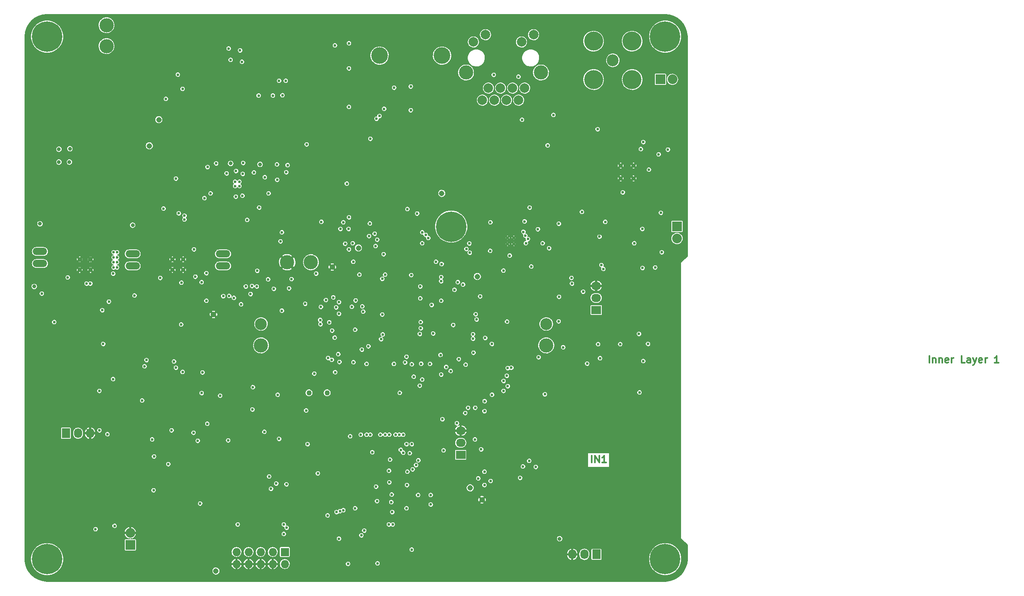
<source format=gbr>
G04 #@! TF.GenerationSoftware,KiCad,Pcbnew,no-vcs-found-7420~56~ubuntu16.04.1*
G04 #@! TF.CreationDate,2017-01-02T14:23:42+01:00*
G04 #@! TF.ProjectId,Mainboard,4D61696E626F6172642E6B696361645F,1.0*
G04 #@! TF.FileFunction,Copper,L2,Inr,Plane*
G04 #@! TF.FilePolarity,Positive*
%FSLAX46Y46*%
G04 Gerber Fmt 4.6, Leading zero omitted, Abs format (unit mm)*
G04 Created by KiCad (PCBNEW no-vcs-found-7420~56~ubuntu16.04.1) date Mon Jan  2 14:23:42 2017*
%MOMM*%
%LPD*%
G01*
G04 APERTURE LIST*
%ADD10C,0.100000*%
%ADD11C,0.300000*%
%ADD12R,1.727200X1.727200*%
%ADD13O,1.727200X1.727200*%
%ADD14C,2.500000*%
%ADD15C,3.000000*%
%ADD16O,2.032000X1.727200*%
%ADD17R,2.032000X1.727200*%
%ADD18C,2.000000*%
%ADD19C,6.400000*%
%ADD20R,2.032000X2.032000*%
%ADD21O,2.032000X2.032000*%
%ADD22O,3.014980X1.506220*%
%ADD23O,1.727200X2.032000*%
%ADD24R,1.727200X2.032000*%
%ADD25C,3.500000*%
%ADD26C,1.100000*%
%ADD27C,0.403333*%
%ADD28C,4.000000*%
%ADD29C,0.800000*%
%ADD30C,1.143000*%
%ADD31C,0.600000*%
%ADD32C,0.250000*%
%ADD33C,0.150000*%
%ADD34C,0.200000*%
%ADD35C,0.500000*%
G04 APERTURE END LIST*
D10*
D11*
X290552142Y-173678571D02*
X290552142Y-172178571D01*
X291266428Y-172678571D02*
X291266428Y-173678571D01*
X291266428Y-172821428D02*
X291337857Y-172750000D01*
X291480714Y-172678571D01*
X291695000Y-172678571D01*
X291837857Y-172750000D01*
X291909285Y-172892857D01*
X291909285Y-173678571D01*
X292623571Y-172678571D02*
X292623571Y-173678571D01*
X292623571Y-172821428D02*
X292695000Y-172750000D01*
X292837857Y-172678571D01*
X293052142Y-172678571D01*
X293195000Y-172750000D01*
X293266428Y-172892857D01*
X293266428Y-173678571D01*
X294552142Y-173607142D02*
X294409285Y-173678571D01*
X294123571Y-173678571D01*
X293980714Y-173607142D01*
X293909285Y-173464285D01*
X293909285Y-172892857D01*
X293980714Y-172750000D01*
X294123571Y-172678571D01*
X294409285Y-172678571D01*
X294552142Y-172750000D01*
X294623571Y-172892857D01*
X294623571Y-173035714D01*
X293909285Y-173178571D01*
X295266428Y-173678571D02*
X295266428Y-172678571D01*
X295266428Y-172964285D02*
X295337857Y-172821428D01*
X295409285Y-172750000D01*
X295552142Y-172678571D01*
X295695000Y-172678571D01*
X298052142Y-173678571D02*
X297337857Y-173678571D01*
X297337857Y-172178571D01*
X299195000Y-173678571D02*
X299195000Y-172892857D01*
X299123571Y-172750000D01*
X298980714Y-172678571D01*
X298695000Y-172678571D01*
X298552142Y-172750000D01*
X299195000Y-173607142D02*
X299052142Y-173678571D01*
X298695000Y-173678571D01*
X298552142Y-173607142D01*
X298480714Y-173464285D01*
X298480714Y-173321428D01*
X298552142Y-173178571D01*
X298695000Y-173107142D01*
X299052142Y-173107142D01*
X299195000Y-173035714D01*
X299766428Y-172678571D02*
X300123571Y-173678571D01*
X300480714Y-172678571D02*
X300123571Y-173678571D01*
X299980714Y-174035714D01*
X299909285Y-174107142D01*
X299766428Y-174178571D01*
X301623571Y-173607142D02*
X301480714Y-173678571D01*
X301195000Y-173678571D01*
X301052142Y-173607142D01*
X300980714Y-173464285D01*
X300980714Y-172892857D01*
X301052142Y-172750000D01*
X301195000Y-172678571D01*
X301480714Y-172678571D01*
X301623571Y-172750000D01*
X301695000Y-172892857D01*
X301695000Y-173035714D01*
X300980714Y-173178571D01*
X302337857Y-173678571D02*
X302337857Y-172678571D01*
X302337857Y-172964285D02*
X302409285Y-172821428D01*
X302480714Y-172750000D01*
X302623571Y-172678571D01*
X302766428Y-172678571D01*
X305195000Y-173678571D02*
X304337857Y-173678571D01*
X304766428Y-173678571D02*
X304766428Y-172178571D01*
X304623571Y-172392857D01*
X304480714Y-172535714D01*
X304337857Y-172607142D01*
X219552142Y-194678571D02*
X219552142Y-193178571D01*
X220266428Y-194678571D02*
X220266428Y-193178571D01*
X221123571Y-194678571D01*
X221123571Y-193178571D01*
X222623571Y-194678571D02*
X221766428Y-194678571D01*
X222195000Y-194678571D02*
X222195000Y-193178571D01*
X222052142Y-193392857D01*
X221909285Y-193535714D01*
X221766428Y-193607142D01*
D12*
X155000000Y-213500000D03*
D13*
X155000000Y-216040000D03*
X152460000Y-213500000D03*
X152460000Y-216040000D03*
X149920000Y-213500000D03*
X149920000Y-216040000D03*
X147380000Y-213500000D03*
X147380000Y-216040000D03*
X144840000Y-213500000D03*
X144840000Y-216040000D03*
D14*
X210000000Y-165500000D03*
D15*
X210000000Y-170000000D03*
D16*
X220500000Y-157460000D03*
X220500000Y-160000000D03*
D17*
X220500000Y-162540000D03*
D14*
X150000000Y-165500000D03*
D15*
X150000000Y-170000000D03*
D18*
X202905000Y-115850000D03*
X200365000Y-115850000D03*
X205445000Y-115850000D03*
X197825000Y-115850000D03*
X196555000Y-118390000D03*
X199095000Y-118390000D03*
X201635000Y-118390000D03*
X204175000Y-118390000D03*
X204785000Y-106120000D03*
X194675000Y-106120000D03*
X197215000Y-104600000D03*
X207325000Y-104600000D03*
D15*
X208875000Y-112550000D03*
X193125000Y-112550000D03*
X155500000Y-152500000D03*
X160500000Y-152500000D03*
D19*
X235000000Y-105000000D03*
X105000000Y-215000000D03*
X105000000Y-105000000D03*
X235000000Y-215000000D03*
D16*
X192000000Y-187960000D03*
X192000000Y-190500000D03*
D17*
X192000000Y-193040000D03*
D20*
X234000000Y-114000000D03*
D21*
X236540000Y-114000000D03*
D22*
X123000000Y-153270000D03*
X123000000Y-150730000D03*
X142000000Y-153270000D03*
X142000000Y-150730000D03*
X103500000Y-152770000D03*
X103500000Y-150230000D03*
D15*
X117500000Y-102600000D03*
X117500000Y-107000000D03*
D23*
X114040000Y-188500000D03*
X111500000Y-188500000D03*
D24*
X108960000Y-188500000D03*
D25*
X174930000Y-109000000D03*
X188070000Y-109000000D03*
D26*
X163905000Y-180000000D03*
X160095000Y-180000000D03*
D27*
X203155000Y-148655000D03*
X203155000Y-147345000D03*
X201845000Y-148655000D03*
X201845000Y-147345000D03*
D28*
X219950000Y-105950000D03*
X228050000Y-105950000D03*
X228050000Y-114050000D03*
X219950000Y-114050000D03*
D14*
X224000000Y-110000000D03*
D29*
X228350000Y-132150000D03*
X225650000Y-132150000D03*
X228350000Y-134850000D03*
X225650000Y-134850000D03*
X133625000Y-154125000D03*
X133625000Y-151875000D03*
X131375000Y-154125000D03*
X131375000Y-151875000D03*
X114125000Y-154125000D03*
X114125000Y-151875000D03*
X111875000Y-154125000D03*
X111875000Y-151875000D03*
D21*
X237500000Y-147500000D03*
D20*
X237500000Y-144960000D03*
D21*
X122500000Y-209460000D03*
D20*
X122500000Y-212000000D03*
D19*
X190000000Y-145000000D03*
D30*
X128500000Y-122500000D03*
X140500000Y-217500000D03*
X126500000Y-128000000D03*
X140000000Y-163500000D03*
X196500000Y-202500000D03*
X188000000Y-138000000D03*
X195500000Y-155500000D03*
X170500000Y-149500000D03*
X194000000Y-200000000D03*
X165000000Y-153500000D03*
D23*
X215460000Y-214000000D03*
X218000000Y-214000000D03*
D24*
X220540000Y-214000000D03*
D31*
X203800000Y-191400000D03*
X203500000Y-167000000D03*
X171150000Y-124100000D03*
X201875002Y-163350000D03*
X212900000Y-150100000D03*
X212700000Y-146549996D03*
X220700000Y-149850000D03*
X171150000Y-118250000D03*
X169900000Y-113150000D03*
X169200000Y-116750000D03*
X169000000Y-122700000D03*
X165500000Y-111100000D03*
X127400000Y-111600000D03*
X127200000Y-115700000D03*
X202299994Y-121100000D03*
X102099998Y-208600000D03*
X160399998Y-146000000D03*
X238000000Y-173500000D03*
X168500000Y-202000008D03*
X168900000Y-193500000D03*
X152200000Y-191300000D03*
X175800000Y-207600000D03*
X161500000Y-206000000D03*
X166700000Y-196000000D03*
X154000000Y-197700000D03*
X150000000Y-172500000D03*
X129950000Y-181100000D03*
X136850000Y-181150000D03*
X234200000Y-134000000D03*
X231400000Y-133899992D03*
X231400000Y-135000000D03*
X191800000Y-176600000D03*
X161400000Y-127500000D03*
X161600000Y-131000000D03*
X158600000Y-138500000D03*
X158500000Y-142500000D03*
X154264651Y-149164651D03*
X127600000Y-160200000D03*
X130500000Y-167600000D03*
X166600000Y-125300000D03*
X173100000Y-123200000D03*
X228600000Y-167600000D03*
X188100000Y-184600000D03*
X101700000Y-170300000D03*
X118700000Y-167500000D03*
X118400000Y-162600000D03*
X119500000Y-165000000D03*
X106000000Y-163300000D03*
X120000000Y-160800000D03*
X111500000Y-160600000D03*
X134500000Y-160599994D03*
X132700000Y-190700000D03*
X195200000Y-166850000D03*
X196750000Y-182699998D03*
X196300000Y-169550000D03*
X185000000Y-181100000D03*
X192200000Y-171000000D03*
X191900002Y-159000000D03*
X194500000Y-172899998D03*
X212500000Y-179350010D03*
X217500000Y-159650000D03*
X224900000Y-168900000D03*
X179000000Y-179000000D03*
X152000000Y-195700000D03*
X157500000Y-188600000D03*
X155200000Y-198400000D03*
X164799998Y-189000000D03*
X161650000Y-192150000D03*
X157350000Y-196450000D03*
X176900000Y-192100000D03*
X178700000Y-186500000D03*
X176900000Y-190800000D03*
X184900000Y-186400000D03*
X182200000Y-198000000D03*
X179600000Y-205000000D03*
X167400000Y-213800000D03*
X164500000Y-210700000D03*
X107300000Y-208700008D03*
X117400000Y-211200000D03*
X209149939Y-197999254D03*
X206800000Y-198000000D03*
X208000000Y-199400000D03*
X202400000Y-200000000D03*
X172700000Y-181600000D03*
X169000000Y-184100000D03*
X167700000Y-190700022D03*
X174450000Y-190700000D03*
X172700000Y-187000000D03*
X173500000Y-141400000D03*
X173100000Y-138100000D03*
X172900000Y-133800000D03*
X171200000Y-132400000D03*
X171100000Y-137000000D03*
X171100000Y-144600000D03*
X170200000Y-148200000D03*
X182100000Y-139400000D03*
X182100000Y-134700000D03*
X181400000Y-130500000D03*
X180700000Y-126400000D03*
X180500000Y-122600000D03*
X183100000Y-121500000D03*
X182700000Y-125100000D03*
X183500000Y-129400000D03*
X184600000Y-134600000D03*
X184600000Y-138800000D03*
X186000000Y-145300000D03*
X187700000Y-151400000D03*
X189550000Y-153850000D03*
X126500000Y-162600000D03*
X141300000Y-138000000D03*
X142500000Y-140000000D03*
X201000000Y-140700000D03*
X199500000Y-137250000D03*
X199150000Y-132650000D03*
X197750000Y-129150000D03*
X197350000Y-124800000D03*
X193500000Y-118650000D03*
X195100000Y-121950000D03*
X197750000Y-121700000D03*
X199450000Y-125750000D03*
X202250000Y-136800000D03*
X201750000Y-134200000D03*
X201750000Y-129250000D03*
X204000000Y-121550000D03*
X204800000Y-128600000D03*
X203950000Y-132350000D03*
X203950000Y-135650000D03*
X204050000Y-139500000D03*
X211000000Y-128600000D03*
X160050000Y-161900000D03*
X139600000Y-145300000D03*
X150000000Y-148750000D03*
X148250000Y-153150000D03*
X145150000Y-144800000D03*
X158400000Y-118400000D03*
X185250000Y-176550000D03*
X184150000Y-190699990D03*
X226200000Y-174650000D03*
X218050000Y-182700000D03*
X143550000Y-141050000D03*
X138750000Y-190500000D03*
X130200000Y-189550000D03*
X182900000Y-172700000D03*
X191600000Y-175200000D03*
X196300000Y-170850000D03*
X204450000Y-152450000D03*
X201950000Y-159300000D03*
X205350000Y-155750000D03*
X209400000Y-146700000D03*
X210750000Y-148150000D03*
X217400000Y-146549999D03*
X220300000Y-147975000D03*
X225100000Y-146250000D03*
X119400000Y-187400000D03*
X127250000Y-184600000D03*
X125600000Y-184250000D03*
X119400000Y-185650000D03*
X112050000Y-186550000D03*
X139700000Y-157500000D03*
X145300000Y-157650000D03*
X146000000Y-159400000D03*
X165550000Y-170000000D03*
X152900000Y-188150000D03*
X162950000Y-188550000D03*
X198900000Y-173200000D03*
X207200000Y-170500000D03*
X206550000Y-172600000D03*
X206350000Y-174850000D03*
X201650000Y-161350000D03*
X207400000Y-155600000D03*
X173100000Y-132000000D03*
X178500000Y-142250000D03*
X174850000Y-171250000D03*
X226923602Y-126476398D03*
X227749998Y-124100000D03*
X227000000Y-122500000D03*
X225000000Y-121550000D03*
X221050000Y-119100000D03*
X224000000Y-124450000D03*
X224900000Y-125500000D03*
X238450000Y-119850000D03*
X226950000Y-119100000D03*
X228950000Y-119000000D03*
X234000000Y-120150000D03*
X114750000Y-149150000D03*
X188076057Y-172673946D03*
X212703563Y-145223031D03*
X225100000Y-149600000D03*
X104500000Y-197999998D03*
X104400000Y-192100000D03*
X179100000Y-216000000D03*
X181400000Y-210400000D03*
X173000000Y-209400000D03*
X168400000Y-206000000D03*
X166900000Y-130800000D03*
X132600000Y-109000000D03*
X132200000Y-114300000D03*
X135200000Y-114000000D03*
X134000000Y-112600000D03*
X206700000Y-212000000D03*
X201600000Y-205500000D03*
X179900000Y-183875002D03*
X166000000Y-200025002D03*
X133500000Y-201500000D03*
X135800000Y-187200021D03*
X117000000Y-184400000D03*
X194150000Y-126100000D03*
X147500000Y-180900000D03*
X182000000Y-184400000D03*
X102200000Y-192100000D03*
X115999998Y-191800000D03*
X187600000Y-166100000D03*
X179500000Y-163500000D03*
X179500000Y-156000000D03*
X183400000Y-161400000D03*
X238000000Y-153800000D03*
X229400000Y-153399990D03*
X220815686Y-165184314D03*
X222400000Y-166125000D03*
X222400000Y-162700000D03*
X222425003Y-159000000D03*
X233000000Y-163500000D03*
X237000000Y-173500000D03*
X235800000Y-173500000D03*
X234200000Y-173500000D03*
X228875000Y-173300000D03*
X150000000Y-160800000D03*
X132200000Y-156800000D03*
X136500000Y-160800000D03*
X131000000Y-160600000D03*
X108900000Y-159100000D03*
X169800000Y-165400000D03*
X116500000Y-175000000D03*
X190000000Y-202700000D03*
X160300000Y-175200000D03*
X163484314Y-175284314D03*
X156800000Y-180400000D03*
X159500000Y-208100000D03*
X159500000Y-192100000D03*
X143100000Y-194000000D03*
X130500000Y-199600000D03*
X174400000Y-204200000D03*
X174300000Y-201000000D03*
X140400000Y-148575000D03*
X179700000Y-120900000D03*
X148624999Y-115875001D03*
X150500000Y-114300000D03*
X162900000Y-115500000D03*
X161500000Y-114300000D03*
X160100000Y-115500000D03*
X170000000Y-130800000D03*
X235675000Y-127000000D03*
X175491602Y-198833591D03*
X177100000Y-145500000D03*
X176399293Y-205198433D03*
X182500000Y-186700000D03*
X173500000Y-162900010D03*
X138500000Y-140000000D03*
X135300000Y-140200000D03*
X133400000Y-140100000D03*
X132000000Y-140100000D03*
X138500000Y-134900000D03*
X135372919Y-134825276D03*
X133000000Y-132500000D03*
X131300000Y-132400000D03*
X130400000Y-132500000D03*
X130000000Y-130800000D03*
X212700000Y-143500000D03*
X222425002Y-142700000D03*
X222600000Y-141200000D03*
X223100000Y-138200000D03*
X215700000Y-137900000D03*
X210000000Y-161100000D03*
X152500000Y-178700000D03*
X166500000Y-177500000D03*
X160700000Y-183700000D03*
X162000000Y-183700000D03*
X236400000Y-153700000D03*
X231500000Y-150400000D03*
X180700000Y-200900000D03*
X183000000Y-200400000D03*
X181400000Y-208500000D03*
X180600000Y-203300000D03*
X215500000Y-141900000D03*
X225500000Y-141900000D03*
X209000000Y-149500000D03*
X177100000Y-173900000D03*
X185700000Y-170100000D03*
X182000000Y-170100000D03*
X169110381Y-161025972D03*
X170300000Y-152400000D03*
X176949998Y-155104162D03*
X182450003Y-155200000D03*
X184100000Y-155700000D03*
X171000000Y-158900000D03*
X187895852Y-161449991D03*
X213500000Y-174500000D03*
X201500000Y-125000000D03*
X191500000Y-107700000D03*
X210500000Y-109600000D03*
X204500000Y-141500000D03*
X198300000Y-152000000D03*
X199000000Y-142100000D03*
X178000000Y-123000000D03*
X128700000Y-197500000D03*
X127400000Y-202600000D03*
X116600000Y-208600000D03*
X119000000Y-176100000D03*
X130500000Y-179400000D03*
X103500000Y-168900000D03*
X217500000Y-133000000D03*
D29*
X147500000Y-138500000D03*
X103300000Y-121900000D03*
X108500000Y-125000000D03*
X106600000Y-125000000D03*
X110000000Y-126700000D03*
X104400000Y-126500000D03*
X104400000Y-128000000D03*
D31*
X152600000Y-201300000D03*
X147400000Y-201200000D03*
X147400000Y-204500000D03*
X147400000Y-206800000D03*
X145200000Y-209100000D03*
X152600000Y-204500000D03*
X154800000Y-206700000D03*
X210000000Y-130800000D03*
X121000000Y-183800000D03*
X165500000Y-216000000D03*
D29*
X109500000Y-198000000D03*
D31*
X231400000Y-169699996D03*
X212600000Y-164950000D03*
X220900000Y-169750000D03*
X225550000Y-169750000D03*
X218600000Y-173850000D03*
X220800000Y-124500000D03*
X198300000Y-198550000D03*
X197000000Y-199400000D03*
X197000000Y-196600000D03*
X195700000Y-198000000D03*
X180700000Y-199400000D03*
X176925010Y-196400000D03*
X177700000Y-207700000D03*
X176899996Y-207700000D03*
X234100000Y-142100000D03*
X230200000Y-145500000D03*
X231600000Y-133000000D03*
X235600000Y-128799996D03*
X230400000Y-173300000D03*
X188400000Y-192100000D03*
X166400000Y-210700000D03*
X207800000Y-195600000D03*
X205100000Y-195500000D03*
X206400000Y-194300000D03*
X195000000Y-189800000D03*
X212650000Y-144400000D03*
X153500000Y-180400000D03*
X143200000Y-107500000D03*
X146000000Y-110300000D03*
X143600000Y-109900000D03*
X145600000Y-107900000D03*
X180600000Y-204300002D03*
X208400000Y-172500000D03*
X211500000Y-121500000D03*
X183500000Y-160100000D03*
X183400000Y-167600000D03*
X175500000Y-156000000D03*
X175500000Y-163500000D03*
X191600000Y-172900000D03*
X143100000Y-190000000D03*
X127500000Y-193400000D03*
X174400000Y-202800000D03*
X174202551Y-199750226D03*
X176991589Y-198833590D03*
X177600000Y-205100000D03*
X132700000Y-142200000D03*
X129500000Y-141200000D03*
X132100000Y-134900000D03*
X221200000Y-147100000D03*
X222399992Y-144000000D03*
X213550000Y-170400000D03*
X183033580Y-201508395D03*
X217500000Y-141900000D03*
X228500000Y-148500000D03*
X166699996Y-145500000D03*
X168400000Y-145500000D03*
X167300000Y-144100002D03*
X206500000Y-141000000D03*
X202325010Y-151100000D03*
X204163202Y-113436830D03*
D29*
X212800000Y-210700000D03*
D31*
X127400000Y-200500000D03*
X115200000Y-208700000D03*
X139400000Y-138000000D03*
X151600000Y-138000000D03*
X149600000Y-141000000D03*
X144700000Y-138700000D03*
X144750000Y-133300000D03*
X145100000Y-207700000D03*
X154800000Y-207700000D03*
X154800000Y-209700000D03*
X229602305Y-179897695D03*
X185701490Y-201500000D03*
X185701490Y-203500000D03*
X119200000Y-208000000D03*
X181700000Y-213000000D03*
X229500000Y-167600000D03*
X188150000Y-185550000D03*
X125000000Y-181600000D03*
X127100000Y-189800000D03*
X137500000Y-180050000D03*
X136700000Y-190100000D03*
X137500000Y-156700000D03*
X113300000Y-157000000D03*
X115990373Y-179590373D03*
X138500000Y-160600000D03*
X133200000Y-165600004D03*
X123400000Y-159500000D03*
X116600000Y-162600000D03*
X118000000Y-160800000D03*
X103900000Y-159100000D03*
X133500000Y-175600000D03*
X106500000Y-165100000D03*
X159600000Y-127700000D03*
X154400000Y-146200000D03*
X155200000Y-114300000D03*
X153800000Y-114300000D03*
X154500000Y-117350000D03*
D29*
X109800000Y-128600000D03*
X107499998Y-131400000D03*
X109700016Y-131400000D03*
X107500000Y-128700000D03*
D31*
X119000000Y-153600000D03*
X119700000Y-153600000D03*
X119700000Y-152500000D03*
X119000000Y-152500000D03*
X119000000Y-151500000D03*
X119700000Y-151500000D03*
X119700000Y-150400000D03*
X119000000Y-150400000D03*
X152500000Y-117400000D03*
X149500000Y-117400000D03*
X132500000Y-113000000D03*
X133500000Y-116000000D03*
X221300000Y-172699986D03*
X198550004Y-169700000D03*
X179195740Y-179999991D03*
X212679359Y-159779317D03*
X164350000Y-165150000D03*
X148200000Y-183500000D03*
X118874998Y-177100000D03*
X125900000Y-173100000D03*
X131700000Y-173400000D03*
X173000000Y-126500000D03*
X209700000Y-180300000D03*
X210300000Y-127900000D03*
X171200000Y-170900000D03*
X149200000Y-154300000D03*
X164000000Y-205800000D03*
X150700000Y-188200000D03*
X137200000Y-203300000D03*
X164900002Y-173050012D03*
X181717177Y-173975666D03*
X187884711Y-156497088D03*
X170700000Y-155100000D03*
X198200000Y-150100000D03*
X118900000Y-154900000D03*
X138500000Y-154800000D03*
X135900000Y-149800000D03*
X138750000Y-132450000D03*
X142750000Y-133800000D03*
X140550000Y-131700000D03*
X146250000Y-131600000D03*
X153400000Y-135150000D03*
X150800000Y-134600000D03*
X155600000Y-132050000D03*
X153350000Y-131900000D03*
X165550000Y-106850000D03*
X178000000Y-115750000D03*
X198950000Y-113050000D03*
X181500000Y-115500000D03*
D29*
X123000000Y-144700000D03*
X102300000Y-157600000D03*
X103500000Y-144400000D03*
X149800000Y-131900000D03*
D31*
X144550000Y-136450000D03*
X145450000Y-136450000D03*
X145450000Y-135550000D03*
X144550000Y-135550000D03*
D29*
X143600000Y-131700000D03*
D31*
X168500000Y-106400000D03*
X190700000Y-158300000D03*
X166400000Y-163350000D03*
X162500000Y-165550000D03*
X148300000Y-178800014D03*
X182125000Y-176600000D03*
X117700000Y-188699994D03*
X155350000Y-199249998D03*
X180300000Y-173600011D03*
X185199988Y-147400000D03*
X208250000Y-145550002D03*
X174450002Y-147750000D03*
X206850000Y-153400000D03*
X182850000Y-142250000D03*
X201750000Y-165000000D03*
X215400000Y-157000000D03*
X196100000Y-159700000D03*
X174300000Y-122300000D03*
X159300000Y-161250000D03*
X165500000Y-168375000D03*
X147800000Y-159200000D03*
X175800000Y-150800000D03*
X151500000Y-156100000D03*
X149100000Y-157600000D03*
X168500000Y-143050000D03*
X162700000Y-144000000D03*
X172730010Y-147000000D03*
X173900000Y-146500000D03*
X169900000Y-160550000D03*
X180600000Y-172400000D03*
X130000000Y-118100000D03*
X138100000Y-139000000D03*
X147100000Y-143600000D03*
X200989146Y-154264156D03*
X205716942Y-148483058D03*
X192950000Y-184250000D03*
X187900000Y-176149996D03*
X196300000Y-191900000D03*
X179900000Y-192600002D03*
X181700000Y-190800000D03*
X171100000Y-210000000D03*
X177500000Y-201400000D03*
X183900000Y-177200000D03*
X230400000Y-127200000D03*
X183900000Y-148500000D03*
X178300000Y-188800000D03*
X181900000Y-196100004D03*
X173400000Y-192500000D03*
X173000000Y-188800000D03*
X179900000Y-188800000D03*
X183100000Y-194200000D03*
X169800000Y-204299996D03*
X172200000Y-188800000D03*
X130500000Y-195000000D03*
X166600000Y-204900000D03*
X176099978Y-188800000D03*
X168300000Y-216000000D03*
X166400000Y-160900000D03*
X197000000Y-183850000D03*
X201899998Y-178600000D03*
X163650000Y-160450000D03*
X201000002Y-179600000D03*
X165200000Y-159900000D03*
X195050000Y-183150000D03*
X189900000Y-175400000D03*
X230243054Y-153708531D03*
X136200000Y-155550000D03*
X109350000Y-155700000D03*
X128800004Y-155800000D03*
X145800000Y-161350000D03*
X174900000Y-121700000D03*
X162600000Y-161900000D03*
X162450000Y-164650000D03*
X116000000Y-187900000D03*
X141399988Y-180600000D03*
X152699998Y-158100000D03*
X142054618Y-159645381D03*
X156423377Y-156047402D03*
X172600000Y-170200002D03*
X168500000Y-119800000D03*
X168050000Y-135950000D03*
X172892136Y-144339322D03*
X177150000Y-194050000D03*
X180800000Y-196600000D03*
X191400000Y-156700000D03*
X186812314Y-152394683D03*
X188000000Y-152875000D03*
X206150000Y-147600000D03*
X205598951Y-146898951D03*
X205200004Y-146100032D03*
X183900000Y-146200000D03*
X229900000Y-128674978D03*
X194700000Y-171550000D03*
X201000000Y-177500000D03*
X194600002Y-168600000D03*
X201700000Y-176400000D03*
X165800004Y-162000000D03*
X197050000Y-181750000D03*
X195150000Y-163450000D03*
X202650000Y-174699998D03*
X193550000Y-183150000D03*
X188950002Y-174550000D03*
X217750000Y-158699994D03*
X210600000Y-149550000D03*
X215300000Y-155800000D03*
X193200000Y-149700000D03*
X138700000Y-186500000D03*
X135800000Y-188400000D03*
X143300000Y-159600000D03*
X133250000Y-156800002D03*
X144300000Y-160000000D03*
X114100000Y-157000000D03*
X179100000Y-188800000D03*
X182600000Y-195200000D03*
X204500000Y-197900000D03*
X154400000Y-162700000D03*
X155900000Y-158000000D03*
X155300000Y-133550000D03*
X148500000Y-133600000D03*
X146100000Y-138500000D03*
X146150000Y-133900000D03*
X185550000Y-173900000D03*
X166500000Y-173500010D03*
X187770160Y-172016626D03*
X151700000Y-197600000D03*
X172200000Y-173900000D03*
X190424334Y-165717177D03*
X169800000Y-166700000D03*
X171500000Y-162900000D03*
X183700000Y-173874998D03*
X159500000Y-183700000D03*
X167700000Y-148600000D03*
X154100000Y-148100000D03*
X168500000Y-149800000D03*
X169300000Y-148500000D03*
X177949991Y-173895852D03*
X169098983Y-161875898D03*
X169400000Y-152400000D03*
X176100004Y-155100000D03*
X181600000Y-155200000D03*
X187899377Y-155642974D03*
X187900000Y-160600000D03*
X161200000Y-175950000D03*
X198600000Y-180400000D03*
X193049990Y-174072875D03*
X194600000Y-167650000D03*
X201900000Y-174799996D03*
X221600000Y-153100000D03*
X165600000Y-175650000D03*
X155400000Y-208400000D03*
X159800000Y-190800000D03*
X152100000Y-200200000D03*
X153800000Y-189700000D03*
X148100000Y-157500000D03*
X133900000Y-142700000D03*
X221999996Y-153900000D03*
X191200000Y-186400000D03*
X166250000Y-171850000D03*
X146800000Y-157600000D03*
X133900000Y-143500000D03*
X183600000Y-165100000D03*
X183500000Y-157600000D03*
X165876969Y-205096437D03*
X175100000Y-188800000D03*
X167308281Y-204696178D03*
X176974987Y-188800000D03*
X164100000Y-172650010D03*
X171300000Y-161800000D03*
X164950000Y-166900000D03*
X161600000Y-154900000D03*
X184647452Y-146752548D03*
X226100000Y-137800000D03*
X179400000Y-192000000D03*
X180600000Y-190800000D03*
X183400000Y-178500000D03*
X175600000Y-167700000D03*
X183600000Y-166400000D03*
X175250000Y-168700000D03*
X198250000Y-144100000D03*
X205450000Y-143900000D03*
X204900000Y-122500000D03*
X193900008Y-150500000D03*
X174100021Y-149100000D03*
X195350000Y-164550000D03*
X197150000Y-168450000D03*
X186200000Y-167500000D03*
X234300000Y-150400000D03*
X232900000Y-153600000D03*
X116800000Y-169700000D03*
X125500000Y-174400000D03*
X132100000Y-174700000D03*
X137700000Y-175700000D03*
X171699998Y-209000000D03*
X193800000Y-148550000D03*
X209250000Y-148500000D03*
X177400000Y-203000000D03*
X185900000Y-161500000D03*
X181300000Y-192700000D03*
X192500000Y-157200000D03*
X171000000Y-188800000D03*
X131200000Y-187900000D03*
X169450000Y-173549996D03*
X153200000Y-199100000D03*
X180800000Y-141300000D03*
X175900000Y-120200000D03*
X233649999Y-129799655D03*
X168500000Y-111700000D03*
X181500000Y-120500000D03*
X174500000Y-215900000D03*
X168750000Y-189150000D03*
X161950000Y-196950000D03*
D32*
X203500001Y-191100001D02*
X203800000Y-191400000D01*
X200600000Y-188200000D02*
X203500001Y-191100001D01*
X200600000Y-187400000D02*
X200600000Y-188200000D01*
X203700000Y-167000000D02*
X203500000Y-167000000D01*
X207200000Y-170500000D02*
X203700000Y-167000000D01*
D33*
X171150000Y-118250000D02*
X171150000Y-124100000D01*
X201650000Y-161350000D02*
X201650000Y-163124998D01*
X201650000Y-163124998D02*
X201875002Y-163350000D01*
X210750000Y-148150000D02*
X212700000Y-150100000D01*
X212700000Y-150100000D02*
X212900000Y-150100000D01*
D32*
X213124264Y-146549996D02*
X212700000Y-146549996D01*
X214349994Y-146549996D02*
X213124264Y-146549996D01*
X214449999Y-146650001D02*
X214349994Y-146549996D01*
X210750000Y-148150000D02*
X212350004Y-146549996D01*
X212350004Y-146549996D02*
X212700000Y-146549996D01*
D33*
X169900000Y-113150000D02*
X169900000Y-117000000D01*
X169900000Y-117000000D02*
X171150000Y-118250000D01*
X169200000Y-116750000D02*
X169200000Y-113850000D01*
X169200000Y-113850000D02*
X169900000Y-113150000D01*
D32*
X173100000Y-123200000D02*
X172600000Y-122700000D01*
X169424264Y-122700000D02*
X169000000Y-122700000D01*
X169000000Y-122900000D02*
X169000000Y-122700000D01*
X166600000Y-125300000D02*
X169000000Y-122900000D01*
X172600000Y-122700000D02*
X169424264Y-122700000D01*
D33*
X132600000Y-109000000D02*
X130000000Y-109000000D01*
X130000000Y-109000000D02*
X127699999Y-111300001D01*
X127200000Y-111800000D02*
X127400000Y-111600000D01*
X127699999Y-111300001D02*
X127400000Y-111600000D01*
X127200000Y-115700000D02*
X127200000Y-111800000D01*
D32*
X160099999Y-145700001D02*
X160399998Y-146000000D01*
X158500000Y-144100002D02*
X160099999Y-145700001D01*
X158500000Y-142500000D02*
X158500000Y-144100002D01*
X152000000Y-191500000D02*
X152200000Y-191300000D01*
X152000000Y-195700000D02*
X152000000Y-191500000D01*
X164500000Y-210700000D02*
X161900000Y-208100000D01*
X161900000Y-208100000D02*
X159500000Y-208100000D01*
X155200000Y-198400000D02*
X154700000Y-198400000D01*
X154700000Y-198400000D02*
X154000000Y-197700000D01*
D34*
X162950000Y-188550000D02*
X164349998Y-188550000D01*
X164349998Y-188550000D02*
X164799998Y-189000000D01*
X152500000Y-178700000D02*
X152500000Y-175000000D01*
X152500000Y-175000000D02*
X150000000Y-172500000D01*
X136850000Y-181150000D02*
X130000000Y-181150000D01*
X130000000Y-181150000D02*
X129950000Y-181100000D01*
X135800000Y-187200021D02*
X135800000Y-182200000D01*
X135800000Y-182200000D02*
X136850000Y-181150000D01*
D32*
X191600000Y-175200000D02*
X191600000Y-176400000D01*
X191600000Y-176400000D02*
X191800000Y-176600000D01*
X161600000Y-131000000D02*
X161600000Y-127700000D01*
X161600000Y-127700000D02*
X161400000Y-127500000D01*
X158600000Y-138500000D02*
X158600000Y-134000000D01*
X158600000Y-134000000D02*
X161600000Y-131000000D01*
X158500000Y-142500000D02*
X158500000Y-138600000D01*
X158500000Y-138600000D02*
X158600000Y-138500000D01*
X150000000Y-148750000D02*
X153850000Y-148750000D01*
X153850000Y-148750000D02*
X154264651Y-149164651D01*
X178000000Y-123000000D02*
X173300000Y-123000000D01*
X173300000Y-123000000D02*
X173100000Y-123200000D01*
X228875000Y-173300000D02*
X228875000Y-167875000D01*
X228875000Y-167875000D02*
X228600000Y-167600000D01*
X184900000Y-186400000D02*
X186300000Y-186400000D01*
X186300000Y-186400000D02*
X188100000Y-184600000D01*
X132700000Y-190300021D02*
X132700000Y-190700000D01*
X135800000Y-187200021D02*
X132700000Y-190300021D01*
X131350000Y-190700000D02*
X132700000Y-190700000D01*
X130200000Y-189550000D02*
X131350000Y-190700000D01*
X188350000Y-166850000D02*
X195200000Y-166850000D01*
X187600000Y-166100000D02*
X188350000Y-166850000D01*
X200600000Y-186549998D02*
X196750000Y-182699998D01*
X200600000Y-187400000D02*
X200600000Y-186549998D01*
X192000000Y-187960000D02*
X193266000Y-187960000D01*
X193266000Y-187960000D02*
X193826000Y-187400000D01*
X193826000Y-187400000D02*
X200600000Y-187400000D01*
D34*
X192000000Y-187960000D02*
X192152400Y-187960000D01*
D32*
X194500000Y-172899998D02*
X192600002Y-171000000D01*
X192600002Y-171000000D02*
X192200000Y-171000000D01*
X190345843Y-159000000D02*
X191900002Y-159000000D01*
X187895852Y-161449991D02*
X190345843Y-159000000D01*
X194500000Y-173424244D02*
X194500000Y-172899998D01*
X191600000Y-175200000D02*
X192724244Y-175200000D01*
X192724244Y-175200000D02*
X194500000Y-173424244D01*
X215849990Y-182700000D02*
X212500000Y-179350010D01*
X218050000Y-182700000D02*
X215849990Y-182700000D01*
D34*
X179900000Y-179900000D02*
X179000000Y-179000000D01*
X179900000Y-183875002D02*
X179900000Y-179900000D01*
D32*
X157500000Y-190200000D02*
X152000000Y-195700000D01*
X157500000Y-188600000D02*
X157500000Y-190200000D01*
X156800000Y-180400000D02*
X156800000Y-187900000D01*
X156800000Y-187900000D02*
X157500000Y-188600000D01*
X157350000Y-196450000D02*
X155400000Y-198400000D01*
X155400000Y-198400000D02*
X155200000Y-198400000D01*
X161949999Y-191849999D02*
X164799998Y-189000000D01*
X161650000Y-192150000D02*
X161949999Y-191849999D01*
X159500000Y-192100000D02*
X161600000Y-192100000D01*
X161600000Y-192100000D02*
X161650000Y-192150000D01*
X159500000Y-194300000D02*
X157350000Y-196450000D01*
X159500000Y-192100000D02*
X159500000Y-194300000D01*
X182500000Y-186700000D02*
X178900000Y-186700000D01*
X178900000Y-186700000D02*
X178700000Y-186500000D01*
X176800000Y-190700000D02*
X176900000Y-190800000D01*
X174450000Y-190700000D02*
X176800000Y-190700000D01*
X182500000Y-186700000D02*
X184600000Y-186700000D01*
X184600000Y-186700000D02*
X184900000Y-186400000D01*
X183000000Y-200400000D02*
X183000000Y-198800000D01*
X183000000Y-198800000D02*
X182200000Y-198000000D01*
X180600000Y-203300000D02*
X179600000Y-204300000D01*
X179600000Y-204300000D02*
X179600000Y-205000000D01*
X170200000Y-184100000D02*
X172700000Y-181600000D01*
X169000000Y-184100000D02*
X170200000Y-184100000D01*
D34*
X172700000Y-187000000D02*
X174450000Y-188750000D01*
X167700000Y-190700022D02*
X174449978Y-190700022D01*
X174449978Y-190700022D02*
X174450000Y-190700000D01*
X174450000Y-188750000D02*
X174450000Y-190700000D01*
D35*
X173100000Y-138100000D02*
X173100000Y-141000000D01*
X173100000Y-141000000D02*
X173500000Y-141400000D01*
X172900000Y-133800000D02*
X172900000Y-137900000D01*
X172900000Y-137900000D02*
X173100000Y-138100000D01*
X171200000Y-132400000D02*
X171500000Y-132400000D01*
X171500000Y-132400000D02*
X172900000Y-133800000D01*
X171100000Y-137000000D02*
X171100000Y-132500000D01*
X171100000Y-132500000D02*
X171200000Y-132400000D01*
X171100000Y-144600000D02*
X171675001Y-144024999D01*
X171675001Y-144024999D02*
X171675001Y-137575001D01*
X171675001Y-137575001D02*
X171100000Y-137000000D01*
X170200000Y-148200000D02*
X170200000Y-145500000D01*
X170200000Y-145500000D02*
X171100000Y-144600000D01*
X170300000Y-152400000D02*
X171446501Y-151253499D01*
X171446501Y-151253499D02*
X171446501Y-149045679D01*
X171446501Y-149045679D02*
X170600822Y-148200000D01*
X170600822Y-148200000D02*
X170200000Y-148200000D01*
X182100000Y-134700000D02*
X182100000Y-139400000D01*
X181400000Y-130500000D02*
X181400000Y-134000000D01*
X181400000Y-134000000D02*
X182100000Y-134700000D01*
X180700000Y-126400000D02*
X180700000Y-129800000D01*
X180700000Y-129800000D02*
X181400000Y-130500000D01*
X180500000Y-122600000D02*
X180500000Y-126200000D01*
X180500000Y-126200000D02*
X180700000Y-126400000D01*
X183100000Y-121500000D02*
X181600000Y-121500000D01*
X181600000Y-121500000D02*
X180500000Y-122600000D01*
X182700000Y-125100000D02*
X182700000Y-121900000D01*
X182700000Y-121900000D02*
X183100000Y-121500000D01*
X183500000Y-129400000D02*
X183500000Y-125900000D01*
X183500000Y-125900000D02*
X182700000Y-125100000D01*
X184600000Y-134600000D02*
X184600000Y-130500000D01*
X184600000Y-130500000D02*
X183500000Y-129400000D01*
X184600000Y-138800000D02*
X184600000Y-134600000D01*
X186000000Y-145300000D02*
X184600000Y-143900000D01*
X184600000Y-143900000D02*
X184600000Y-138800000D01*
X187700000Y-151400000D02*
X186424999Y-150124999D01*
X186424999Y-150124999D02*
X186424999Y-145724999D01*
X186424999Y-145724999D02*
X186000000Y-145300000D01*
X178500000Y-142250000D02*
X183125001Y-146875001D01*
X183125001Y-146875001D02*
X183274003Y-146875001D01*
X187700000Y-151300998D02*
X187700000Y-151400000D01*
X183274003Y-146875001D02*
X187700000Y-151300998D01*
D32*
X198300000Y-152000000D02*
X191400000Y-152000000D01*
X191400000Y-152000000D02*
X189550000Y-153850000D01*
X126500000Y-162600000D02*
X127400000Y-162600000D01*
X127400000Y-162600000D02*
X130950000Y-166150000D01*
X142500000Y-140000000D02*
X142500000Y-139200000D01*
X142500000Y-139200000D02*
X141300000Y-138000000D01*
X143550000Y-141050000D02*
X142500000Y-140000000D01*
X199150000Y-132650000D02*
X199500000Y-133000000D01*
X199500000Y-133000000D02*
X199500000Y-137250000D01*
X197750000Y-129150000D02*
X197750000Y-131250000D01*
X197750000Y-131250000D02*
X199150000Y-132650000D01*
X197350000Y-124800000D02*
X197750000Y-125200000D01*
X197750000Y-125200000D02*
X197750000Y-129150000D01*
X195100000Y-121950000D02*
X195100000Y-122550000D01*
X195100000Y-122550000D02*
X197350000Y-124800000D01*
X195100000Y-121950000D02*
X193500000Y-120350000D01*
X193500000Y-120350000D02*
X193500000Y-118650000D01*
X197750000Y-121700000D02*
X195350000Y-121700000D01*
X195350000Y-121700000D02*
X195100000Y-121950000D01*
D35*
X210000000Y-130800000D02*
X210000000Y-129600000D01*
X210000000Y-129600000D02*
X211000000Y-128600000D01*
X155500000Y-152500000D02*
X159975001Y-156975001D01*
X159975001Y-156975001D02*
X159975001Y-161825001D01*
X159975001Y-161825001D02*
X160050000Y-161900000D01*
X140400000Y-148575000D02*
X139600000Y-147775000D01*
X139600000Y-147775000D02*
X139600000Y-145300000D01*
X148250000Y-150500000D02*
X150000000Y-148750000D01*
X148250000Y-153150000D02*
X148250000Y-150500000D01*
X149275736Y-148750000D02*
X150000000Y-148750000D01*
X149225736Y-148800000D02*
X149275736Y-148750000D01*
X149200000Y-148825736D02*
X149225736Y-148800000D01*
X149200000Y-148850000D02*
X149200000Y-148825736D01*
X145150000Y-144800000D02*
X149150000Y-148800000D01*
X149150000Y-148800000D02*
X149225736Y-148800000D01*
X140400000Y-148575000D02*
X141375000Y-148575000D01*
X141375000Y-148575000D02*
X145150000Y-144800000D01*
D32*
X186889990Y-187960000D02*
X184150000Y-190699990D01*
X192000000Y-187960000D02*
X186889990Y-187960000D01*
X218050000Y-182700000D02*
X226100000Y-174650000D01*
X226100000Y-174650000D02*
X226200000Y-174650000D01*
X138500000Y-140000000D02*
X142500000Y-140000000D01*
X143100000Y-194000000D02*
X142250000Y-194000000D01*
X142250000Y-194000000D02*
X138750000Y-190500000D01*
D34*
X188076057Y-172673946D02*
X189073946Y-172673946D01*
X189073946Y-172673946D02*
X191600000Y-175200000D01*
D32*
X198900000Y-173200000D02*
X196550000Y-170850000D01*
X196550000Y-170850000D02*
X196300000Y-170850000D01*
X205350000Y-155750000D02*
X205350000Y-153350000D01*
X205350000Y-153350000D02*
X204450000Y-152450000D01*
X205350000Y-155750000D02*
X201950000Y-159150000D01*
X201950000Y-159150000D02*
X201950000Y-159300000D01*
X207400000Y-155600000D02*
X205500000Y-155600000D01*
X205500000Y-155600000D02*
X205350000Y-155750000D01*
X210750000Y-148150000D02*
X210750000Y-148050000D01*
X210750000Y-148050000D02*
X209400000Y-146700000D01*
X215500000Y-141900000D02*
X215500000Y-145600000D01*
X215500000Y-145600000D02*
X214449999Y-146650001D01*
X217950000Y-146549999D02*
X214550001Y-146549999D01*
X214550001Y-146549999D02*
X214449999Y-146650001D01*
X217950000Y-146549999D02*
X224800001Y-146549999D01*
X217950000Y-146549999D02*
X217400000Y-146549999D01*
X225100000Y-146250000D02*
X223375000Y-147975000D01*
X223375000Y-147975000D02*
X220300000Y-147975000D01*
X224800001Y-146549999D02*
X225100000Y-146250000D01*
D34*
X119400000Y-185650000D02*
X119400000Y-187400000D01*
X125600000Y-184250000D02*
X126900000Y-184250000D01*
X126900000Y-184250000D02*
X127250000Y-184600000D01*
X120800000Y-184250000D02*
X125600000Y-184250000D01*
X119400000Y-185650000D02*
X120800000Y-184250000D01*
X112050000Y-186550000D02*
X118500000Y-186550000D01*
X118500000Y-186550000D02*
X119400000Y-185650000D01*
X114040000Y-188500000D02*
X114040000Y-188347600D01*
X114040000Y-188347600D02*
X112242400Y-186550000D01*
X112242400Y-186550000D02*
X112050000Y-186550000D01*
X145300000Y-157650000D02*
X139850000Y-157650000D01*
X139850000Y-157650000D02*
X139700000Y-157500000D01*
X146000000Y-159400000D02*
X145300000Y-158700000D01*
X145300000Y-158700000D02*
X145300000Y-157650000D01*
X150000000Y-160800000D02*
X147400000Y-160800000D01*
X147400000Y-160800000D02*
X146000000Y-159400000D01*
X160300000Y-175200000D02*
X165500000Y-170000000D01*
X165500000Y-170000000D02*
X165550000Y-170000000D01*
X156250000Y-188150000D02*
X152900000Y-188150000D01*
X160700000Y-183700000D02*
X156250000Y-188150000D01*
X162000000Y-183700000D02*
X162000000Y-187600000D01*
X162000000Y-187600000D02*
X162950000Y-188550000D01*
D35*
X204700000Y-173200000D02*
X198900000Y-173200000D01*
X206350000Y-174850000D02*
X204700000Y-173200000D01*
X206550000Y-172600000D02*
X206550000Y-171150000D01*
X206550000Y-171150000D02*
X207200000Y-170500000D01*
X206350000Y-174850000D02*
X206350000Y-172800000D01*
X206350000Y-172800000D02*
X206550000Y-172600000D01*
X213500000Y-174500000D02*
X206700000Y-174500000D01*
X206700000Y-174500000D02*
X206350000Y-174850000D01*
X207400000Y-155600000D02*
X201650000Y-161350000D01*
X210000000Y-161100000D02*
X210000000Y-158200000D01*
X210000000Y-158200000D02*
X207400000Y-155600000D01*
X170000000Y-130800000D02*
X171900000Y-130800000D01*
X171900000Y-130800000D02*
X173100000Y-132000000D01*
X177100000Y-145500000D02*
X177100000Y-143650000D01*
X177100000Y-143650000D02*
X178500000Y-142250000D01*
X177100000Y-173900000D02*
X177100000Y-173500000D01*
X177100000Y-173500000D02*
X174850000Y-171250000D01*
D34*
X114125000Y-151875000D02*
X114125000Y-154125000D01*
X111875000Y-151875000D02*
X111875000Y-154125000D01*
X114125000Y-151875000D02*
X111875000Y-151875000D01*
X114750000Y-149150000D02*
X114125000Y-149775000D01*
X114125000Y-149775000D02*
X114125000Y-151875000D01*
G36*
X235907743Y-100415563D02*
X236780911Y-100679189D01*
X237586244Y-101107392D01*
X238293067Y-101683863D01*
X238874459Y-102386645D01*
X239308272Y-103188965D01*
X239577986Y-104060269D01*
X239674938Y-104982697D01*
X239675000Y-105000564D01*
X239675000Y-151206062D01*
X238279289Y-152601773D01*
X238257612Y-152634216D01*
X238250000Y-152672484D01*
X238250000Y-210572484D01*
X238257612Y-210610752D01*
X238279289Y-210643195D01*
X239675000Y-212038906D01*
X239675000Y-214984104D01*
X239584437Y-215907743D01*
X239320811Y-216780911D01*
X238892608Y-217586244D01*
X238316140Y-218293065D01*
X237613355Y-218874459D01*
X236811032Y-219308273D01*
X235939725Y-219577987D01*
X235017303Y-219674938D01*
X234999436Y-219675000D01*
X105015896Y-219675000D01*
X104092257Y-219584437D01*
X103219089Y-219320811D01*
X102413756Y-218892608D01*
X101706935Y-218316140D01*
X101125541Y-217613355D01*
X100691727Y-216811032D01*
X100422013Y-215939725D01*
X100353733Y-215290085D01*
X101545465Y-215290085D01*
X101667601Y-215955550D01*
X101916666Y-216584618D01*
X102283175Y-217153329D01*
X102753167Y-217640020D01*
X103308740Y-218026153D01*
X103928733Y-218297021D01*
X104589530Y-218442307D01*
X105265961Y-218456476D01*
X105932262Y-218338989D01*
X106563054Y-218094321D01*
X107134309Y-217731791D01*
X107305178Y-217569074D01*
X139677420Y-217569074D01*
X139706503Y-217727532D01*
X139765809Y-217877323D01*
X139853081Y-218012742D01*
X139964993Y-218128631D01*
X140097284Y-218220575D01*
X140244914Y-218285073D01*
X140402260Y-218319668D01*
X140563330Y-218323042D01*
X140721987Y-218295067D01*
X140872188Y-218236807D01*
X141008213Y-218150483D01*
X141124880Y-218039382D01*
X141217746Y-217907737D01*
X141283273Y-217760560D01*
X141318966Y-217603459D01*
X141321535Y-217419448D01*
X141290243Y-217261411D01*
X141228851Y-217112463D01*
X141139697Y-216978276D01*
X141026178Y-216863961D01*
X140892616Y-216773872D01*
X140744100Y-216711442D01*
X140586286Y-216679047D01*
X140425185Y-216677922D01*
X140266934Y-216708110D01*
X140117561Y-216768461D01*
X139982754Y-216856676D01*
X139867649Y-216969395D01*
X139776631Y-217102324D01*
X139713165Y-217250401D01*
X139679669Y-217407985D01*
X139677420Y-217569074D01*
X107305178Y-217569074D01*
X107624269Y-217265209D01*
X108014272Y-216712345D01*
X108165567Y-216372530D01*
X143724927Y-216372530D01*
X143728099Y-216383016D01*
X143816383Y-216593346D01*
X143944004Y-216782411D01*
X144106058Y-216942946D01*
X144296317Y-217068781D01*
X144507469Y-217155081D01*
X144686000Y-217118372D01*
X144686000Y-216194000D01*
X144994000Y-216194000D01*
X144994000Y-217118372D01*
X145172531Y-217155081D01*
X145383683Y-217068781D01*
X145573942Y-216942946D01*
X145735996Y-216782411D01*
X145863617Y-216593346D01*
X145951901Y-216383016D01*
X145955073Y-216372530D01*
X146264927Y-216372530D01*
X146268099Y-216383016D01*
X146356383Y-216593346D01*
X146484004Y-216782411D01*
X146646058Y-216942946D01*
X146836317Y-217068781D01*
X147047469Y-217155081D01*
X147226000Y-217118372D01*
X147226000Y-216194000D01*
X147534000Y-216194000D01*
X147534000Y-217118372D01*
X147712531Y-217155081D01*
X147923683Y-217068781D01*
X148113942Y-216942946D01*
X148275996Y-216782411D01*
X148403617Y-216593346D01*
X148491901Y-216383016D01*
X148495073Y-216372530D01*
X148804927Y-216372530D01*
X148808099Y-216383016D01*
X148896383Y-216593346D01*
X149024004Y-216782411D01*
X149186058Y-216942946D01*
X149376317Y-217068781D01*
X149587469Y-217155081D01*
X149766000Y-217118372D01*
X149766000Y-216194000D01*
X150074000Y-216194000D01*
X150074000Y-217118372D01*
X150252531Y-217155081D01*
X150463683Y-217068781D01*
X150653942Y-216942946D01*
X150815996Y-216782411D01*
X150943617Y-216593346D01*
X151031901Y-216383016D01*
X151035073Y-216372530D01*
X151344927Y-216372530D01*
X151348099Y-216383016D01*
X151436383Y-216593346D01*
X151564004Y-216782411D01*
X151726058Y-216942946D01*
X151916317Y-217068781D01*
X152127469Y-217155081D01*
X152306000Y-217118372D01*
X152306000Y-216194000D01*
X152614000Y-216194000D01*
X152614000Y-217118372D01*
X152792531Y-217155081D01*
X153003683Y-217068781D01*
X153193942Y-216942946D01*
X153355996Y-216782411D01*
X153483617Y-216593346D01*
X153571901Y-216383016D01*
X153575073Y-216372530D01*
X153537652Y-216194000D01*
X152614000Y-216194000D01*
X152306000Y-216194000D01*
X151382348Y-216194000D01*
X151344927Y-216372530D01*
X151035073Y-216372530D01*
X150997652Y-216194000D01*
X150074000Y-216194000D01*
X149766000Y-216194000D01*
X148842348Y-216194000D01*
X148804927Y-216372530D01*
X148495073Y-216372530D01*
X148457652Y-216194000D01*
X147534000Y-216194000D01*
X147226000Y-216194000D01*
X146302348Y-216194000D01*
X146264927Y-216372530D01*
X145955073Y-216372530D01*
X145917652Y-216194000D01*
X144994000Y-216194000D01*
X144686000Y-216194000D01*
X143762348Y-216194000D01*
X143724927Y-216372530D01*
X108165567Y-216372530D01*
X108289462Y-216094258D01*
X108303555Y-216032226D01*
X153881039Y-216032226D01*
X153900737Y-216248668D01*
X153962100Y-216457162D01*
X154062791Y-216649766D01*
X154198975Y-216819145D01*
X154365465Y-216958846D01*
X154555918Y-217063549D01*
X154763082Y-217129265D01*
X154979064Y-217153491D01*
X154994612Y-217153600D01*
X155005388Y-217153600D01*
X155221687Y-217132392D01*
X155429748Y-217069574D01*
X155621645Y-216967541D01*
X155790069Y-216830178D01*
X155928604Y-216662717D01*
X156031975Y-216471537D01*
X156096243Y-216263920D01*
X156118961Y-216047774D01*
X156118822Y-216046245D01*
X167749277Y-216046245D01*
X167768748Y-216152334D01*
X167808454Y-216252620D01*
X167866883Y-216343284D01*
X167941809Y-216420873D01*
X168030379Y-216482430D01*
X168129218Y-216525612D01*
X168234563Y-216548773D01*
X168342400Y-216551032D01*
X168448621Y-216532302D01*
X168549182Y-216493297D01*
X168640252Y-216435503D01*
X168718362Y-216361120D01*
X168780536Y-216272982D01*
X168824407Y-216174447D01*
X168848303Y-216069267D01*
X168850020Y-215946245D01*
X173949277Y-215946245D01*
X173968748Y-216052334D01*
X174008454Y-216152620D01*
X174066883Y-216243284D01*
X174141809Y-216320873D01*
X174230379Y-216382430D01*
X174329218Y-216425612D01*
X174434563Y-216448773D01*
X174542400Y-216451032D01*
X174648621Y-216432302D01*
X174749182Y-216393297D01*
X174840252Y-216335503D01*
X174918362Y-216261120D01*
X174980536Y-216172982D01*
X175024407Y-216074447D01*
X175048303Y-215969267D01*
X175050023Y-215846070D01*
X175029073Y-215740263D01*
X174987971Y-215640541D01*
X174928282Y-215550702D01*
X174852279Y-215474167D01*
X174762859Y-215413853D01*
X174663426Y-215372055D01*
X174557769Y-215350367D01*
X174449911Y-215349614D01*
X174343961Y-215369825D01*
X174243954Y-215410230D01*
X174153701Y-215469290D01*
X174076637Y-215544756D01*
X174015699Y-215633754D01*
X173973209Y-215732892D01*
X173950783Y-215838395D01*
X173949277Y-215946245D01*
X168850020Y-215946245D01*
X168850023Y-215946070D01*
X168829073Y-215840263D01*
X168787971Y-215740541D01*
X168728282Y-215650702D01*
X168652279Y-215574167D01*
X168562859Y-215513853D01*
X168463426Y-215472055D01*
X168357769Y-215450367D01*
X168249911Y-215449614D01*
X168143961Y-215469825D01*
X168043954Y-215510230D01*
X167953701Y-215569290D01*
X167876637Y-215644756D01*
X167815699Y-215733754D01*
X167773209Y-215832892D01*
X167750783Y-215938395D01*
X167749277Y-216046245D01*
X156118822Y-216046245D01*
X156099263Y-215831332D01*
X156037900Y-215622838D01*
X155937209Y-215430234D01*
X155824527Y-215290085D01*
X231545465Y-215290085D01*
X231667601Y-215955550D01*
X231916666Y-216584618D01*
X232283175Y-217153329D01*
X232753167Y-217640020D01*
X233308740Y-218026153D01*
X233928733Y-218297021D01*
X234589530Y-218442307D01*
X235265961Y-218456476D01*
X235932262Y-218338989D01*
X236563054Y-218094321D01*
X237134309Y-217731791D01*
X237624269Y-217265209D01*
X238014272Y-216712345D01*
X238289462Y-216094258D01*
X238439357Y-215434492D01*
X238450148Y-214661710D01*
X238318733Y-213998015D01*
X238060908Y-213372486D01*
X237686495Y-212808948D01*
X237209753Y-212328867D01*
X236648843Y-211950528D01*
X236025129Y-211688343D01*
X235362368Y-211552298D01*
X234685805Y-211547575D01*
X234021209Y-211674353D01*
X233393895Y-211927804D01*
X232827757Y-212298275D01*
X232344359Y-212771653D01*
X231962114Y-213329908D01*
X231695581Y-213951776D01*
X231554912Y-214613571D01*
X231545465Y-215290085D01*
X155824527Y-215290085D01*
X155801025Y-215260855D01*
X155634535Y-215121154D01*
X155444082Y-215016451D01*
X155236918Y-214950735D01*
X155020936Y-214926509D01*
X155005388Y-214926400D01*
X154994612Y-214926400D01*
X154778313Y-214947608D01*
X154570252Y-215010426D01*
X154378355Y-215112459D01*
X154209931Y-215249822D01*
X154071396Y-215417283D01*
X153968025Y-215608463D01*
X153903757Y-215816080D01*
X153881039Y-216032226D01*
X108303555Y-216032226D01*
X108377337Y-215707470D01*
X143724927Y-215707470D01*
X143762348Y-215886000D01*
X144686000Y-215886000D01*
X144686000Y-214961628D01*
X144994000Y-214961628D01*
X144994000Y-215886000D01*
X145917652Y-215886000D01*
X145955073Y-215707470D01*
X146264927Y-215707470D01*
X146302348Y-215886000D01*
X147226000Y-215886000D01*
X147226000Y-214961628D01*
X147534000Y-214961628D01*
X147534000Y-215886000D01*
X148457652Y-215886000D01*
X148495073Y-215707470D01*
X148804927Y-215707470D01*
X148842348Y-215886000D01*
X149766000Y-215886000D01*
X149766000Y-214961628D01*
X150074000Y-214961628D01*
X150074000Y-215886000D01*
X150997652Y-215886000D01*
X151035073Y-215707470D01*
X151344927Y-215707470D01*
X151382348Y-215886000D01*
X152306000Y-215886000D01*
X152306000Y-214961628D01*
X152614000Y-214961628D01*
X152614000Y-215886000D01*
X153537652Y-215886000D01*
X153575073Y-215707470D01*
X153571901Y-215696984D01*
X153483617Y-215486654D01*
X153355996Y-215297589D01*
X153193942Y-215137054D01*
X153003683Y-215011219D01*
X152792531Y-214924919D01*
X152614000Y-214961628D01*
X152306000Y-214961628D01*
X152127469Y-214924919D01*
X151916317Y-215011219D01*
X151726058Y-215137054D01*
X151564004Y-215297589D01*
X151436383Y-215486654D01*
X151348099Y-215696984D01*
X151344927Y-215707470D01*
X151035073Y-215707470D01*
X151031901Y-215696984D01*
X150943617Y-215486654D01*
X150815996Y-215297589D01*
X150653942Y-215137054D01*
X150463683Y-215011219D01*
X150252531Y-214924919D01*
X150074000Y-214961628D01*
X149766000Y-214961628D01*
X149587469Y-214924919D01*
X149376317Y-215011219D01*
X149186058Y-215137054D01*
X149024004Y-215297589D01*
X148896383Y-215486654D01*
X148808099Y-215696984D01*
X148804927Y-215707470D01*
X148495073Y-215707470D01*
X148491901Y-215696984D01*
X148403617Y-215486654D01*
X148275996Y-215297589D01*
X148113942Y-215137054D01*
X147923683Y-215011219D01*
X147712531Y-214924919D01*
X147534000Y-214961628D01*
X147226000Y-214961628D01*
X147047469Y-214924919D01*
X146836317Y-215011219D01*
X146646058Y-215137054D01*
X146484004Y-215297589D01*
X146356383Y-215486654D01*
X146268099Y-215696984D01*
X146264927Y-215707470D01*
X145955073Y-215707470D01*
X145951901Y-215696984D01*
X145863617Y-215486654D01*
X145735996Y-215297589D01*
X145573942Y-215137054D01*
X145383683Y-215011219D01*
X145172531Y-214924919D01*
X144994000Y-214961628D01*
X144686000Y-214961628D01*
X144507469Y-214924919D01*
X144296317Y-215011219D01*
X144106058Y-215137054D01*
X143944004Y-215297589D01*
X143816383Y-215486654D01*
X143728099Y-215696984D01*
X143724927Y-215707470D01*
X108377337Y-215707470D01*
X108439357Y-215434492D01*
X108450148Y-214661710D01*
X108318733Y-213998015D01*
X108110262Y-213492226D01*
X143721039Y-213492226D01*
X143740737Y-213708668D01*
X143802100Y-213917162D01*
X143902791Y-214109766D01*
X144038975Y-214279145D01*
X144205465Y-214418846D01*
X144395918Y-214523549D01*
X144603082Y-214589265D01*
X144819064Y-214613491D01*
X144834612Y-214613600D01*
X144845388Y-214613600D01*
X145061687Y-214592392D01*
X145269748Y-214529574D01*
X145461645Y-214427541D01*
X145630069Y-214290178D01*
X145768604Y-214122717D01*
X145871975Y-213931537D01*
X145936243Y-213723920D01*
X145958961Y-213507774D01*
X145957547Y-213492226D01*
X146261039Y-213492226D01*
X146280737Y-213708668D01*
X146342100Y-213917162D01*
X146442791Y-214109766D01*
X146578975Y-214279145D01*
X146745465Y-214418846D01*
X146935918Y-214523549D01*
X147143082Y-214589265D01*
X147359064Y-214613491D01*
X147374612Y-214613600D01*
X147385388Y-214613600D01*
X147601687Y-214592392D01*
X147809748Y-214529574D01*
X148001645Y-214427541D01*
X148170069Y-214290178D01*
X148308604Y-214122717D01*
X148411975Y-213931537D01*
X148476243Y-213723920D01*
X148498961Y-213507774D01*
X148497547Y-213492226D01*
X148801039Y-213492226D01*
X148820737Y-213708668D01*
X148882100Y-213917162D01*
X148982791Y-214109766D01*
X149118975Y-214279145D01*
X149285465Y-214418846D01*
X149475918Y-214523549D01*
X149683082Y-214589265D01*
X149899064Y-214613491D01*
X149914612Y-214613600D01*
X149925388Y-214613600D01*
X150141687Y-214592392D01*
X150349748Y-214529574D01*
X150541645Y-214427541D01*
X150710069Y-214290178D01*
X150848604Y-214122717D01*
X150951975Y-213931537D01*
X151016243Y-213723920D01*
X151038961Y-213507774D01*
X151037547Y-213492226D01*
X151341039Y-213492226D01*
X151360737Y-213708668D01*
X151422100Y-213917162D01*
X151522791Y-214109766D01*
X151658975Y-214279145D01*
X151825465Y-214418846D01*
X152015918Y-214523549D01*
X152223082Y-214589265D01*
X152439064Y-214613491D01*
X152454612Y-214613600D01*
X152465388Y-214613600D01*
X152681687Y-214592392D01*
X152889748Y-214529574D01*
X153081645Y-214427541D01*
X153250069Y-214290178D01*
X153388604Y-214122717D01*
X153491975Y-213931537D01*
X153556243Y-213723920D01*
X153578961Y-213507774D01*
X153559263Y-213291332D01*
X153497900Y-213082838D01*
X153397209Y-212890234D01*
X153261025Y-212720855D01*
X153160375Y-212636400D01*
X153885191Y-212636400D01*
X153885191Y-214363600D01*
X153890018Y-214412608D01*
X153904313Y-214459734D01*
X153927527Y-214503164D01*
X153958768Y-214541232D01*
X153996836Y-214572473D01*
X154040266Y-214595687D01*
X154087392Y-214609982D01*
X154136400Y-214614809D01*
X155863600Y-214614809D01*
X155912608Y-214609982D01*
X155959734Y-214595687D01*
X156003164Y-214572473D01*
X156041232Y-214541232D01*
X156072473Y-214503164D01*
X156095687Y-214459734D01*
X156109982Y-214412608D01*
X156114809Y-214363600D01*
X156114809Y-214335991D01*
X214311081Y-214335991D01*
X214368974Y-214556606D01*
X214468794Y-214761688D01*
X214606706Y-214943355D01*
X214777409Y-215094626D01*
X214974344Y-215209688D01*
X215127470Y-215267473D01*
X215306000Y-215230052D01*
X215306000Y-214154000D01*
X215614000Y-214154000D01*
X215614000Y-215230052D01*
X215792530Y-215267473D01*
X215945656Y-215209688D01*
X216142591Y-215094626D01*
X216313294Y-214943355D01*
X216451206Y-214761688D01*
X216551026Y-214556606D01*
X216608919Y-214335991D01*
X216548494Y-214154000D01*
X215614000Y-214154000D01*
X215306000Y-214154000D01*
X214371506Y-214154000D01*
X214311081Y-214335991D01*
X156114809Y-214335991D01*
X156114809Y-213664009D01*
X214311081Y-213664009D01*
X214371506Y-213846000D01*
X215306000Y-213846000D01*
X215306000Y-212769948D01*
X215614000Y-212769948D01*
X215614000Y-213846000D01*
X216548494Y-213846000D01*
X216549996Y-213841474D01*
X216886400Y-213841474D01*
X216886400Y-214158526D01*
X216907608Y-214374825D01*
X216970426Y-214582886D01*
X217072459Y-214774783D01*
X217209822Y-214943207D01*
X217377283Y-215081742D01*
X217568463Y-215185113D01*
X217776080Y-215249381D01*
X217992226Y-215272099D01*
X218208668Y-215252401D01*
X218417162Y-215191038D01*
X218609766Y-215090347D01*
X218779145Y-214954163D01*
X218918846Y-214787673D01*
X219023549Y-214597220D01*
X219089265Y-214390056D01*
X219113491Y-214174074D01*
X219113600Y-214158526D01*
X219113600Y-213841474D01*
X219092392Y-213625175D01*
X219029574Y-213417114D01*
X218927541Y-213225217D01*
X218790178Y-213056793D01*
X218702186Y-212984000D01*
X219425191Y-212984000D01*
X219425191Y-215016000D01*
X219430018Y-215065008D01*
X219444313Y-215112134D01*
X219467527Y-215155564D01*
X219498768Y-215193632D01*
X219536836Y-215224873D01*
X219580266Y-215248087D01*
X219627392Y-215262382D01*
X219676400Y-215267209D01*
X221403600Y-215267209D01*
X221452608Y-215262382D01*
X221499734Y-215248087D01*
X221543164Y-215224873D01*
X221581232Y-215193632D01*
X221612473Y-215155564D01*
X221635687Y-215112134D01*
X221649982Y-215065008D01*
X221654809Y-215016000D01*
X221654809Y-212984000D01*
X221649982Y-212934992D01*
X221635687Y-212887866D01*
X221612473Y-212844436D01*
X221581232Y-212806368D01*
X221543164Y-212775127D01*
X221499734Y-212751913D01*
X221452608Y-212737618D01*
X221403600Y-212732791D01*
X219676400Y-212732791D01*
X219627392Y-212737618D01*
X219580266Y-212751913D01*
X219536836Y-212775127D01*
X219498768Y-212806368D01*
X219467527Y-212844436D01*
X219444313Y-212887866D01*
X219430018Y-212934992D01*
X219425191Y-212984000D01*
X218702186Y-212984000D01*
X218622717Y-212918258D01*
X218431537Y-212814887D01*
X218223920Y-212750619D01*
X218007774Y-212727901D01*
X217791332Y-212747599D01*
X217582838Y-212808962D01*
X217390234Y-212909653D01*
X217220855Y-213045837D01*
X217081154Y-213212327D01*
X216976451Y-213402780D01*
X216910735Y-213609944D01*
X216886509Y-213825926D01*
X216886400Y-213841474D01*
X216549996Y-213841474D01*
X216608919Y-213664009D01*
X216551026Y-213443394D01*
X216451206Y-213238312D01*
X216313294Y-213056645D01*
X216142591Y-212905374D01*
X215945656Y-212790312D01*
X215792530Y-212732527D01*
X215614000Y-212769948D01*
X215306000Y-212769948D01*
X215127470Y-212732527D01*
X214974344Y-212790312D01*
X214777409Y-212905374D01*
X214606706Y-213056645D01*
X214468794Y-213238312D01*
X214368974Y-213443394D01*
X214311081Y-213664009D01*
X156114809Y-213664009D01*
X156114809Y-213046245D01*
X181149277Y-213046245D01*
X181168748Y-213152334D01*
X181208454Y-213252620D01*
X181266883Y-213343284D01*
X181341809Y-213420873D01*
X181430379Y-213482430D01*
X181529218Y-213525612D01*
X181634563Y-213548773D01*
X181742400Y-213551032D01*
X181848621Y-213532302D01*
X181949182Y-213493297D01*
X182040252Y-213435503D01*
X182118362Y-213361120D01*
X182180536Y-213272982D01*
X182224407Y-213174447D01*
X182248303Y-213069267D01*
X182250023Y-212946070D01*
X182229073Y-212840263D01*
X182187971Y-212740541D01*
X182128282Y-212650702D01*
X182052279Y-212574167D01*
X181962859Y-212513853D01*
X181863426Y-212472055D01*
X181757769Y-212450367D01*
X181649911Y-212449614D01*
X181543961Y-212469825D01*
X181443954Y-212510230D01*
X181353701Y-212569290D01*
X181276637Y-212644756D01*
X181215699Y-212733754D01*
X181173209Y-212832892D01*
X181150783Y-212938395D01*
X181149277Y-213046245D01*
X156114809Y-213046245D01*
X156114809Y-212636400D01*
X156109982Y-212587392D01*
X156095687Y-212540266D01*
X156072473Y-212496836D01*
X156041232Y-212458768D01*
X156003164Y-212427527D01*
X155959734Y-212404313D01*
X155912608Y-212390018D01*
X155863600Y-212385191D01*
X154136400Y-212385191D01*
X154087392Y-212390018D01*
X154040266Y-212404313D01*
X153996836Y-212427527D01*
X153958768Y-212458768D01*
X153927527Y-212496836D01*
X153904313Y-212540266D01*
X153890018Y-212587392D01*
X153885191Y-212636400D01*
X153160375Y-212636400D01*
X153094535Y-212581154D01*
X152904082Y-212476451D01*
X152696918Y-212410735D01*
X152480936Y-212386509D01*
X152465388Y-212386400D01*
X152454612Y-212386400D01*
X152238313Y-212407608D01*
X152030252Y-212470426D01*
X151838355Y-212572459D01*
X151669931Y-212709822D01*
X151531396Y-212877283D01*
X151428025Y-213068463D01*
X151363757Y-213276080D01*
X151341039Y-213492226D01*
X151037547Y-213492226D01*
X151019263Y-213291332D01*
X150957900Y-213082838D01*
X150857209Y-212890234D01*
X150721025Y-212720855D01*
X150554535Y-212581154D01*
X150364082Y-212476451D01*
X150156918Y-212410735D01*
X149940936Y-212386509D01*
X149925388Y-212386400D01*
X149914612Y-212386400D01*
X149698313Y-212407608D01*
X149490252Y-212470426D01*
X149298355Y-212572459D01*
X149129931Y-212709822D01*
X148991396Y-212877283D01*
X148888025Y-213068463D01*
X148823757Y-213276080D01*
X148801039Y-213492226D01*
X148497547Y-213492226D01*
X148479263Y-213291332D01*
X148417900Y-213082838D01*
X148317209Y-212890234D01*
X148181025Y-212720855D01*
X148014535Y-212581154D01*
X147824082Y-212476451D01*
X147616918Y-212410735D01*
X147400936Y-212386509D01*
X147385388Y-212386400D01*
X147374612Y-212386400D01*
X147158313Y-212407608D01*
X146950252Y-212470426D01*
X146758355Y-212572459D01*
X146589931Y-212709822D01*
X146451396Y-212877283D01*
X146348025Y-213068463D01*
X146283757Y-213276080D01*
X146261039Y-213492226D01*
X145957547Y-213492226D01*
X145939263Y-213291332D01*
X145877900Y-213082838D01*
X145777209Y-212890234D01*
X145641025Y-212720855D01*
X145474535Y-212581154D01*
X145284082Y-212476451D01*
X145076918Y-212410735D01*
X144860936Y-212386509D01*
X144845388Y-212386400D01*
X144834612Y-212386400D01*
X144618313Y-212407608D01*
X144410252Y-212470426D01*
X144218355Y-212572459D01*
X144049931Y-212709822D01*
X143911396Y-212877283D01*
X143808025Y-213068463D01*
X143743757Y-213276080D01*
X143721039Y-213492226D01*
X108110262Y-213492226D01*
X108060908Y-213372486D01*
X107686495Y-212808948D01*
X107209753Y-212328867D01*
X106648843Y-211950528D01*
X106025129Y-211688343D01*
X105362368Y-211552298D01*
X104685805Y-211547575D01*
X104021209Y-211674353D01*
X103393895Y-211927804D01*
X102827757Y-212298275D01*
X102344359Y-212771653D01*
X101962114Y-213329908D01*
X101695581Y-213951776D01*
X101554912Y-214613571D01*
X101545465Y-215290085D01*
X100353733Y-215290085D01*
X100325062Y-215017303D01*
X100325000Y-214999436D01*
X100325000Y-210984000D01*
X121232791Y-210984000D01*
X121232791Y-213016000D01*
X121237618Y-213065008D01*
X121251913Y-213112134D01*
X121275127Y-213155564D01*
X121306368Y-213193632D01*
X121344436Y-213224873D01*
X121387866Y-213248087D01*
X121434992Y-213262382D01*
X121484000Y-213267209D01*
X123516000Y-213267209D01*
X123565008Y-213262382D01*
X123612134Y-213248087D01*
X123655564Y-213224873D01*
X123693632Y-213193632D01*
X123724873Y-213155564D01*
X123748087Y-213112134D01*
X123762382Y-213065008D01*
X123767209Y-213016000D01*
X123767209Y-210984000D01*
X123762382Y-210934992D01*
X123748087Y-210887866D01*
X123724873Y-210844436D01*
X123693632Y-210806368D01*
X123655564Y-210775127D01*
X123612134Y-210751913D01*
X123593449Y-210746245D01*
X165849277Y-210746245D01*
X165868748Y-210852334D01*
X165908454Y-210952620D01*
X165966883Y-211043284D01*
X166041809Y-211120873D01*
X166130379Y-211182430D01*
X166229218Y-211225612D01*
X166334563Y-211248773D01*
X166442400Y-211251032D01*
X166548621Y-211232302D01*
X166649182Y-211193297D01*
X166740252Y-211135503D01*
X166818362Y-211061120D01*
X166880536Y-210972982D01*
X166924407Y-210874447D01*
X166948303Y-210769267D01*
X166948507Y-210754654D01*
X212149146Y-210754654D01*
X212172157Y-210880031D01*
X212219082Y-210998551D01*
X212288135Y-211105700D01*
X212376684Y-211197395D01*
X212481357Y-211270145D01*
X212598167Y-211321178D01*
X212722665Y-211348550D01*
X212850109Y-211351220D01*
X212975644Y-211329085D01*
X213094488Y-211282988D01*
X213202116Y-211214685D01*
X213294428Y-211126778D01*
X213367906Y-211022616D01*
X213419754Y-210906165D01*
X213447995Y-210781861D01*
X213450028Y-210636264D01*
X213425268Y-210511220D01*
X213376693Y-210393367D01*
X213306151Y-210287193D01*
X213216330Y-210196743D01*
X213110652Y-210125462D01*
X212993140Y-210076065D01*
X212868272Y-210050433D01*
X212740804Y-210049543D01*
X212615590Y-210073429D01*
X212497401Y-210121181D01*
X212390737Y-210190979D01*
X212299662Y-210280166D01*
X212227645Y-210385345D01*
X212177428Y-210502509D01*
X212150925Y-210627195D01*
X212149146Y-210754654D01*
X166948507Y-210754654D01*
X166950023Y-210646070D01*
X166929073Y-210540263D01*
X166887971Y-210440541D01*
X166828282Y-210350702D01*
X166752279Y-210274167D01*
X166662859Y-210213853D01*
X166563426Y-210172055D01*
X166457769Y-210150367D01*
X166349911Y-210149614D01*
X166243961Y-210169825D01*
X166143954Y-210210230D01*
X166053701Y-210269290D01*
X165976637Y-210344756D01*
X165915699Y-210433754D01*
X165873209Y-210532892D01*
X165850783Y-210638395D01*
X165849277Y-210746245D01*
X123593449Y-210746245D01*
X123565008Y-210737618D01*
X123516000Y-210732791D01*
X122654002Y-210732791D01*
X122654002Y-210691965D01*
X122856558Y-210726783D01*
X123096844Y-210632881D01*
X123314194Y-210493906D01*
X123500255Y-210315198D01*
X123647876Y-210103626D01*
X123751385Y-209867319D01*
X123766776Y-209816557D01*
X123754499Y-209746245D01*
X154249277Y-209746245D01*
X154268748Y-209852334D01*
X154308454Y-209952620D01*
X154366883Y-210043284D01*
X154441809Y-210120873D01*
X154530379Y-210182430D01*
X154629218Y-210225612D01*
X154734563Y-210248773D01*
X154842400Y-210251032D01*
X154948621Y-210232302D01*
X155049182Y-210193297D01*
X155140252Y-210135503D01*
X155218362Y-210061120D01*
X155228855Y-210046245D01*
X170549277Y-210046245D01*
X170568748Y-210152334D01*
X170608454Y-210252620D01*
X170666883Y-210343284D01*
X170741809Y-210420873D01*
X170830379Y-210482430D01*
X170929218Y-210525612D01*
X171034563Y-210548773D01*
X171142400Y-210551032D01*
X171248621Y-210532302D01*
X171349182Y-210493297D01*
X171440252Y-210435503D01*
X171518362Y-210361120D01*
X171580536Y-210272982D01*
X171624407Y-210174447D01*
X171648303Y-210069267D01*
X171650023Y-209946070D01*
X171629073Y-209840263D01*
X171587971Y-209740541D01*
X171528282Y-209650702D01*
X171452279Y-209574167D01*
X171362859Y-209513853D01*
X171263426Y-209472055D01*
X171157769Y-209450367D01*
X171049911Y-209449614D01*
X170943961Y-209469825D01*
X170843954Y-209510230D01*
X170753701Y-209569290D01*
X170676637Y-209644756D01*
X170615699Y-209733754D01*
X170573209Y-209832892D01*
X170550783Y-209938395D01*
X170549277Y-210046245D01*
X155228855Y-210046245D01*
X155280536Y-209972982D01*
X155324407Y-209874447D01*
X155348303Y-209769267D01*
X155350023Y-209646070D01*
X155329073Y-209540263D01*
X155287971Y-209440541D01*
X155228282Y-209350702D01*
X155152279Y-209274167D01*
X155062859Y-209213853D01*
X154963426Y-209172055D01*
X154857769Y-209150367D01*
X154749911Y-209149614D01*
X154643961Y-209169825D01*
X154543954Y-209210230D01*
X154453701Y-209269290D01*
X154376637Y-209344756D01*
X154315699Y-209433754D01*
X154273209Y-209532892D01*
X154250783Y-209638395D01*
X154249277Y-209746245D01*
X123754499Y-209746245D01*
X123731408Y-209614000D01*
X122654000Y-209614000D01*
X122654000Y-209634000D01*
X122346000Y-209634000D01*
X122346000Y-209614000D01*
X121268592Y-209614000D01*
X121233224Y-209816557D01*
X121248615Y-209867319D01*
X121352124Y-210103626D01*
X121499745Y-210315198D01*
X121685806Y-210493906D01*
X121903156Y-210632881D01*
X122143442Y-210726783D01*
X122345998Y-210691965D01*
X122345998Y-210732791D01*
X121484000Y-210732791D01*
X121434992Y-210737618D01*
X121387866Y-210751913D01*
X121344436Y-210775127D01*
X121306368Y-210806368D01*
X121275127Y-210844436D01*
X121251913Y-210887866D01*
X121237618Y-210934992D01*
X121232791Y-210984000D01*
X100325000Y-210984000D01*
X100325000Y-208746245D01*
X114649277Y-208746245D01*
X114668748Y-208852334D01*
X114708454Y-208952620D01*
X114766883Y-209043284D01*
X114841809Y-209120873D01*
X114930379Y-209182430D01*
X115029218Y-209225612D01*
X115134563Y-209248773D01*
X115242400Y-209251032D01*
X115348621Y-209232302D01*
X115449182Y-209193297D01*
X115540252Y-209135503D01*
X115573918Y-209103443D01*
X121233224Y-209103443D01*
X121268592Y-209306000D01*
X122346000Y-209306000D01*
X122346000Y-208228035D01*
X122654000Y-208228035D01*
X122654000Y-209306000D01*
X123731408Y-209306000D01*
X123766776Y-209103443D01*
X123751385Y-209052681D01*
X123748566Y-209046245D01*
X171149275Y-209046245D01*
X171168746Y-209152334D01*
X171208452Y-209252620D01*
X171266881Y-209343284D01*
X171341807Y-209420873D01*
X171430377Y-209482430D01*
X171529216Y-209525612D01*
X171634561Y-209548773D01*
X171742398Y-209551032D01*
X171848619Y-209532302D01*
X171949180Y-209493297D01*
X172040250Y-209435503D01*
X172118360Y-209361120D01*
X172180534Y-209272982D01*
X172224405Y-209174447D01*
X172248301Y-209069267D01*
X172250021Y-208946070D01*
X172229071Y-208840263D01*
X172187969Y-208740541D01*
X172128280Y-208650702D01*
X172052277Y-208574167D01*
X171962857Y-208513853D01*
X171863424Y-208472055D01*
X171757767Y-208450367D01*
X171649909Y-208449614D01*
X171543959Y-208469825D01*
X171443952Y-208510230D01*
X171353699Y-208569290D01*
X171276635Y-208644756D01*
X171215697Y-208733754D01*
X171173207Y-208832892D01*
X171150781Y-208938395D01*
X171149275Y-209046245D01*
X123748566Y-209046245D01*
X123647876Y-208816374D01*
X123500255Y-208604802D01*
X123314194Y-208426094D01*
X123096844Y-208287119D01*
X122856558Y-208193217D01*
X122654000Y-208228035D01*
X122346000Y-208228035D01*
X122143442Y-208193217D01*
X121903156Y-208287119D01*
X121685806Y-208426094D01*
X121499745Y-208604802D01*
X121352124Y-208816374D01*
X121248615Y-209052681D01*
X121233224Y-209103443D01*
X115573918Y-209103443D01*
X115618362Y-209061120D01*
X115680536Y-208972982D01*
X115724407Y-208874447D01*
X115748303Y-208769267D01*
X115750023Y-208646070D01*
X115729073Y-208540263D01*
X115687971Y-208440541D01*
X115628282Y-208350702D01*
X115552279Y-208274167D01*
X115462859Y-208213853D01*
X115363426Y-208172055D01*
X115257769Y-208150367D01*
X115149911Y-208149614D01*
X115043961Y-208169825D01*
X114943954Y-208210230D01*
X114853701Y-208269290D01*
X114776637Y-208344756D01*
X114715699Y-208433754D01*
X114673209Y-208532892D01*
X114650783Y-208638395D01*
X114649277Y-208746245D01*
X100325000Y-208746245D01*
X100325000Y-208046245D01*
X118649277Y-208046245D01*
X118668748Y-208152334D01*
X118708454Y-208252620D01*
X118766883Y-208343284D01*
X118841809Y-208420873D01*
X118930379Y-208482430D01*
X119029218Y-208525612D01*
X119134563Y-208548773D01*
X119242400Y-208551032D01*
X119348621Y-208532302D01*
X119449182Y-208493297D01*
X119540252Y-208435503D01*
X119618362Y-208361120D01*
X119680536Y-208272982D01*
X119724407Y-208174447D01*
X119748303Y-208069267D01*
X119750023Y-207946070D01*
X119729073Y-207840263D01*
X119690322Y-207746245D01*
X144549277Y-207746245D01*
X144568748Y-207852334D01*
X144608454Y-207952620D01*
X144666883Y-208043284D01*
X144741809Y-208120873D01*
X144830379Y-208182430D01*
X144929218Y-208225612D01*
X145034563Y-208248773D01*
X145142400Y-208251032D01*
X145248621Y-208232302D01*
X145349182Y-208193297D01*
X145440252Y-208135503D01*
X145518362Y-208061120D01*
X145580536Y-207972982D01*
X145624407Y-207874447D01*
X145648303Y-207769267D01*
X145648624Y-207746245D01*
X154249277Y-207746245D01*
X154268748Y-207852334D01*
X154308454Y-207952620D01*
X154366883Y-208043284D01*
X154441809Y-208120873D01*
X154530379Y-208182430D01*
X154629218Y-208225612D01*
X154734563Y-208248773D01*
X154842400Y-208251032D01*
X154870403Y-208246094D01*
X154850783Y-208338395D01*
X154849277Y-208446245D01*
X154868748Y-208552334D01*
X154908454Y-208652620D01*
X154966883Y-208743284D01*
X155041809Y-208820873D01*
X155130379Y-208882430D01*
X155229218Y-208925612D01*
X155334563Y-208948773D01*
X155442400Y-208951032D01*
X155548621Y-208932302D01*
X155649182Y-208893297D01*
X155740252Y-208835503D01*
X155818362Y-208761120D01*
X155880536Y-208672982D01*
X155924407Y-208574447D01*
X155948303Y-208469267D01*
X155950023Y-208346070D01*
X155929073Y-208240263D01*
X155887971Y-208140541D01*
X155828282Y-208050702D01*
X155752279Y-207974167D01*
X155662859Y-207913853D01*
X155563426Y-207872055D01*
X155457769Y-207850367D01*
X155349911Y-207849614D01*
X155329149Y-207853575D01*
X155348303Y-207769267D01*
X155348624Y-207746245D01*
X176349273Y-207746245D01*
X176368744Y-207852334D01*
X176408450Y-207952620D01*
X176466879Y-208043284D01*
X176541805Y-208120873D01*
X176630375Y-208182430D01*
X176729214Y-208225612D01*
X176834559Y-208248773D01*
X176942396Y-208251032D01*
X177048617Y-208232302D01*
X177149178Y-208193297D01*
X177240248Y-208135503D01*
X177300515Y-208078111D01*
X177341809Y-208120873D01*
X177430379Y-208182430D01*
X177529218Y-208225612D01*
X177634563Y-208248773D01*
X177742400Y-208251032D01*
X177848621Y-208232302D01*
X177949182Y-208193297D01*
X178040252Y-208135503D01*
X178118362Y-208061120D01*
X178180536Y-207972982D01*
X178224407Y-207874447D01*
X178248303Y-207769267D01*
X178250023Y-207646070D01*
X178229073Y-207540263D01*
X178187971Y-207440541D01*
X178128282Y-207350702D01*
X178052279Y-207274167D01*
X177962859Y-207213853D01*
X177863426Y-207172055D01*
X177757769Y-207150367D01*
X177649911Y-207149614D01*
X177543961Y-207169825D01*
X177443954Y-207210230D01*
X177353701Y-207269290D01*
X177299824Y-207322049D01*
X177252275Y-207274167D01*
X177162855Y-207213853D01*
X177063422Y-207172055D01*
X176957765Y-207150367D01*
X176849907Y-207149614D01*
X176743957Y-207169825D01*
X176643950Y-207210230D01*
X176553697Y-207269290D01*
X176476633Y-207344756D01*
X176415695Y-207433754D01*
X176373205Y-207532892D01*
X176350779Y-207638395D01*
X176349273Y-207746245D01*
X155348624Y-207746245D01*
X155350023Y-207646070D01*
X155329073Y-207540263D01*
X155287971Y-207440541D01*
X155228282Y-207350702D01*
X155152279Y-207274167D01*
X155062859Y-207213853D01*
X154963426Y-207172055D01*
X154857769Y-207150367D01*
X154749911Y-207149614D01*
X154643961Y-207169825D01*
X154543954Y-207210230D01*
X154453701Y-207269290D01*
X154376637Y-207344756D01*
X154315699Y-207433754D01*
X154273209Y-207532892D01*
X154250783Y-207638395D01*
X154249277Y-207746245D01*
X145648624Y-207746245D01*
X145650023Y-207646070D01*
X145629073Y-207540263D01*
X145587971Y-207440541D01*
X145528282Y-207350702D01*
X145452279Y-207274167D01*
X145362859Y-207213853D01*
X145263426Y-207172055D01*
X145157769Y-207150367D01*
X145049911Y-207149614D01*
X144943961Y-207169825D01*
X144843954Y-207210230D01*
X144753701Y-207269290D01*
X144676637Y-207344756D01*
X144615699Y-207433754D01*
X144573209Y-207532892D01*
X144550783Y-207638395D01*
X144549277Y-207746245D01*
X119690322Y-207746245D01*
X119687971Y-207740541D01*
X119628282Y-207650702D01*
X119552279Y-207574167D01*
X119462859Y-207513853D01*
X119363426Y-207472055D01*
X119257769Y-207450367D01*
X119149911Y-207449614D01*
X119043961Y-207469825D01*
X118943954Y-207510230D01*
X118853701Y-207569290D01*
X118776637Y-207644756D01*
X118715699Y-207733754D01*
X118673209Y-207832892D01*
X118650783Y-207938395D01*
X118649277Y-208046245D01*
X100325000Y-208046245D01*
X100325000Y-205846245D01*
X163449277Y-205846245D01*
X163468748Y-205952334D01*
X163508454Y-206052620D01*
X163566883Y-206143284D01*
X163641809Y-206220873D01*
X163730379Y-206282430D01*
X163829218Y-206325612D01*
X163934563Y-206348773D01*
X164042400Y-206351032D01*
X164148621Y-206332302D01*
X164249182Y-206293297D01*
X164340252Y-206235503D01*
X164418362Y-206161120D01*
X164480536Y-206072982D01*
X164524407Y-205974447D01*
X164548303Y-205869267D01*
X164550023Y-205746070D01*
X164529073Y-205640263D01*
X164487971Y-205540541D01*
X164428282Y-205450702D01*
X164352279Y-205374167D01*
X164262859Y-205313853D01*
X164163426Y-205272055D01*
X164057769Y-205250367D01*
X163949911Y-205249614D01*
X163843961Y-205269825D01*
X163743954Y-205310230D01*
X163653701Y-205369290D01*
X163576637Y-205444756D01*
X163515699Y-205533754D01*
X163473209Y-205632892D01*
X163450783Y-205738395D01*
X163449277Y-205846245D01*
X100325000Y-205846245D01*
X100325000Y-205142682D01*
X165326246Y-205142682D01*
X165345717Y-205248771D01*
X165385423Y-205349057D01*
X165443852Y-205439721D01*
X165518778Y-205517310D01*
X165607348Y-205578867D01*
X165706187Y-205622049D01*
X165811532Y-205645210D01*
X165919369Y-205647469D01*
X166025590Y-205628739D01*
X166126151Y-205589734D01*
X166217221Y-205531940D01*
X166295331Y-205457557D01*
X166344099Y-205388424D01*
X166429218Y-205425612D01*
X166534563Y-205448773D01*
X166642400Y-205451032D01*
X166748621Y-205432302D01*
X166849182Y-205393297D01*
X166940252Y-205335503D01*
X167018362Y-205261120D01*
X167067637Y-205191268D01*
X167137499Y-205221790D01*
X167242844Y-205244951D01*
X167350681Y-205247210D01*
X167456902Y-205228480D01*
X167557463Y-205189475D01*
X167625583Y-205146245D01*
X177049277Y-205146245D01*
X177068748Y-205252334D01*
X177108454Y-205352620D01*
X177166883Y-205443284D01*
X177241809Y-205520873D01*
X177330379Y-205582430D01*
X177429218Y-205625612D01*
X177534563Y-205648773D01*
X177642400Y-205651032D01*
X177748621Y-205632302D01*
X177849182Y-205593297D01*
X177940252Y-205535503D01*
X178018362Y-205461120D01*
X178080536Y-205372982D01*
X178124407Y-205274447D01*
X178148303Y-205169267D01*
X178150023Y-205046070D01*
X178129073Y-204940263D01*
X178087971Y-204840541D01*
X178028282Y-204750702D01*
X177952279Y-204674167D01*
X177862859Y-204613853D01*
X177763426Y-204572055D01*
X177657769Y-204550367D01*
X177549911Y-204549614D01*
X177443961Y-204569825D01*
X177343954Y-204610230D01*
X177253701Y-204669290D01*
X177176637Y-204744756D01*
X177115699Y-204833754D01*
X177073209Y-204932892D01*
X177050783Y-205038395D01*
X177049277Y-205146245D01*
X167625583Y-205146245D01*
X167648533Y-205131681D01*
X167726643Y-205057298D01*
X167788817Y-204969160D01*
X167832688Y-204870625D01*
X167856584Y-204765445D01*
X167858304Y-204642248D01*
X167837354Y-204536441D01*
X167796252Y-204436719D01*
X167736563Y-204346880D01*
X167735929Y-204346241D01*
X169249277Y-204346241D01*
X169268748Y-204452330D01*
X169308454Y-204552616D01*
X169366883Y-204643280D01*
X169441809Y-204720869D01*
X169530379Y-204782426D01*
X169629218Y-204825608D01*
X169734563Y-204848769D01*
X169842400Y-204851028D01*
X169948621Y-204832298D01*
X170049182Y-204793293D01*
X170140252Y-204735499D01*
X170218362Y-204661116D01*
X170280536Y-204572978D01*
X170324407Y-204474443D01*
X170348303Y-204369263D01*
X170348624Y-204346247D01*
X180049277Y-204346247D01*
X180068748Y-204452336D01*
X180108454Y-204552622D01*
X180166883Y-204643286D01*
X180241809Y-204720875D01*
X180330379Y-204782432D01*
X180429218Y-204825614D01*
X180534563Y-204848775D01*
X180642400Y-204851034D01*
X180748621Y-204832304D01*
X180849182Y-204793299D01*
X180940252Y-204735505D01*
X181018362Y-204661122D01*
X181080536Y-204572984D01*
X181124407Y-204474449D01*
X181148303Y-204369269D01*
X181150023Y-204246072D01*
X181129073Y-204140265D01*
X181087971Y-204040543D01*
X181028282Y-203950704D01*
X180952279Y-203874169D01*
X180862859Y-203813855D01*
X180763426Y-203772057D01*
X180657769Y-203750369D01*
X180549911Y-203749616D01*
X180443961Y-203769827D01*
X180343954Y-203810232D01*
X180253701Y-203869292D01*
X180176637Y-203944758D01*
X180115699Y-204033756D01*
X180073209Y-204132894D01*
X180050783Y-204238397D01*
X180049277Y-204346247D01*
X170348624Y-204346247D01*
X170350023Y-204246066D01*
X170329073Y-204140259D01*
X170287971Y-204040537D01*
X170228282Y-203950698D01*
X170152279Y-203874163D01*
X170062859Y-203813849D01*
X169963426Y-203772051D01*
X169857769Y-203750363D01*
X169749911Y-203749610D01*
X169643961Y-203769821D01*
X169543954Y-203810226D01*
X169453701Y-203869286D01*
X169376637Y-203944752D01*
X169315699Y-204033750D01*
X169273209Y-204132888D01*
X169250783Y-204238391D01*
X169249277Y-204346241D01*
X167735929Y-204346241D01*
X167660560Y-204270345D01*
X167571140Y-204210031D01*
X167471707Y-204168233D01*
X167366050Y-204146545D01*
X167258192Y-204145792D01*
X167152242Y-204166003D01*
X167052235Y-204206408D01*
X166961982Y-204265468D01*
X166884918Y-204340934D01*
X166841218Y-204404756D01*
X166763426Y-204372055D01*
X166657769Y-204350367D01*
X166549911Y-204349614D01*
X166443961Y-204369825D01*
X166343954Y-204410230D01*
X166253701Y-204469290D01*
X166176637Y-204544756D01*
X166133567Y-204607658D01*
X166040395Y-204568492D01*
X165934738Y-204546804D01*
X165826880Y-204546051D01*
X165720930Y-204566262D01*
X165620923Y-204606667D01*
X165530670Y-204665727D01*
X165453606Y-204741193D01*
X165392668Y-204830191D01*
X165350178Y-204929329D01*
X165327752Y-205034832D01*
X165326246Y-205142682D01*
X100325000Y-205142682D01*
X100325000Y-203346245D01*
X136649277Y-203346245D01*
X136668748Y-203452334D01*
X136708454Y-203552620D01*
X136766883Y-203643284D01*
X136841809Y-203720873D01*
X136930379Y-203782430D01*
X137029218Y-203825612D01*
X137134563Y-203848773D01*
X137242400Y-203851032D01*
X137348621Y-203832302D01*
X137449182Y-203793297D01*
X137540252Y-203735503D01*
X137618362Y-203661120D01*
X137680536Y-203572982D01*
X137724407Y-203474447D01*
X137748303Y-203369267D01*
X137750023Y-203246070D01*
X137729073Y-203140263D01*
X137687971Y-203040541D01*
X137628282Y-202950702D01*
X137552279Y-202874167D01*
X137510883Y-202846245D01*
X173849277Y-202846245D01*
X173868748Y-202952334D01*
X173908454Y-203052620D01*
X173966883Y-203143284D01*
X174041809Y-203220873D01*
X174130379Y-203282430D01*
X174229218Y-203325612D01*
X174334563Y-203348773D01*
X174442400Y-203351032D01*
X174548621Y-203332302D01*
X174649182Y-203293297D01*
X174740252Y-203235503D01*
X174818362Y-203161120D01*
X174880536Y-203072982D01*
X174892440Y-203046245D01*
X176849277Y-203046245D01*
X176868748Y-203152334D01*
X176908454Y-203252620D01*
X176966883Y-203343284D01*
X177041809Y-203420873D01*
X177130379Y-203482430D01*
X177229218Y-203525612D01*
X177334563Y-203548773D01*
X177442400Y-203551032D01*
X177469547Y-203546245D01*
X185150767Y-203546245D01*
X185170238Y-203652334D01*
X185209944Y-203752620D01*
X185268373Y-203843284D01*
X185343299Y-203920873D01*
X185431869Y-203982430D01*
X185530708Y-204025612D01*
X185636053Y-204048773D01*
X185743890Y-204051032D01*
X185850111Y-204032302D01*
X185950672Y-203993297D01*
X186041742Y-203935503D01*
X186119852Y-203861120D01*
X186182026Y-203772982D01*
X186225897Y-203674447D01*
X186249793Y-203569267D01*
X186251513Y-203446070D01*
X186230563Y-203340263D01*
X186189461Y-203240541D01*
X186138951Y-203164516D01*
X196053273Y-203164516D01*
X196117876Y-203287948D01*
X196278939Y-203347356D01*
X196448498Y-203374201D01*
X196620036Y-203367452D01*
X196786961Y-203327366D01*
X196882124Y-203287948D01*
X196946727Y-203164516D01*
X196500000Y-202717789D01*
X196053273Y-203164516D01*
X186138951Y-203164516D01*
X186129772Y-203150702D01*
X186053769Y-203074167D01*
X185964349Y-203013853D01*
X185864916Y-202972055D01*
X185759259Y-202950367D01*
X185651401Y-202949614D01*
X185545451Y-202969825D01*
X185445444Y-203010230D01*
X185355191Y-203069290D01*
X185278127Y-203144756D01*
X185217189Y-203233754D01*
X185174699Y-203332892D01*
X185152273Y-203438395D01*
X185150767Y-203546245D01*
X177469547Y-203546245D01*
X177548621Y-203532302D01*
X177649182Y-203493297D01*
X177740252Y-203435503D01*
X177818362Y-203361120D01*
X177880536Y-203272982D01*
X177924407Y-203174447D01*
X177948303Y-203069267D01*
X177950023Y-202946070D01*
X177929073Y-202840263D01*
X177887971Y-202740541D01*
X177828282Y-202650702D01*
X177752279Y-202574167D01*
X177662859Y-202513853D01*
X177563426Y-202472055D01*
X177457769Y-202450367D01*
X177349911Y-202449614D01*
X177243961Y-202469825D01*
X177143954Y-202510230D01*
X177053701Y-202569290D01*
X176976637Y-202644756D01*
X176915699Y-202733754D01*
X176873209Y-202832892D01*
X176850783Y-202938395D01*
X176849277Y-203046245D01*
X174892440Y-203046245D01*
X174924407Y-202974447D01*
X174948303Y-202869267D01*
X174950023Y-202746070D01*
X174929073Y-202640263D01*
X174887971Y-202540541D01*
X174828282Y-202450702D01*
X174826094Y-202448498D01*
X195625799Y-202448498D01*
X195632548Y-202620036D01*
X195672634Y-202786961D01*
X195712052Y-202882124D01*
X195835484Y-202946727D01*
X196282211Y-202500000D01*
X196717789Y-202500000D01*
X197164516Y-202946727D01*
X197287948Y-202882124D01*
X197347356Y-202721061D01*
X197374201Y-202551502D01*
X197367452Y-202379964D01*
X197327366Y-202213039D01*
X197287948Y-202117876D01*
X197164516Y-202053273D01*
X196717789Y-202500000D01*
X196282211Y-202500000D01*
X195835484Y-202053273D01*
X195712052Y-202117876D01*
X195652644Y-202278939D01*
X195625799Y-202448498D01*
X174826094Y-202448498D01*
X174752279Y-202374167D01*
X174662859Y-202313853D01*
X174563426Y-202272055D01*
X174457769Y-202250367D01*
X174349911Y-202249614D01*
X174243961Y-202269825D01*
X174143954Y-202310230D01*
X174053701Y-202369290D01*
X173976637Y-202444756D01*
X173915699Y-202533754D01*
X173873209Y-202632892D01*
X173850783Y-202738395D01*
X173849277Y-202846245D01*
X137510883Y-202846245D01*
X137462859Y-202813853D01*
X137363426Y-202772055D01*
X137257769Y-202750367D01*
X137149911Y-202749614D01*
X137043961Y-202769825D01*
X136943954Y-202810230D01*
X136853701Y-202869290D01*
X136776637Y-202944756D01*
X136715699Y-203033754D01*
X136673209Y-203132892D01*
X136650783Y-203238395D01*
X136649277Y-203346245D01*
X100325000Y-203346245D01*
X100325000Y-201446245D01*
X176949277Y-201446245D01*
X176968748Y-201552334D01*
X177008454Y-201652620D01*
X177066883Y-201743284D01*
X177141809Y-201820873D01*
X177230379Y-201882430D01*
X177329218Y-201925612D01*
X177434563Y-201948773D01*
X177542400Y-201951032D01*
X177648621Y-201932302D01*
X177749182Y-201893297D01*
X177840252Y-201835503D01*
X177918362Y-201761120D01*
X177980536Y-201672982D01*
X178024407Y-201574447D01*
X178028906Y-201554640D01*
X182482857Y-201554640D01*
X182502328Y-201660729D01*
X182542034Y-201761015D01*
X182600463Y-201851679D01*
X182675389Y-201929268D01*
X182763959Y-201990825D01*
X182862798Y-202034007D01*
X182968143Y-202057168D01*
X183075980Y-202059427D01*
X183182201Y-202040697D01*
X183282762Y-202001692D01*
X183373832Y-201943898D01*
X183451942Y-201869515D01*
X183514116Y-201781377D01*
X183557987Y-201682842D01*
X183581883Y-201577662D01*
X183582321Y-201546245D01*
X185150767Y-201546245D01*
X185170238Y-201652334D01*
X185209944Y-201752620D01*
X185268373Y-201843284D01*
X185343299Y-201920873D01*
X185431869Y-201982430D01*
X185530708Y-202025612D01*
X185636053Y-202048773D01*
X185743890Y-202051032D01*
X185850111Y-202032302D01*
X185950672Y-201993297D01*
X186041742Y-201935503D01*
X186119852Y-201861120D01*
X186137936Y-201835484D01*
X196053273Y-201835484D01*
X196500000Y-202282211D01*
X196946727Y-201835484D01*
X196882124Y-201712052D01*
X196721061Y-201652644D01*
X196551502Y-201625799D01*
X196379964Y-201632548D01*
X196213039Y-201672634D01*
X196117876Y-201712052D01*
X196053273Y-201835484D01*
X186137936Y-201835484D01*
X186182026Y-201772982D01*
X186225897Y-201674447D01*
X186249793Y-201569267D01*
X186251513Y-201446070D01*
X186230563Y-201340263D01*
X186189461Y-201240541D01*
X186129772Y-201150702D01*
X186053769Y-201074167D01*
X185964349Y-201013853D01*
X185864916Y-200972055D01*
X185759259Y-200950367D01*
X185651401Y-200949614D01*
X185545451Y-200969825D01*
X185445444Y-201010230D01*
X185355191Y-201069290D01*
X185278127Y-201144756D01*
X185217189Y-201233754D01*
X185174699Y-201332892D01*
X185152273Y-201438395D01*
X185150767Y-201546245D01*
X183582321Y-201546245D01*
X183583603Y-201454465D01*
X183562653Y-201348658D01*
X183521551Y-201248936D01*
X183461862Y-201159097D01*
X183385859Y-201082562D01*
X183296439Y-201022248D01*
X183197006Y-200980450D01*
X183091349Y-200958762D01*
X182983491Y-200958009D01*
X182877541Y-200978220D01*
X182777534Y-201018625D01*
X182687281Y-201077685D01*
X182610217Y-201153151D01*
X182549279Y-201242149D01*
X182506789Y-201341287D01*
X182484363Y-201446790D01*
X182482857Y-201554640D01*
X178028906Y-201554640D01*
X178048303Y-201469267D01*
X178050023Y-201346070D01*
X178029073Y-201240263D01*
X177987971Y-201140541D01*
X177928282Y-201050702D01*
X177852279Y-200974167D01*
X177762859Y-200913853D01*
X177663426Y-200872055D01*
X177557769Y-200850367D01*
X177449911Y-200849614D01*
X177343961Y-200869825D01*
X177243954Y-200910230D01*
X177153701Y-200969290D01*
X177076637Y-201044756D01*
X177015699Y-201133754D01*
X176973209Y-201232892D01*
X176950783Y-201338395D01*
X176949277Y-201446245D01*
X100325000Y-201446245D01*
X100325000Y-200546245D01*
X126849277Y-200546245D01*
X126868748Y-200652334D01*
X126908454Y-200752620D01*
X126966883Y-200843284D01*
X127041809Y-200920873D01*
X127130379Y-200982430D01*
X127229218Y-201025612D01*
X127334563Y-201048773D01*
X127442400Y-201051032D01*
X127548621Y-201032302D01*
X127649182Y-200993297D01*
X127740252Y-200935503D01*
X127818362Y-200861120D01*
X127880536Y-200772982D01*
X127924407Y-200674447D01*
X127948303Y-200569267D01*
X127950023Y-200446070D01*
X127929073Y-200340263D01*
X127890322Y-200246245D01*
X151549277Y-200246245D01*
X151568748Y-200352334D01*
X151608454Y-200452620D01*
X151666883Y-200543284D01*
X151741809Y-200620873D01*
X151830379Y-200682430D01*
X151929218Y-200725612D01*
X152034563Y-200748773D01*
X152142400Y-200751032D01*
X152248621Y-200732302D01*
X152349182Y-200693297D01*
X152440252Y-200635503D01*
X152518362Y-200561120D01*
X152580536Y-200472982D01*
X152624407Y-200374447D01*
X152648303Y-200269267D01*
X152650023Y-200146070D01*
X152629073Y-200040263D01*
X152587971Y-199940541D01*
X152528282Y-199850702D01*
X152452279Y-199774167D01*
X152362859Y-199713853D01*
X152263426Y-199672055D01*
X152157769Y-199650367D01*
X152049911Y-199649614D01*
X151943961Y-199669825D01*
X151843954Y-199710230D01*
X151753701Y-199769290D01*
X151676637Y-199844756D01*
X151615699Y-199933754D01*
X151573209Y-200032892D01*
X151550783Y-200138395D01*
X151549277Y-200246245D01*
X127890322Y-200246245D01*
X127887971Y-200240541D01*
X127828282Y-200150702D01*
X127752279Y-200074167D01*
X127662859Y-200013853D01*
X127563426Y-199972055D01*
X127457769Y-199950367D01*
X127349911Y-199949614D01*
X127243961Y-199969825D01*
X127143954Y-200010230D01*
X127053701Y-200069290D01*
X126976637Y-200144756D01*
X126915699Y-200233754D01*
X126873209Y-200332892D01*
X126850783Y-200438395D01*
X126849277Y-200546245D01*
X100325000Y-200546245D01*
X100325000Y-199146245D01*
X152649277Y-199146245D01*
X152668748Y-199252334D01*
X152708454Y-199352620D01*
X152766883Y-199443284D01*
X152841809Y-199520873D01*
X152930379Y-199582430D01*
X153029218Y-199625612D01*
X153134563Y-199648773D01*
X153242400Y-199651032D01*
X153348621Y-199632302D01*
X153449182Y-199593297D01*
X153540252Y-199535503D01*
X153618362Y-199461120D01*
X153680536Y-199372982D01*
X153714702Y-199296243D01*
X154799277Y-199296243D01*
X154818748Y-199402332D01*
X154858454Y-199502618D01*
X154916883Y-199593282D01*
X154991809Y-199670871D01*
X155080379Y-199732428D01*
X155179218Y-199775610D01*
X155284563Y-199798771D01*
X155392400Y-199801030D01*
X155418254Y-199796471D01*
X173651828Y-199796471D01*
X173671299Y-199902560D01*
X173711005Y-200002846D01*
X173769434Y-200093510D01*
X173844360Y-200171099D01*
X173932930Y-200232656D01*
X174031769Y-200275838D01*
X174137114Y-200298999D01*
X174244951Y-200301258D01*
X174351172Y-200282528D01*
X174451733Y-200243523D01*
X174542803Y-200185729D01*
X174620913Y-200111346D01*
X174650732Y-200069074D01*
X193177420Y-200069074D01*
X193206503Y-200227532D01*
X193265809Y-200377323D01*
X193353081Y-200512742D01*
X193464993Y-200628631D01*
X193597284Y-200720575D01*
X193744914Y-200785073D01*
X193902260Y-200819668D01*
X194063330Y-200823042D01*
X194221987Y-200795067D01*
X194372188Y-200736807D01*
X194508213Y-200650483D01*
X194624880Y-200539382D01*
X194717746Y-200407737D01*
X194783273Y-200260560D01*
X194818966Y-200103459D01*
X194821535Y-199919448D01*
X194790243Y-199761411D01*
X194728851Y-199612463D01*
X194639697Y-199478276D01*
X194607890Y-199446245D01*
X196449277Y-199446245D01*
X196468748Y-199552334D01*
X196508454Y-199652620D01*
X196566883Y-199743284D01*
X196641809Y-199820873D01*
X196730379Y-199882430D01*
X196829218Y-199925612D01*
X196934563Y-199948773D01*
X197042400Y-199951032D01*
X197148621Y-199932302D01*
X197249182Y-199893297D01*
X197340252Y-199835503D01*
X197418362Y-199761120D01*
X197480536Y-199672982D01*
X197524407Y-199574447D01*
X197548303Y-199469267D01*
X197550023Y-199346070D01*
X197529073Y-199240263D01*
X197487971Y-199140541D01*
X197428282Y-199050702D01*
X197352279Y-198974167D01*
X197262859Y-198913853D01*
X197163426Y-198872055D01*
X197057769Y-198850367D01*
X196949911Y-198849614D01*
X196843961Y-198869825D01*
X196743954Y-198910230D01*
X196653701Y-198969290D01*
X196576637Y-199044756D01*
X196515699Y-199133754D01*
X196473209Y-199232892D01*
X196450783Y-199338395D01*
X196449277Y-199446245D01*
X194607890Y-199446245D01*
X194526178Y-199363961D01*
X194392616Y-199273872D01*
X194244100Y-199211442D01*
X194086286Y-199179047D01*
X193925185Y-199177922D01*
X193766934Y-199208110D01*
X193617561Y-199268461D01*
X193482754Y-199356676D01*
X193367649Y-199469395D01*
X193276631Y-199602324D01*
X193213165Y-199750401D01*
X193179669Y-199907985D01*
X193177420Y-200069074D01*
X174650732Y-200069074D01*
X174683087Y-200023208D01*
X174726958Y-199924673D01*
X174750854Y-199819493D01*
X174752574Y-199696296D01*
X174731624Y-199590489D01*
X174690522Y-199490767D01*
X174660942Y-199446245D01*
X180149277Y-199446245D01*
X180168748Y-199552334D01*
X180208454Y-199652620D01*
X180266883Y-199743284D01*
X180341809Y-199820873D01*
X180430379Y-199882430D01*
X180529218Y-199925612D01*
X180634563Y-199948773D01*
X180742400Y-199951032D01*
X180848621Y-199932302D01*
X180949182Y-199893297D01*
X181040252Y-199835503D01*
X181118362Y-199761120D01*
X181180536Y-199672982D01*
X181224407Y-199574447D01*
X181248303Y-199469267D01*
X181250023Y-199346070D01*
X181229073Y-199240263D01*
X181187971Y-199140541D01*
X181128282Y-199050702D01*
X181052279Y-198974167D01*
X180962859Y-198913853D01*
X180863426Y-198872055D01*
X180757769Y-198850367D01*
X180649911Y-198849614D01*
X180543961Y-198869825D01*
X180443954Y-198910230D01*
X180353701Y-198969290D01*
X180276637Y-199044756D01*
X180215699Y-199133754D01*
X180173209Y-199232892D01*
X180150783Y-199338395D01*
X180149277Y-199446245D01*
X174660942Y-199446245D01*
X174630833Y-199400928D01*
X174554830Y-199324393D01*
X174465410Y-199264079D01*
X174365977Y-199222281D01*
X174260320Y-199200593D01*
X174152462Y-199199840D01*
X174046512Y-199220051D01*
X173946505Y-199260456D01*
X173856252Y-199319516D01*
X173779188Y-199394982D01*
X173718250Y-199483980D01*
X173675760Y-199583118D01*
X173653334Y-199688621D01*
X173651828Y-199796471D01*
X155418254Y-199796471D01*
X155498621Y-199782300D01*
X155599182Y-199743295D01*
X155690252Y-199685501D01*
X155768362Y-199611118D01*
X155830536Y-199522980D01*
X155874407Y-199424445D01*
X155898303Y-199319265D01*
X155900023Y-199196068D01*
X155879073Y-199090261D01*
X155837971Y-198990539D01*
X155778282Y-198900700D01*
X155757563Y-198879835D01*
X176440866Y-198879835D01*
X176460337Y-198985924D01*
X176500043Y-199086210D01*
X176558472Y-199176874D01*
X176633398Y-199254463D01*
X176721968Y-199316020D01*
X176820807Y-199359202D01*
X176926152Y-199382363D01*
X177033989Y-199384622D01*
X177140210Y-199365892D01*
X177240771Y-199326887D01*
X177331841Y-199269093D01*
X177409951Y-199194710D01*
X177472125Y-199106572D01*
X177515996Y-199008037D01*
X177539892Y-198902857D01*
X177541612Y-198779660D01*
X177520662Y-198673853D01*
X177488675Y-198596245D01*
X197749277Y-198596245D01*
X197768748Y-198702334D01*
X197808454Y-198802620D01*
X197866883Y-198893284D01*
X197941809Y-198970873D01*
X198030379Y-199032430D01*
X198129218Y-199075612D01*
X198234563Y-199098773D01*
X198342400Y-199101032D01*
X198448621Y-199082302D01*
X198549182Y-199043297D01*
X198640252Y-198985503D01*
X198718362Y-198911120D01*
X198780536Y-198822982D01*
X198824407Y-198724447D01*
X198848303Y-198619267D01*
X198850023Y-198496070D01*
X198829073Y-198390263D01*
X198787971Y-198290541D01*
X198728282Y-198200702D01*
X198652279Y-198124167D01*
X198562859Y-198063853D01*
X198463426Y-198022055D01*
X198357769Y-198000367D01*
X198249911Y-197999614D01*
X198143961Y-198019825D01*
X198043954Y-198060230D01*
X197953701Y-198119290D01*
X197876637Y-198194756D01*
X197815699Y-198283754D01*
X197773209Y-198382892D01*
X197750783Y-198488395D01*
X197749277Y-198596245D01*
X177488675Y-198596245D01*
X177479560Y-198574131D01*
X177419871Y-198484292D01*
X177343868Y-198407757D01*
X177254448Y-198347443D01*
X177155015Y-198305645D01*
X177049358Y-198283957D01*
X176941500Y-198283204D01*
X176835550Y-198303415D01*
X176735543Y-198343820D01*
X176645290Y-198402880D01*
X176568226Y-198478346D01*
X176507288Y-198567344D01*
X176464798Y-198666482D01*
X176442372Y-198771985D01*
X176440866Y-198879835D01*
X155757563Y-198879835D01*
X155702279Y-198824165D01*
X155612859Y-198763851D01*
X155513426Y-198722053D01*
X155407769Y-198700365D01*
X155299911Y-198699612D01*
X155193961Y-198719823D01*
X155093954Y-198760228D01*
X155003701Y-198819288D01*
X154926637Y-198894754D01*
X154865699Y-198983752D01*
X154823209Y-199082890D01*
X154800783Y-199188393D01*
X154799277Y-199296243D01*
X153714702Y-199296243D01*
X153724407Y-199274447D01*
X153748303Y-199169267D01*
X153750023Y-199046070D01*
X153729073Y-198940263D01*
X153687971Y-198840541D01*
X153628282Y-198750702D01*
X153552279Y-198674167D01*
X153462859Y-198613853D01*
X153363426Y-198572055D01*
X153257769Y-198550367D01*
X153149911Y-198549614D01*
X153043961Y-198569825D01*
X152943954Y-198610230D01*
X152853701Y-198669290D01*
X152776637Y-198744756D01*
X152715699Y-198833754D01*
X152673209Y-198932892D01*
X152650783Y-199038395D01*
X152649277Y-199146245D01*
X100325000Y-199146245D01*
X100325000Y-197646245D01*
X151149277Y-197646245D01*
X151168748Y-197752334D01*
X151208454Y-197852620D01*
X151266883Y-197943284D01*
X151341809Y-198020873D01*
X151430379Y-198082430D01*
X151529218Y-198125612D01*
X151634563Y-198148773D01*
X151742400Y-198151032D01*
X151848621Y-198132302D01*
X151949182Y-198093297D01*
X152023325Y-198046245D01*
X195149277Y-198046245D01*
X195168748Y-198152334D01*
X195208454Y-198252620D01*
X195266883Y-198343284D01*
X195341809Y-198420873D01*
X195430379Y-198482430D01*
X195529218Y-198525612D01*
X195634563Y-198548773D01*
X195742400Y-198551032D01*
X195848621Y-198532302D01*
X195949182Y-198493297D01*
X196040252Y-198435503D01*
X196118362Y-198361120D01*
X196180536Y-198272982D01*
X196224407Y-198174447D01*
X196248303Y-198069267D01*
X196250020Y-197946245D01*
X203949277Y-197946245D01*
X203968748Y-198052334D01*
X204008454Y-198152620D01*
X204066883Y-198243284D01*
X204141809Y-198320873D01*
X204230379Y-198382430D01*
X204329218Y-198425612D01*
X204434563Y-198448773D01*
X204542400Y-198451032D01*
X204648621Y-198432302D01*
X204749182Y-198393297D01*
X204840252Y-198335503D01*
X204918362Y-198261120D01*
X204980536Y-198172982D01*
X205024407Y-198074447D01*
X205048303Y-197969267D01*
X205050023Y-197846070D01*
X205029073Y-197740263D01*
X204987971Y-197640541D01*
X204928282Y-197550702D01*
X204852279Y-197474167D01*
X204762859Y-197413853D01*
X204663426Y-197372055D01*
X204557769Y-197350367D01*
X204449911Y-197349614D01*
X204343961Y-197369825D01*
X204243954Y-197410230D01*
X204153701Y-197469290D01*
X204076637Y-197544756D01*
X204015699Y-197633754D01*
X203973209Y-197732892D01*
X203950783Y-197838395D01*
X203949277Y-197946245D01*
X196250020Y-197946245D01*
X196250023Y-197946070D01*
X196229073Y-197840263D01*
X196187971Y-197740541D01*
X196128282Y-197650702D01*
X196052279Y-197574167D01*
X195962859Y-197513853D01*
X195863426Y-197472055D01*
X195757769Y-197450367D01*
X195649911Y-197449614D01*
X195543961Y-197469825D01*
X195443954Y-197510230D01*
X195353701Y-197569290D01*
X195276637Y-197644756D01*
X195215699Y-197733754D01*
X195173209Y-197832892D01*
X195150783Y-197938395D01*
X195149277Y-198046245D01*
X152023325Y-198046245D01*
X152040252Y-198035503D01*
X152118362Y-197961120D01*
X152180536Y-197872982D01*
X152224407Y-197774447D01*
X152248303Y-197669267D01*
X152250023Y-197546070D01*
X152229073Y-197440263D01*
X152187971Y-197340541D01*
X152128282Y-197250702D01*
X152052279Y-197174167D01*
X151962859Y-197113853D01*
X151863426Y-197072055D01*
X151757769Y-197050367D01*
X151649911Y-197049614D01*
X151543961Y-197069825D01*
X151443954Y-197110230D01*
X151353701Y-197169290D01*
X151276637Y-197244756D01*
X151215699Y-197333754D01*
X151173209Y-197432892D01*
X151150783Y-197538395D01*
X151149277Y-197646245D01*
X100325000Y-197646245D01*
X100325000Y-196996245D01*
X161399277Y-196996245D01*
X161418748Y-197102334D01*
X161458454Y-197202620D01*
X161516883Y-197293284D01*
X161591809Y-197370873D01*
X161680379Y-197432430D01*
X161779218Y-197475612D01*
X161884563Y-197498773D01*
X161992400Y-197501032D01*
X162098621Y-197482302D01*
X162199182Y-197443297D01*
X162290252Y-197385503D01*
X162368362Y-197311120D01*
X162430536Y-197222982D01*
X162474407Y-197124447D01*
X162498303Y-197019267D01*
X162500023Y-196896070D01*
X162479073Y-196790263D01*
X162437971Y-196690541D01*
X162378282Y-196600702D01*
X162302279Y-196524167D01*
X162212859Y-196463853D01*
X162170972Y-196446245D01*
X176374287Y-196446245D01*
X176393758Y-196552334D01*
X176433464Y-196652620D01*
X176491893Y-196743284D01*
X176566819Y-196820873D01*
X176655389Y-196882430D01*
X176754228Y-196925612D01*
X176859573Y-196948773D01*
X176967410Y-196951032D01*
X177073631Y-196932302D01*
X177174192Y-196893297D01*
X177265262Y-196835503D01*
X177343372Y-196761120D01*
X177405546Y-196672982D01*
X177417450Y-196646245D01*
X180249277Y-196646245D01*
X180268748Y-196752334D01*
X180308454Y-196852620D01*
X180366883Y-196943284D01*
X180441809Y-197020873D01*
X180530379Y-197082430D01*
X180629218Y-197125612D01*
X180734563Y-197148773D01*
X180842400Y-197151032D01*
X180948621Y-197132302D01*
X181049182Y-197093297D01*
X181140252Y-197035503D01*
X181218362Y-196961120D01*
X181280536Y-196872982D01*
X181324407Y-196774447D01*
X181348303Y-196669267D01*
X181350023Y-196546070D01*
X181329073Y-196440263D01*
X181287971Y-196340541D01*
X181228282Y-196250702D01*
X181152279Y-196174167D01*
X181110889Y-196146249D01*
X181349277Y-196146249D01*
X181368748Y-196252338D01*
X181408454Y-196352624D01*
X181466883Y-196443288D01*
X181541809Y-196520877D01*
X181630379Y-196582434D01*
X181729218Y-196625616D01*
X181834563Y-196648777D01*
X181942400Y-196651036D01*
X181969570Y-196646245D01*
X196449277Y-196646245D01*
X196468748Y-196752334D01*
X196508454Y-196852620D01*
X196566883Y-196943284D01*
X196641809Y-197020873D01*
X196730379Y-197082430D01*
X196829218Y-197125612D01*
X196934563Y-197148773D01*
X197042400Y-197151032D01*
X197148621Y-197132302D01*
X197249182Y-197093297D01*
X197340252Y-197035503D01*
X197418362Y-196961120D01*
X197480536Y-196872982D01*
X197524407Y-196774447D01*
X197548303Y-196669267D01*
X197550023Y-196546070D01*
X197529073Y-196440263D01*
X197487971Y-196340541D01*
X197428282Y-196250702D01*
X197352279Y-196174167D01*
X197262859Y-196113853D01*
X197163426Y-196072055D01*
X197057769Y-196050367D01*
X196949911Y-196049614D01*
X196843961Y-196069825D01*
X196743954Y-196110230D01*
X196653701Y-196169290D01*
X196576637Y-196244756D01*
X196515699Y-196333754D01*
X196473209Y-196432892D01*
X196450783Y-196538395D01*
X196449277Y-196646245D01*
X181969570Y-196646245D01*
X182048621Y-196632306D01*
X182149182Y-196593301D01*
X182240252Y-196535507D01*
X182318362Y-196461124D01*
X182380536Y-196372986D01*
X182424407Y-196274451D01*
X182448303Y-196169271D01*
X182450023Y-196046074D01*
X182429073Y-195940267D01*
X182387971Y-195840545D01*
X182328282Y-195750706D01*
X182252279Y-195674171D01*
X182162859Y-195613857D01*
X182063426Y-195572059D01*
X181957769Y-195550371D01*
X181849911Y-195549618D01*
X181743961Y-195569829D01*
X181643954Y-195610234D01*
X181553701Y-195669294D01*
X181476637Y-195744760D01*
X181415699Y-195833758D01*
X181373209Y-195932896D01*
X181350783Y-196038399D01*
X181349277Y-196146249D01*
X181110889Y-196146249D01*
X181062859Y-196113853D01*
X180963426Y-196072055D01*
X180857769Y-196050367D01*
X180749911Y-196049614D01*
X180643961Y-196069825D01*
X180543954Y-196110230D01*
X180453701Y-196169290D01*
X180376637Y-196244756D01*
X180315699Y-196333754D01*
X180273209Y-196432892D01*
X180250783Y-196538395D01*
X180249277Y-196646245D01*
X177417450Y-196646245D01*
X177449417Y-196574447D01*
X177473313Y-196469267D01*
X177475033Y-196346070D01*
X177454083Y-196240263D01*
X177412981Y-196140541D01*
X177353292Y-196050702D01*
X177277289Y-195974167D01*
X177187869Y-195913853D01*
X177088436Y-195872055D01*
X176982779Y-195850367D01*
X176874921Y-195849614D01*
X176768971Y-195869825D01*
X176668964Y-195910230D01*
X176578711Y-195969290D01*
X176501647Y-196044756D01*
X176440709Y-196133754D01*
X176398219Y-196232892D01*
X176375793Y-196338395D01*
X176374287Y-196446245D01*
X162170972Y-196446245D01*
X162113426Y-196422055D01*
X162007769Y-196400367D01*
X161899911Y-196399614D01*
X161793961Y-196419825D01*
X161693954Y-196460230D01*
X161603701Y-196519290D01*
X161526637Y-196594756D01*
X161465699Y-196683754D01*
X161423209Y-196782892D01*
X161400783Y-196888395D01*
X161399277Y-196996245D01*
X100325000Y-196996245D01*
X100325000Y-195046245D01*
X129949277Y-195046245D01*
X129968748Y-195152334D01*
X130008454Y-195252620D01*
X130066883Y-195343284D01*
X130141809Y-195420873D01*
X130230379Y-195482430D01*
X130329218Y-195525612D01*
X130434563Y-195548773D01*
X130542400Y-195551032D01*
X130648621Y-195532302D01*
X130749182Y-195493297D01*
X130840252Y-195435503D01*
X130918362Y-195361120D01*
X130980536Y-195272982D01*
X130992440Y-195246245D01*
X182049277Y-195246245D01*
X182068748Y-195352334D01*
X182108454Y-195452620D01*
X182166883Y-195543284D01*
X182241809Y-195620873D01*
X182330379Y-195682430D01*
X182429218Y-195725612D01*
X182534563Y-195748773D01*
X182642400Y-195751032D01*
X182748621Y-195732302D01*
X182849182Y-195693297D01*
X182940252Y-195635503D01*
X183018362Y-195561120D01*
X183028855Y-195546245D01*
X204549277Y-195546245D01*
X204568748Y-195652334D01*
X204608454Y-195752620D01*
X204666883Y-195843284D01*
X204741809Y-195920873D01*
X204830379Y-195982430D01*
X204929218Y-196025612D01*
X205034563Y-196048773D01*
X205142400Y-196051032D01*
X205248621Y-196032302D01*
X205349182Y-195993297D01*
X205440252Y-195935503D01*
X205518362Y-195861120D01*
X205580536Y-195772982D01*
X205624407Y-195674447D01*
X205630814Y-195646245D01*
X207249277Y-195646245D01*
X207268748Y-195752334D01*
X207308454Y-195852620D01*
X207366883Y-195943284D01*
X207441809Y-196020873D01*
X207530379Y-196082430D01*
X207629218Y-196125612D01*
X207734563Y-196148773D01*
X207842400Y-196151032D01*
X207948621Y-196132302D01*
X208049182Y-196093297D01*
X208140252Y-196035503D01*
X208218362Y-195961120D01*
X208280536Y-195872982D01*
X208324407Y-195774447D01*
X208348303Y-195669267D01*
X208350023Y-195546070D01*
X208329073Y-195440263D01*
X208287971Y-195340541D01*
X208228282Y-195250702D01*
X208152279Y-195174167D01*
X208062859Y-195113853D01*
X207963426Y-195072055D01*
X207857769Y-195050367D01*
X207749911Y-195049614D01*
X207643961Y-195069825D01*
X207543954Y-195110230D01*
X207453701Y-195169290D01*
X207376637Y-195244756D01*
X207315699Y-195333754D01*
X207273209Y-195432892D01*
X207250783Y-195538395D01*
X207249277Y-195646245D01*
X205630814Y-195646245D01*
X205648303Y-195569267D01*
X205650023Y-195446070D01*
X205629073Y-195340263D01*
X205587971Y-195240541D01*
X205528282Y-195150702D01*
X205452279Y-195074167D01*
X205362859Y-195013853D01*
X205263426Y-194972055D01*
X205157769Y-194950367D01*
X205049911Y-194949614D01*
X204943961Y-194969825D01*
X204843954Y-195010230D01*
X204753701Y-195069290D01*
X204676637Y-195144756D01*
X204615699Y-195233754D01*
X204573209Y-195332892D01*
X204550783Y-195438395D01*
X204549277Y-195546245D01*
X183028855Y-195546245D01*
X183080536Y-195472982D01*
X183124407Y-195374447D01*
X183148303Y-195269267D01*
X183150023Y-195146070D01*
X183129073Y-195040263D01*
X183087971Y-194940541D01*
X183028282Y-194850702D01*
X182952279Y-194774167D01*
X182862859Y-194713853D01*
X182763426Y-194672055D01*
X182657769Y-194650367D01*
X182549911Y-194649614D01*
X182443961Y-194669825D01*
X182343954Y-194710230D01*
X182253701Y-194769290D01*
X182176637Y-194844756D01*
X182115699Y-194933754D01*
X182073209Y-195032892D01*
X182050783Y-195138395D01*
X182049277Y-195246245D01*
X130992440Y-195246245D01*
X131024407Y-195174447D01*
X131048303Y-195069267D01*
X131050023Y-194946070D01*
X131029073Y-194840263D01*
X130987971Y-194740541D01*
X130928282Y-194650702D01*
X130852279Y-194574167D01*
X130762859Y-194513853D01*
X130663426Y-194472055D01*
X130557769Y-194450367D01*
X130449911Y-194449614D01*
X130343961Y-194469825D01*
X130243954Y-194510230D01*
X130153701Y-194569290D01*
X130076637Y-194644756D01*
X130015699Y-194733754D01*
X129973209Y-194832892D01*
X129950783Y-194938395D01*
X129949277Y-195046245D01*
X100325000Y-195046245D01*
X100325000Y-194096245D01*
X176599277Y-194096245D01*
X176618748Y-194202334D01*
X176658454Y-194302620D01*
X176716883Y-194393284D01*
X176791809Y-194470873D01*
X176880379Y-194532430D01*
X176979218Y-194575612D01*
X177084563Y-194598773D01*
X177192400Y-194601032D01*
X177298621Y-194582302D01*
X177399182Y-194543297D01*
X177490252Y-194485503D01*
X177568362Y-194411120D01*
X177630536Y-194322982D01*
X177664701Y-194246245D01*
X182549277Y-194246245D01*
X182568748Y-194352334D01*
X182608454Y-194452620D01*
X182666883Y-194543284D01*
X182741809Y-194620873D01*
X182830379Y-194682430D01*
X182929218Y-194725612D01*
X183034563Y-194748773D01*
X183142400Y-194751032D01*
X183248621Y-194732302D01*
X183349182Y-194693297D01*
X183440252Y-194635503D01*
X183518362Y-194561120D01*
X183580536Y-194472982D01*
X183624407Y-194374447D01*
X183630814Y-194346245D01*
X205849277Y-194346245D01*
X205868748Y-194452334D01*
X205908454Y-194552620D01*
X205966883Y-194643284D01*
X206041809Y-194720873D01*
X206130379Y-194782430D01*
X206229218Y-194825612D01*
X206334563Y-194848773D01*
X206442400Y-194851032D01*
X206548621Y-194832302D01*
X206649182Y-194793297D01*
X206740252Y-194735503D01*
X206818362Y-194661120D01*
X206880536Y-194572982D01*
X206924407Y-194474447D01*
X206948303Y-194369267D01*
X206950023Y-194246070D01*
X206929073Y-194140263D01*
X206887971Y-194040541D01*
X206828282Y-193950702D01*
X206752279Y-193874167D01*
X206662859Y-193813853D01*
X206563426Y-193772055D01*
X206457769Y-193750367D01*
X206349911Y-193749614D01*
X206243961Y-193769825D01*
X206143954Y-193810230D01*
X206053701Y-193869290D01*
X205976637Y-193944756D01*
X205915699Y-194033754D01*
X205873209Y-194132892D01*
X205850783Y-194238395D01*
X205849277Y-194346245D01*
X183630814Y-194346245D01*
X183648303Y-194269267D01*
X183650023Y-194146070D01*
X183629073Y-194040263D01*
X183587971Y-193940541D01*
X183528282Y-193850702D01*
X183452279Y-193774167D01*
X183362859Y-193713853D01*
X183263426Y-193672055D01*
X183157769Y-193650367D01*
X183049911Y-193649614D01*
X182943961Y-193669825D01*
X182843954Y-193710230D01*
X182753701Y-193769290D01*
X182676637Y-193844756D01*
X182615699Y-193933754D01*
X182573209Y-194032892D01*
X182550783Y-194138395D01*
X182549277Y-194246245D01*
X177664701Y-194246245D01*
X177674407Y-194224447D01*
X177698303Y-194119267D01*
X177700023Y-193996070D01*
X177679073Y-193890263D01*
X177637971Y-193790541D01*
X177578282Y-193700702D01*
X177502279Y-193624167D01*
X177412859Y-193563853D01*
X177313426Y-193522055D01*
X177207769Y-193500367D01*
X177099911Y-193499614D01*
X176993961Y-193519825D01*
X176893954Y-193560230D01*
X176803701Y-193619290D01*
X176726637Y-193694756D01*
X176665699Y-193783754D01*
X176623209Y-193882892D01*
X176600783Y-193988395D01*
X176599277Y-194096245D01*
X100325000Y-194096245D01*
X100325000Y-193446245D01*
X126949277Y-193446245D01*
X126968748Y-193552334D01*
X127008454Y-193652620D01*
X127066883Y-193743284D01*
X127141809Y-193820873D01*
X127230379Y-193882430D01*
X127329218Y-193925612D01*
X127434563Y-193948773D01*
X127542400Y-193951032D01*
X127648621Y-193932302D01*
X127749182Y-193893297D01*
X127840252Y-193835503D01*
X127918362Y-193761120D01*
X127980536Y-193672982D01*
X128024407Y-193574447D01*
X128048303Y-193469267D01*
X128050023Y-193346070D01*
X128029073Y-193240263D01*
X127987971Y-193140541D01*
X127928282Y-193050702D01*
X127852279Y-192974167D01*
X127762859Y-192913853D01*
X127663426Y-192872055D01*
X127557769Y-192850367D01*
X127449911Y-192849614D01*
X127343961Y-192869825D01*
X127243954Y-192910230D01*
X127153701Y-192969290D01*
X127076637Y-193044756D01*
X127015699Y-193133754D01*
X126973209Y-193232892D01*
X126950783Y-193338395D01*
X126949277Y-193446245D01*
X100325000Y-193446245D01*
X100325000Y-192546245D01*
X172849277Y-192546245D01*
X172868748Y-192652334D01*
X172908454Y-192752620D01*
X172966883Y-192843284D01*
X173041809Y-192920873D01*
X173130379Y-192982430D01*
X173229218Y-193025612D01*
X173334563Y-193048773D01*
X173442400Y-193051032D01*
X173548621Y-193032302D01*
X173649182Y-192993297D01*
X173740252Y-192935503D01*
X173818362Y-192861120D01*
X173880536Y-192772982D01*
X173924407Y-192674447D01*
X173948303Y-192569267D01*
X173950023Y-192446070D01*
X173929073Y-192340263D01*
X173887971Y-192240541D01*
X173828282Y-192150702D01*
X173752279Y-192074167D01*
X173710883Y-192046245D01*
X178849277Y-192046245D01*
X178868748Y-192152334D01*
X178908454Y-192252620D01*
X178966883Y-192343284D01*
X179041809Y-192420873D01*
X179130379Y-192482430D01*
X179229218Y-192525612D01*
X179334563Y-192548773D01*
X179350633Y-192549110D01*
X179349277Y-192646247D01*
X179368748Y-192752336D01*
X179408454Y-192852622D01*
X179466883Y-192943286D01*
X179541809Y-193020875D01*
X179630379Y-193082432D01*
X179729218Y-193125614D01*
X179834563Y-193148775D01*
X179942400Y-193151034D01*
X180048621Y-193132304D01*
X180149182Y-193093299D01*
X180240252Y-193035505D01*
X180318362Y-192961122D01*
X180380536Y-192872984D01*
X180424407Y-192774449D01*
X180430814Y-192746245D01*
X180749277Y-192746245D01*
X180768748Y-192852334D01*
X180808454Y-192952620D01*
X180866883Y-193043284D01*
X180941809Y-193120873D01*
X181030379Y-193182430D01*
X181129218Y-193225612D01*
X181234563Y-193248773D01*
X181342400Y-193251032D01*
X181448621Y-193232302D01*
X181549182Y-193193297D01*
X181640252Y-193135503D01*
X181718362Y-193061120D01*
X181780536Y-192972982D01*
X181824407Y-192874447D01*
X181848303Y-192769267D01*
X181850023Y-192646070D01*
X181829073Y-192540263D01*
X181787971Y-192440541D01*
X181728282Y-192350702D01*
X181652279Y-192274167D01*
X181562859Y-192213853D01*
X181463426Y-192172055D01*
X181357769Y-192150367D01*
X181249911Y-192149614D01*
X181143961Y-192169825D01*
X181043954Y-192210230D01*
X180953701Y-192269290D01*
X180876637Y-192344756D01*
X180815699Y-192433754D01*
X180773209Y-192532892D01*
X180750783Y-192638395D01*
X180749277Y-192746245D01*
X180430814Y-192746245D01*
X180448303Y-192669269D01*
X180450023Y-192546072D01*
X180429073Y-192440265D01*
X180387971Y-192340543D01*
X180328282Y-192250704D01*
X180252279Y-192174169D01*
X180210880Y-192146245D01*
X187849277Y-192146245D01*
X187868748Y-192252334D01*
X187908454Y-192352620D01*
X187966883Y-192443284D01*
X188041809Y-192520873D01*
X188130379Y-192582430D01*
X188229218Y-192625612D01*
X188334563Y-192648773D01*
X188442400Y-192651032D01*
X188548621Y-192632302D01*
X188649182Y-192593297D01*
X188740252Y-192535503D01*
X188818362Y-192461120D01*
X188880536Y-192372982D01*
X188924407Y-192274447D01*
X188946682Y-192176400D01*
X190732791Y-192176400D01*
X190732791Y-193903600D01*
X190737618Y-193952608D01*
X190751913Y-193999734D01*
X190775127Y-194043164D01*
X190806368Y-194081232D01*
X190844436Y-194112473D01*
X190887866Y-194135687D01*
X190934992Y-194149982D01*
X190984000Y-194154809D01*
X193016000Y-194154809D01*
X193065008Y-194149982D01*
X193112134Y-194135687D01*
X193155564Y-194112473D01*
X193193632Y-194081232D01*
X193224873Y-194043164D01*
X193248087Y-193999734D01*
X193262382Y-193952608D01*
X193267209Y-193903600D01*
X193267209Y-192595000D01*
X218750000Y-192595000D01*
X218750000Y-195645000D01*
X223264286Y-195645000D01*
X223264286Y-192595000D01*
X218750000Y-192595000D01*
X193267209Y-192595000D01*
X193267209Y-192176400D01*
X193262382Y-192127392D01*
X193248087Y-192080266D01*
X193224873Y-192036836D01*
X193193632Y-191998768D01*
X193155564Y-191967527D01*
X193115749Y-191946245D01*
X195749277Y-191946245D01*
X195768748Y-192052334D01*
X195808454Y-192152620D01*
X195866883Y-192243284D01*
X195941809Y-192320873D01*
X196030379Y-192382430D01*
X196129218Y-192425612D01*
X196234563Y-192448773D01*
X196342400Y-192451032D01*
X196448621Y-192432302D01*
X196549182Y-192393297D01*
X196640252Y-192335503D01*
X196718362Y-192261120D01*
X196780536Y-192172982D01*
X196824407Y-192074447D01*
X196848303Y-191969267D01*
X196850023Y-191846070D01*
X196829073Y-191740263D01*
X196787971Y-191640541D01*
X196728282Y-191550702D01*
X196652279Y-191474167D01*
X196562859Y-191413853D01*
X196463426Y-191372055D01*
X196357769Y-191350367D01*
X196249911Y-191349614D01*
X196143961Y-191369825D01*
X196043954Y-191410230D01*
X195953701Y-191469290D01*
X195876637Y-191544756D01*
X195815699Y-191633754D01*
X195773209Y-191732892D01*
X195750783Y-191838395D01*
X195749277Y-191946245D01*
X193115749Y-191946245D01*
X193112134Y-191944313D01*
X193065008Y-191930018D01*
X193016000Y-191925191D01*
X190984000Y-191925191D01*
X190934992Y-191930018D01*
X190887866Y-191944313D01*
X190844436Y-191967527D01*
X190806368Y-191998768D01*
X190775127Y-192036836D01*
X190751913Y-192080266D01*
X190737618Y-192127392D01*
X190732791Y-192176400D01*
X188946682Y-192176400D01*
X188948303Y-192169267D01*
X188950023Y-192046070D01*
X188929073Y-191940263D01*
X188887971Y-191840541D01*
X188828282Y-191750702D01*
X188752279Y-191674167D01*
X188662859Y-191613853D01*
X188563426Y-191572055D01*
X188457769Y-191550367D01*
X188349911Y-191549614D01*
X188243961Y-191569825D01*
X188143954Y-191610230D01*
X188053701Y-191669290D01*
X187976637Y-191744756D01*
X187915699Y-191833754D01*
X187873209Y-191932892D01*
X187850783Y-192038395D01*
X187849277Y-192146245D01*
X180210880Y-192146245D01*
X180162859Y-192113855D01*
X180063426Y-192072057D01*
X179957769Y-192050369D01*
X179948568Y-192050305D01*
X179950023Y-191946070D01*
X179929073Y-191840263D01*
X179887971Y-191740541D01*
X179828282Y-191650702D01*
X179752279Y-191574167D01*
X179662859Y-191513853D01*
X179563426Y-191472055D01*
X179457769Y-191450367D01*
X179349911Y-191449614D01*
X179243961Y-191469825D01*
X179143954Y-191510230D01*
X179053701Y-191569290D01*
X178976637Y-191644756D01*
X178915699Y-191733754D01*
X178873209Y-191832892D01*
X178850783Y-191938395D01*
X178849277Y-192046245D01*
X173710883Y-192046245D01*
X173662859Y-192013853D01*
X173563426Y-191972055D01*
X173457769Y-191950367D01*
X173349911Y-191949614D01*
X173243961Y-191969825D01*
X173143954Y-192010230D01*
X173053701Y-192069290D01*
X172976637Y-192144756D01*
X172915699Y-192233754D01*
X172873209Y-192332892D01*
X172850783Y-192438395D01*
X172849277Y-192546245D01*
X100325000Y-192546245D01*
X100325000Y-190846245D01*
X159249277Y-190846245D01*
X159268748Y-190952334D01*
X159308454Y-191052620D01*
X159366883Y-191143284D01*
X159441809Y-191220873D01*
X159530379Y-191282430D01*
X159629218Y-191325612D01*
X159734563Y-191348773D01*
X159842400Y-191351032D01*
X159948621Y-191332302D01*
X160049182Y-191293297D01*
X160140252Y-191235503D01*
X160218362Y-191161120D01*
X160280536Y-191072982D01*
X160324407Y-190974447D01*
X160348303Y-190869267D01*
X160348624Y-190846245D01*
X180049277Y-190846245D01*
X180068748Y-190952334D01*
X180108454Y-191052620D01*
X180166883Y-191143284D01*
X180241809Y-191220873D01*
X180330379Y-191282430D01*
X180429218Y-191325612D01*
X180534563Y-191348773D01*
X180642400Y-191351032D01*
X180748621Y-191332302D01*
X180849182Y-191293297D01*
X180940252Y-191235503D01*
X181018362Y-191161120D01*
X181080536Y-191072982D01*
X181124407Y-190974447D01*
X181148303Y-190869267D01*
X181148624Y-190846245D01*
X181149277Y-190846245D01*
X181168748Y-190952334D01*
X181208454Y-191052620D01*
X181266883Y-191143284D01*
X181341809Y-191220873D01*
X181430379Y-191282430D01*
X181529218Y-191325612D01*
X181634563Y-191348773D01*
X181742400Y-191351032D01*
X181848621Y-191332302D01*
X181949182Y-191293297D01*
X182040252Y-191235503D01*
X182118362Y-191161120D01*
X182180536Y-191072982D01*
X182224407Y-190974447D01*
X182248303Y-190869267D01*
X182250023Y-190746070D01*
X182229073Y-190640263D01*
X182187971Y-190540541D01*
X182155871Y-190492226D01*
X190727901Y-190492226D01*
X190747599Y-190708668D01*
X190808962Y-190917162D01*
X190909653Y-191109766D01*
X191045837Y-191279145D01*
X191212327Y-191418846D01*
X191402780Y-191523549D01*
X191609944Y-191589265D01*
X191825926Y-191613491D01*
X191841474Y-191613600D01*
X192158526Y-191613600D01*
X192374825Y-191592392D01*
X192582886Y-191529574D01*
X192774783Y-191427541D01*
X192943207Y-191290178D01*
X193081742Y-191122717D01*
X193185113Y-190931537D01*
X193249381Y-190723920D01*
X193272099Y-190507774D01*
X193252401Y-190291332D01*
X193191038Y-190082838D01*
X193090347Y-189890234D01*
X193054979Y-189846245D01*
X194449277Y-189846245D01*
X194468748Y-189952334D01*
X194508454Y-190052620D01*
X194566883Y-190143284D01*
X194641809Y-190220873D01*
X194730379Y-190282430D01*
X194829218Y-190325612D01*
X194934563Y-190348773D01*
X195042400Y-190351032D01*
X195148621Y-190332302D01*
X195249182Y-190293297D01*
X195340252Y-190235503D01*
X195418362Y-190161120D01*
X195480536Y-190072982D01*
X195524407Y-189974447D01*
X195548303Y-189869267D01*
X195550023Y-189746070D01*
X195529073Y-189640263D01*
X195487971Y-189540541D01*
X195428282Y-189450702D01*
X195352279Y-189374167D01*
X195262859Y-189313853D01*
X195163426Y-189272055D01*
X195057769Y-189250367D01*
X194949911Y-189249614D01*
X194843961Y-189269825D01*
X194743954Y-189310230D01*
X194653701Y-189369290D01*
X194576637Y-189444756D01*
X194515699Y-189533754D01*
X194473209Y-189632892D01*
X194450783Y-189738395D01*
X194449277Y-189846245D01*
X193054979Y-189846245D01*
X192954163Y-189720855D01*
X192787673Y-189581154D01*
X192597220Y-189476451D01*
X192390056Y-189410735D01*
X192174074Y-189386509D01*
X192158526Y-189386400D01*
X191841474Y-189386400D01*
X191625175Y-189407608D01*
X191417114Y-189470426D01*
X191225217Y-189572459D01*
X191056793Y-189709822D01*
X190918258Y-189877283D01*
X190814887Y-190068463D01*
X190750619Y-190276080D01*
X190727901Y-190492226D01*
X182155871Y-190492226D01*
X182128282Y-190450702D01*
X182052279Y-190374167D01*
X181962859Y-190313853D01*
X181863426Y-190272055D01*
X181757769Y-190250367D01*
X181649911Y-190249614D01*
X181543961Y-190269825D01*
X181443954Y-190310230D01*
X181353701Y-190369290D01*
X181276637Y-190444756D01*
X181215699Y-190533754D01*
X181173209Y-190632892D01*
X181150783Y-190738395D01*
X181149277Y-190846245D01*
X181148624Y-190846245D01*
X181150023Y-190746070D01*
X181129073Y-190640263D01*
X181087971Y-190540541D01*
X181028282Y-190450702D01*
X180952279Y-190374167D01*
X180862859Y-190313853D01*
X180763426Y-190272055D01*
X180657769Y-190250367D01*
X180549911Y-190249614D01*
X180443961Y-190269825D01*
X180343954Y-190310230D01*
X180253701Y-190369290D01*
X180176637Y-190444756D01*
X180115699Y-190533754D01*
X180073209Y-190632892D01*
X180050783Y-190738395D01*
X180049277Y-190846245D01*
X160348624Y-190846245D01*
X160350023Y-190746070D01*
X160329073Y-190640263D01*
X160287971Y-190540541D01*
X160228282Y-190450702D01*
X160152279Y-190374167D01*
X160062859Y-190313853D01*
X159963426Y-190272055D01*
X159857769Y-190250367D01*
X159749911Y-190249614D01*
X159643961Y-190269825D01*
X159543954Y-190310230D01*
X159453701Y-190369290D01*
X159376637Y-190444756D01*
X159315699Y-190533754D01*
X159273209Y-190632892D01*
X159250783Y-190738395D01*
X159249277Y-190846245D01*
X100325000Y-190846245D01*
X100325000Y-189846245D01*
X126549277Y-189846245D01*
X126568748Y-189952334D01*
X126608454Y-190052620D01*
X126666883Y-190143284D01*
X126741809Y-190220873D01*
X126830379Y-190282430D01*
X126929218Y-190325612D01*
X127034563Y-190348773D01*
X127142400Y-190351032D01*
X127248621Y-190332302D01*
X127349182Y-190293297D01*
X127440252Y-190235503D01*
X127518362Y-190161120D01*
X127528855Y-190146245D01*
X136149277Y-190146245D01*
X136168748Y-190252334D01*
X136208454Y-190352620D01*
X136266883Y-190443284D01*
X136341809Y-190520873D01*
X136430379Y-190582430D01*
X136529218Y-190625612D01*
X136634563Y-190648773D01*
X136742400Y-190651032D01*
X136848621Y-190632302D01*
X136949182Y-190593297D01*
X137040252Y-190535503D01*
X137118362Y-190461120D01*
X137180536Y-190372982D01*
X137224407Y-190274447D01*
X137248303Y-190169267D01*
X137250020Y-190046245D01*
X142549277Y-190046245D01*
X142568748Y-190152334D01*
X142608454Y-190252620D01*
X142666883Y-190343284D01*
X142741809Y-190420873D01*
X142830379Y-190482430D01*
X142929218Y-190525612D01*
X143034563Y-190548773D01*
X143142400Y-190551032D01*
X143248621Y-190532302D01*
X143349182Y-190493297D01*
X143440252Y-190435503D01*
X143518362Y-190361120D01*
X143580536Y-190272982D01*
X143624407Y-190174447D01*
X143648303Y-190069267D01*
X143650023Y-189946070D01*
X143629073Y-189840263D01*
X143590322Y-189746245D01*
X153249277Y-189746245D01*
X153268748Y-189852334D01*
X153308454Y-189952620D01*
X153366883Y-190043284D01*
X153441809Y-190120873D01*
X153530379Y-190182430D01*
X153629218Y-190225612D01*
X153734563Y-190248773D01*
X153842400Y-190251032D01*
X153948621Y-190232302D01*
X154049182Y-190193297D01*
X154140252Y-190135503D01*
X154218362Y-190061120D01*
X154280536Y-189972982D01*
X154324407Y-189874447D01*
X154348303Y-189769267D01*
X154350023Y-189646070D01*
X154329073Y-189540263D01*
X154287971Y-189440541D01*
X154228282Y-189350702D01*
X154152279Y-189274167D01*
X154062859Y-189213853D01*
X154020972Y-189196245D01*
X168199277Y-189196245D01*
X168218748Y-189302334D01*
X168258454Y-189402620D01*
X168316883Y-189493284D01*
X168391809Y-189570873D01*
X168480379Y-189632430D01*
X168579218Y-189675612D01*
X168684563Y-189698773D01*
X168792400Y-189701032D01*
X168898621Y-189682302D01*
X168999182Y-189643297D01*
X169090252Y-189585503D01*
X169168362Y-189511120D01*
X169230536Y-189422982D01*
X169274407Y-189324447D01*
X169298303Y-189219267D01*
X169300023Y-189096070D01*
X169279073Y-188990263D01*
X169237971Y-188890541D01*
X169208541Y-188846245D01*
X170449277Y-188846245D01*
X170468748Y-188952334D01*
X170508454Y-189052620D01*
X170566883Y-189143284D01*
X170641809Y-189220873D01*
X170730379Y-189282430D01*
X170829218Y-189325612D01*
X170934563Y-189348773D01*
X171042400Y-189351032D01*
X171148621Y-189332302D01*
X171249182Y-189293297D01*
X171340252Y-189235503D01*
X171418362Y-189161120D01*
X171480536Y-189072982D01*
X171524407Y-188974447D01*
X171548303Y-188869267D01*
X171548624Y-188846245D01*
X171649277Y-188846245D01*
X171668748Y-188952334D01*
X171708454Y-189052620D01*
X171766883Y-189143284D01*
X171841809Y-189220873D01*
X171930379Y-189282430D01*
X172029218Y-189325612D01*
X172134563Y-189348773D01*
X172242400Y-189351032D01*
X172348621Y-189332302D01*
X172449182Y-189293297D01*
X172540252Y-189235503D01*
X172600517Y-189178113D01*
X172641809Y-189220873D01*
X172730379Y-189282430D01*
X172829218Y-189325612D01*
X172934563Y-189348773D01*
X173042400Y-189351032D01*
X173148621Y-189332302D01*
X173249182Y-189293297D01*
X173340252Y-189235503D01*
X173418362Y-189161120D01*
X173480536Y-189072982D01*
X173524407Y-188974447D01*
X173548303Y-188869267D01*
X173548624Y-188846245D01*
X174549277Y-188846245D01*
X174568748Y-188952334D01*
X174608454Y-189052620D01*
X174666883Y-189143284D01*
X174741809Y-189220873D01*
X174830379Y-189282430D01*
X174929218Y-189325612D01*
X175034563Y-189348773D01*
X175142400Y-189351032D01*
X175248621Y-189332302D01*
X175349182Y-189293297D01*
X175440252Y-189235503D01*
X175518362Y-189161120D01*
X175580536Y-189072982D01*
X175599569Y-189030234D01*
X175608432Y-189052620D01*
X175666861Y-189143284D01*
X175741787Y-189220873D01*
X175830357Y-189282430D01*
X175929196Y-189325612D01*
X176034541Y-189348773D01*
X176142378Y-189351032D01*
X176248599Y-189332302D01*
X176349160Y-189293297D01*
X176440230Y-189235503D01*
X176518340Y-189161120D01*
X176536643Y-189135173D01*
X176541870Y-189143284D01*
X176616796Y-189220873D01*
X176705366Y-189282430D01*
X176804205Y-189325612D01*
X176909550Y-189348773D01*
X177017387Y-189351032D01*
X177123608Y-189332302D01*
X177224169Y-189293297D01*
X177315239Y-189235503D01*
X177393349Y-189161120D01*
X177455523Y-189072982D01*
X177499394Y-188974447D01*
X177523290Y-188869267D01*
X177523611Y-188846245D01*
X177749277Y-188846245D01*
X177768748Y-188952334D01*
X177808454Y-189052620D01*
X177866883Y-189143284D01*
X177941809Y-189220873D01*
X178030379Y-189282430D01*
X178129218Y-189325612D01*
X178234563Y-189348773D01*
X178342400Y-189351032D01*
X178448621Y-189332302D01*
X178549182Y-189293297D01*
X178640252Y-189235503D01*
X178700517Y-189178113D01*
X178741809Y-189220873D01*
X178830379Y-189282430D01*
X178929218Y-189325612D01*
X179034563Y-189348773D01*
X179142400Y-189351032D01*
X179248621Y-189332302D01*
X179349182Y-189293297D01*
X179440252Y-189235503D01*
X179500517Y-189178113D01*
X179541809Y-189220873D01*
X179630379Y-189282430D01*
X179729218Y-189325612D01*
X179834563Y-189348773D01*
X179942400Y-189351032D01*
X180048621Y-189332302D01*
X180149182Y-189293297D01*
X180240252Y-189235503D01*
X180318362Y-189161120D01*
X180380536Y-189072982D01*
X180424407Y-188974447D01*
X180448303Y-188869267D01*
X180450023Y-188746070D01*
X180429073Y-188640263D01*
X180387971Y-188540541D01*
X180328282Y-188450702D01*
X180252279Y-188374167D01*
X180162859Y-188313853D01*
X180112134Y-188292530D01*
X190732527Y-188292530D01*
X190790312Y-188445656D01*
X190905374Y-188642591D01*
X191056645Y-188813294D01*
X191238312Y-188951206D01*
X191443394Y-189051026D01*
X191664009Y-189108919D01*
X191846000Y-189048494D01*
X191846000Y-188114000D01*
X192154000Y-188114000D01*
X192154000Y-189048494D01*
X192335991Y-189108919D01*
X192556606Y-189051026D01*
X192761688Y-188951206D01*
X192943355Y-188813294D01*
X193094626Y-188642591D01*
X193209688Y-188445656D01*
X193267473Y-188292530D01*
X193230052Y-188114000D01*
X192154000Y-188114000D01*
X191846000Y-188114000D01*
X190769948Y-188114000D01*
X190732527Y-188292530D01*
X180112134Y-188292530D01*
X180063426Y-188272055D01*
X179957769Y-188250367D01*
X179849911Y-188249614D01*
X179743961Y-188269825D01*
X179643954Y-188310230D01*
X179553701Y-188369290D01*
X179499827Y-188422047D01*
X179452279Y-188374167D01*
X179362859Y-188313853D01*
X179263426Y-188272055D01*
X179157769Y-188250367D01*
X179049911Y-188249614D01*
X178943961Y-188269825D01*
X178843954Y-188310230D01*
X178753701Y-188369290D01*
X178699827Y-188422047D01*
X178652279Y-188374167D01*
X178562859Y-188313853D01*
X178463426Y-188272055D01*
X178357769Y-188250367D01*
X178249911Y-188249614D01*
X178143961Y-188269825D01*
X178043954Y-188310230D01*
X177953701Y-188369290D01*
X177876637Y-188444756D01*
X177815699Y-188533754D01*
X177773209Y-188632892D01*
X177750783Y-188738395D01*
X177749277Y-188846245D01*
X177523611Y-188846245D01*
X177525010Y-188746070D01*
X177504060Y-188640263D01*
X177462958Y-188540541D01*
X177403269Y-188450702D01*
X177327266Y-188374167D01*
X177237846Y-188313853D01*
X177138413Y-188272055D01*
X177032756Y-188250367D01*
X176924898Y-188249614D01*
X176818948Y-188269825D01*
X176718941Y-188310230D01*
X176628688Y-188369290D01*
X176551624Y-188444756D01*
X176537761Y-188465002D01*
X176528260Y-188450702D01*
X176452257Y-188374167D01*
X176362837Y-188313853D01*
X176263404Y-188272055D01*
X176157747Y-188250367D01*
X176049889Y-188249614D01*
X175943939Y-188269825D01*
X175843932Y-188310230D01*
X175753679Y-188369290D01*
X175676615Y-188444756D01*
X175615677Y-188533754D01*
X175600127Y-188570035D01*
X175587971Y-188540541D01*
X175528282Y-188450702D01*
X175452279Y-188374167D01*
X175362859Y-188313853D01*
X175263426Y-188272055D01*
X175157769Y-188250367D01*
X175049911Y-188249614D01*
X174943961Y-188269825D01*
X174843954Y-188310230D01*
X174753701Y-188369290D01*
X174676637Y-188444756D01*
X174615699Y-188533754D01*
X174573209Y-188632892D01*
X174550783Y-188738395D01*
X174549277Y-188846245D01*
X173548624Y-188846245D01*
X173550023Y-188746070D01*
X173529073Y-188640263D01*
X173487971Y-188540541D01*
X173428282Y-188450702D01*
X173352279Y-188374167D01*
X173262859Y-188313853D01*
X173163426Y-188272055D01*
X173057769Y-188250367D01*
X172949911Y-188249614D01*
X172843961Y-188269825D01*
X172743954Y-188310230D01*
X172653701Y-188369290D01*
X172599827Y-188422047D01*
X172552279Y-188374167D01*
X172462859Y-188313853D01*
X172363426Y-188272055D01*
X172257769Y-188250367D01*
X172149911Y-188249614D01*
X172043961Y-188269825D01*
X171943954Y-188310230D01*
X171853701Y-188369290D01*
X171776637Y-188444756D01*
X171715699Y-188533754D01*
X171673209Y-188632892D01*
X171650783Y-188738395D01*
X171649277Y-188846245D01*
X171548624Y-188846245D01*
X171550023Y-188746070D01*
X171529073Y-188640263D01*
X171487971Y-188540541D01*
X171428282Y-188450702D01*
X171352279Y-188374167D01*
X171262859Y-188313853D01*
X171163426Y-188272055D01*
X171057769Y-188250367D01*
X170949911Y-188249614D01*
X170843961Y-188269825D01*
X170743954Y-188310230D01*
X170653701Y-188369290D01*
X170576637Y-188444756D01*
X170515699Y-188533754D01*
X170473209Y-188632892D01*
X170450783Y-188738395D01*
X170449277Y-188846245D01*
X169208541Y-188846245D01*
X169178282Y-188800702D01*
X169102279Y-188724167D01*
X169012859Y-188663853D01*
X168913426Y-188622055D01*
X168807769Y-188600367D01*
X168699911Y-188599614D01*
X168593961Y-188619825D01*
X168493954Y-188660230D01*
X168403701Y-188719290D01*
X168326637Y-188794756D01*
X168265699Y-188883754D01*
X168223209Y-188982892D01*
X168200783Y-189088395D01*
X168199277Y-189196245D01*
X154020972Y-189196245D01*
X153963426Y-189172055D01*
X153857769Y-189150367D01*
X153749911Y-189149614D01*
X153643961Y-189169825D01*
X153543954Y-189210230D01*
X153453701Y-189269290D01*
X153376637Y-189344756D01*
X153315699Y-189433754D01*
X153273209Y-189532892D01*
X153250783Y-189638395D01*
X153249277Y-189746245D01*
X143590322Y-189746245D01*
X143587971Y-189740541D01*
X143528282Y-189650702D01*
X143452279Y-189574167D01*
X143362859Y-189513853D01*
X143263426Y-189472055D01*
X143157769Y-189450367D01*
X143049911Y-189449614D01*
X142943961Y-189469825D01*
X142843954Y-189510230D01*
X142753701Y-189569290D01*
X142676637Y-189644756D01*
X142615699Y-189733754D01*
X142573209Y-189832892D01*
X142550783Y-189938395D01*
X142549277Y-190046245D01*
X137250020Y-190046245D01*
X137250023Y-190046070D01*
X137229073Y-189940263D01*
X137187971Y-189840541D01*
X137128282Y-189750702D01*
X137052279Y-189674167D01*
X136962859Y-189613853D01*
X136863426Y-189572055D01*
X136757769Y-189550367D01*
X136649911Y-189549614D01*
X136543961Y-189569825D01*
X136443954Y-189610230D01*
X136353701Y-189669290D01*
X136276637Y-189744756D01*
X136215699Y-189833754D01*
X136173209Y-189932892D01*
X136150783Y-190038395D01*
X136149277Y-190146245D01*
X127528855Y-190146245D01*
X127580536Y-190072982D01*
X127624407Y-189974447D01*
X127648303Y-189869267D01*
X127650023Y-189746070D01*
X127629073Y-189640263D01*
X127587971Y-189540541D01*
X127528282Y-189450702D01*
X127452279Y-189374167D01*
X127362859Y-189313853D01*
X127263426Y-189272055D01*
X127157769Y-189250367D01*
X127049911Y-189249614D01*
X126943961Y-189269825D01*
X126843954Y-189310230D01*
X126753701Y-189369290D01*
X126676637Y-189444756D01*
X126615699Y-189533754D01*
X126573209Y-189632892D01*
X126550783Y-189738395D01*
X126549277Y-189846245D01*
X100325000Y-189846245D01*
X100325000Y-187484000D01*
X107845191Y-187484000D01*
X107845191Y-189516000D01*
X107850018Y-189565008D01*
X107864313Y-189612134D01*
X107887527Y-189655564D01*
X107918768Y-189693632D01*
X107956836Y-189724873D01*
X108000266Y-189748087D01*
X108047392Y-189762382D01*
X108096400Y-189767209D01*
X109823600Y-189767209D01*
X109872608Y-189762382D01*
X109919734Y-189748087D01*
X109963164Y-189724873D01*
X110001232Y-189693632D01*
X110032473Y-189655564D01*
X110055687Y-189612134D01*
X110069982Y-189565008D01*
X110074809Y-189516000D01*
X110074809Y-188341474D01*
X110386400Y-188341474D01*
X110386400Y-188658526D01*
X110407608Y-188874825D01*
X110470426Y-189082886D01*
X110572459Y-189274783D01*
X110709822Y-189443207D01*
X110877283Y-189581742D01*
X111068463Y-189685113D01*
X111276080Y-189749381D01*
X111492226Y-189772099D01*
X111708668Y-189752401D01*
X111917162Y-189691038D01*
X112109766Y-189590347D01*
X112279145Y-189454163D01*
X112418846Y-189287673D01*
X112523549Y-189097220D01*
X112589265Y-188890056D01*
X112595329Y-188835991D01*
X112891081Y-188835991D01*
X112948974Y-189056606D01*
X113048794Y-189261688D01*
X113186706Y-189443355D01*
X113357409Y-189594626D01*
X113554344Y-189709688D01*
X113707470Y-189767473D01*
X113886000Y-189730052D01*
X113886000Y-188654000D01*
X114194000Y-188654000D01*
X114194000Y-189730052D01*
X114372530Y-189767473D01*
X114525656Y-189709688D01*
X114722591Y-189594626D01*
X114893294Y-189443355D01*
X115031206Y-189261688D01*
X115131026Y-189056606D01*
X115188919Y-188835991D01*
X115159120Y-188746239D01*
X117149277Y-188746239D01*
X117168748Y-188852328D01*
X117208454Y-188952614D01*
X117266883Y-189043278D01*
X117341809Y-189120867D01*
X117430379Y-189182424D01*
X117529218Y-189225606D01*
X117634563Y-189248767D01*
X117742400Y-189251026D01*
X117848621Y-189232296D01*
X117949182Y-189193291D01*
X118040252Y-189135497D01*
X118118362Y-189061114D01*
X118180536Y-188972976D01*
X118224407Y-188874441D01*
X118248303Y-188769261D01*
X118250023Y-188646064D01*
X118229073Y-188540257D01*
X118187971Y-188440535D01*
X118128282Y-188350696D01*
X118052279Y-188274161D01*
X117962859Y-188213847D01*
X117863426Y-188172049D01*
X117757769Y-188150361D01*
X117649911Y-188149608D01*
X117543961Y-188169819D01*
X117443954Y-188210224D01*
X117353701Y-188269284D01*
X117276637Y-188344750D01*
X117215699Y-188433748D01*
X117173209Y-188532886D01*
X117150783Y-188638389D01*
X117149277Y-188746239D01*
X115159120Y-188746239D01*
X115128494Y-188654000D01*
X114194000Y-188654000D01*
X113886000Y-188654000D01*
X112951506Y-188654000D01*
X112891081Y-188835991D01*
X112595329Y-188835991D01*
X112613491Y-188674074D01*
X112613600Y-188658526D01*
X112613600Y-188341474D01*
X112596200Y-188164009D01*
X112891081Y-188164009D01*
X112951506Y-188346000D01*
X113886000Y-188346000D01*
X113886000Y-187269948D01*
X114194000Y-187269948D01*
X114194000Y-188346000D01*
X115128494Y-188346000D01*
X115188919Y-188164009D01*
X115131775Y-187946245D01*
X115449277Y-187946245D01*
X115468748Y-188052334D01*
X115508454Y-188152620D01*
X115566883Y-188243284D01*
X115641809Y-188320873D01*
X115730379Y-188382430D01*
X115829218Y-188425612D01*
X115934563Y-188448773D01*
X116042400Y-188451032D01*
X116148621Y-188432302D01*
X116249182Y-188393297D01*
X116340252Y-188335503D01*
X116418362Y-188261120D01*
X116480536Y-188172982D01*
X116524407Y-188074447D01*
X116548303Y-187969267D01*
X116548624Y-187946245D01*
X130649277Y-187946245D01*
X130668748Y-188052334D01*
X130708454Y-188152620D01*
X130766883Y-188243284D01*
X130841809Y-188320873D01*
X130930379Y-188382430D01*
X131029218Y-188425612D01*
X131134563Y-188448773D01*
X131242400Y-188451032D01*
X131269547Y-188446245D01*
X135249277Y-188446245D01*
X135268748Y-188552334D01*
X135308454Y-188652620D01*
X135366883Y-188743284D01*
X135441809Y-188820873D01*
X135530379Y-188882430D01*
X135629218Y-188925612D01*
X135734563Y-188948773D01*
X135842400Y-188951032D01*
X135948621Y-188932302D01*
X136049182Y-188893297D01*
X136140252Y-188835503D01*
X136218362Y-188761120D01*
X136280536Y-188672982D01*
X136324407Y-188574447D01*
X136348303Y-188469267D01*
X136350023Y-188346070D01*
X136330258Y-188246245D01*
X150149277Y-188246245D01*
X150168748Y-188352334D01*
X150208454Y-188452620D01*
X150266883Y-188543284D01*
X150341809Y-188620873D01*
X150430379Y-188682430D01*
X150529218Y-188725612D01*
X150634563Y-188748773D01*
X150742400Y-188751032D01*
X150848621Y-188732302D01*
X150949182Y-188693297D01*
X151040252Y-188635503D01*
X151118362Y-188561120D01*
X151180536Y-188472982D01*
X151224407Y-188374447D01*
X151248303Y-188269267D01*
X151250023Y-188146070D01*
X151229073Y-188040263D01*
X151187971Y-187940541D01*
X151128282Y-187850702D01*
X151052279Y-187774167D01*
X150962859Y-187713853D01*
X150863426Y-187672055D01*
X150757769Y-187650367D01*
X150649911Y-187649614D01*
X150543961Y-187669825D01*
X150443954Y-187710230D01*
X150353701Y-187769290D01*
X150276637Y-187844756D01*
X150215699Y-187933754D01*
X150173209Y-188032892D01*
X150150783Y-188138395D01*
X150149277Y-188246245D01*
X136330258Y-188246245D01*
X136329073Y-188240263D01*
X136287971Y-188140541D01*
X136228282Y-188050702D01*
X136152279Y-187974167D01*
X136062859Y-187913853D01*
X135963426Y-187872055D01*
X135857769Y-187850367D01*
X135749911Y-187849614D01*
X135643961Y-187869825D01*
X135543954Y-187910230D01*
X135453701Y-187969290D01*
X135376637Y-188044756D01*
X135315699Y-188133754D01*
X135273209Y-188232892D01*
X135250783Y-188338395D01*
X135249277Y-188446245D01*
X131269547Y-188446245D01*
X131348621Y-188432302D01*
X131449182Y-188393297D01*
X131540252Y-188335503D01*
X131618362Y-188261120D01*
X131680536Y-188172982D01*
X131724407Y-188074447D01*
X131748303Y-187969267D01*
X131750023Y-187846070D01*
X131729073Y-187740263D01*
X131687971Y-187640541D01*
X131628282Y-187550702D01*
X131552279Y-187474167D01*
X131462859Y-187413853D01*
X131363426Y-187372055D01*
X131257769Y-187350367D01*
X131149911Y-187349614D01*
X131043961Y-187369825D01*
X130943954Y-187410230D01*
X130853701Y-187469290D01*
X130776637Y-187544756D01*
X130715699Y-187633754D01*
X130673209Y-187732892D01*
X130650783Y-187838395D01*
X130649277Y-187946245D01*
X116548624Y-187946245D01*
X116550023Y-187846070D01*
X116529073Y-187740263D01*
X116487971Y-187640541D01*
X116428282Y-187550702D01*
X116352279Y-187474167D01*
X116262859Y-187413853D01*
X116163426Y-187372055D01*
X116057769Y-187350367D01*
X115949911Y-187349614D01*
X115843961Y-187369825D01*
X115743954Y-187410230D01*
X115653701Y-187469290D01*
X115576637Y-187544756D01*
X115515699Y-187633754D01*
X115473209Y-187732892D01*
X115450783Y-187838395D01*
X115449277Y-187946245D01*
X115131775Y-187946245D01*
X115131026Y-187943394D01*
X115031206Y-187738312D01*
X114893294Y-187556645D01*
X114722591Y-187405374D01*
X114525656Y-187290312D01*
X114372530Y-187232527D01*
X114194000Y-187269948D01*
X113886000Y-187269948D01*
X113707470Y-187232527D01*
X113554344Y-187290312D01*
X113357409Y-187405374D01*
X113186706Y-187556645D01*
X113048794Y-187738312D01*
X112948974Y-187943394D01*
X112891081Y-188164009D01*
X112596200Y-188164009D01*
X112592392Y-188125175D01*
X112529574Y-187917114D01*
X112427541Y-187725217D01*
X112290178Y-187556793D01*
X112122717Y-187418258D01*
X111931537Y-187314887D01*
X111723920Y-187250619D01*
X111507774Y-187227901D01*
X111291332Y-187247599D01*
X111082838Y-187308962D01*
X110890234Y-187409653D01*
X110720855Y-187545837D01*
X110581154Y-187712327D01*
X110476451Y-187902780D01*
X110410735Y-188109944D01*
X110386509Y-188325926D01*
X110386400Y-188341474D01*
X110074809Y-188341474D01*
X110074809Y-187484000D01*
X110069982Y-187434992D01*
X110055687Y-187387866D01*
X110032473Y-187344436D01*
X110001232Y-187306368D01*
X109963164Y-187275127D01*
X109919734Y-187251913D01*
X109872608Y-187237618D01*
X109823600Y-187232791D01*
X108096400Y-187232791D01*
X108047392Y-187237618D01*
X108000266Y-187251913D01*
X107956836Y-187275127D01*
X107918768Y-187306368D01*
X107887527Y-187344436D01*
X107864313Y-187387866D01*
X107850018Y-187434992D01*
X107845191Y-187484000D01*
X100325000Y-187484000D01*
X100325000Y-186546245D01*
X138149277Y-186546245D01*
X138168748Y-186652334D01*
X138208454Y-186752620D01*
X138266883Y-186843284D01*
X138341809Y-186920873D01*
X138430379Y-186982430D01*
X138529218Y-187025612D01*
X138634563Y-187048773D01*
X138742400Y-187051032D01*
X138848621Y-187032302D01*
X138949182Y-186993297D01*
X139040252Y-186935503D01*
X139118362Y-186861120D01*
X139180536Y-186772982D01*
X139224407Y-186674447D01*
X139248303Y-186569267D01*
X139250020Y-186446245D01*
X190649277Y-186446245D01*
X190668748Y-186552334D01*
X190708454Y-186652620D01*
X190766883Y-186743284D01*
X190841809Y-186820873D01*
X190930379Y-186882430D01*
X191029218Y-186925612D01*
X191134563Y-186948773D01*
X191242400Y-186951032D01*
X191293212Y-186942072D01*
X191238312Y-186968794D01*
X191056645Y-187106706D01*
X190905374Y-187277409D01*
X190790312Y-187474344D01*
X190732527Y-187627470D01*
X190769948Y-187806000D01*
X191846000Y-187806000D01*
X191846000Y-186871506D01*
X192154000Y-186871506D01*
X192154000Y-187806000D01*
X193230052Y-187806000D01*
X193267473Y-187627470D01*
X193209688Y-187474344D01*
X193094626Y-187277409D01*
X192943355Y-187106706D01*
X192761688Y-186968794D01*
X192556606Y-186868974D01*
X192335991Y-186811081D01*
X192154000Y-186871506D01*
X191846000Y-186871506D01*
X191664009Y-186811081D01*
X191518613Y-186849235D01*
X191540252Y-186835503D01*
X191618362Y-186761120D01*
X191680536Y-186672982D01*
X191724407Y-186574447D01*
X191748303Y-186469267D01*
X191750023Y-186346070D01*
X191729073Y-186240263D01*
X191687971Y-186140541D01*
X191628282Y-186050702D01*
X191552279Y-185974167D01*
X191462859Y-185913853D01*
X191363426Y-185872055D01*
X191257769Y-185850367D01*
X191149911Y-185849614D01*
X191043961Y-185869825D01*
X190943954Y-185910230D01*
X190853701Y-185969290D01*
X190776637Y-186044756D01*
X190715699Y-186133754D01*
X190673209Y-186232892D01*
X190650783Y-186338395D01*
X190649277Y-186446245D01*
X139250020Y-186446245D01*
X139250023Y-186446070D01*
X139229073Y-186340263D01*
X139187971Y-186240541D01*
X139128282Y-186150702D01*
X139052279Y-186074167D01*
X138962859Y-186013853D01*
X138863426Y-185972055D01*
X138757769Y-185950367D01*
X138649911Y-185949614D01*
X138543961Y-185969825D01*
X138443954Y-186010230D01*
X138353701Y-186069290D01*
X138276637Y-186144756D01*
X138215699Y-186233754D01*
X138173209Y-186332892D01*
X138150783Y-186438395D01*
X138149277Y-186546245D01*
X100325000Y-186546245D01*
X100325000Y-185596245D01*
X187599277Y-185596245D01*
X187618748Y-185702334D01*
X187658454Y-185802620D01*
X187716883Y-185893284D01*
X187791809Y-185970873D01*
X187880379Y-186032430D01*
X187979218Y-186075612D01*
X188084563Y-186098773D01*
X188192400Y-186101032D01*
X188298621Y-186082302D01*
X188399182Y-186043297D01*
X188490252Y-185985503D01*
X188568362Y-185911120D01*
X188630536Y-185822982D01*
X188674407Y-185724447D01*
X188698303Y-185619267D01*
X188700023Y-185496070D01*
X188679073Y-185390263D01*
X188637971Y-185290541D01*
X188578282Y-185200702D01*
X188502279Y-185124167D01*
X188412859Y-185063853D01*
X188313426Y-185022055D01*
X188207769Y-185000367D01*
X188099911Y-184999614D01*
X187993961Y-185019825D01*
X187893954Y-185060230D01*
X187803701Y-185119290D01*
X187726637Y-185194756D01*
X187665699Y-185283754D01*
X187623209Y-185382892D01*
X187600783Y-185488395D01*
X187599277Y-185596245D01*
X100325000Y-185596245D01*
X100325000Y-184296245D01*
X192399277Y-184296245D01*
X192418748Y-184402334D01*
X192458454Y-184502620D01*
X192516883Y-184593284D01*
X192591809Y-184670873D01*
X192680379Y-184732430D01*
X192779218Y-184775612D01*
X192884563Y-184798773D01*
X192992400Y-184801032D01*
X193098621Y-184782302D01*
X193199182Y-184743297D01*
X193290252Y-184685503D01*
X193368362Y-184611120D01*
X193430536Y-184522982D01*
X193474407Y-184424447D01*
X193498303Y-184319267D01*
X193500023Y-184196070D01*
X193479073Y-184090263D01*
X193437971Y-183990541D01*
X193378282Y-183900702D01*
X193373856Y-183896245D01*
X196449277Y-183896245D01*
X196468748Y-184002334D01*
X196508454Y-184102620D01*
X196566883Y-184193284D01*
X196641809Y-184270873D01*
X196730379Y-184332430D01*
X196829218Y-184375612D01*
X196934563Y-184398773D01*
X197042400Y-184401032D01*
X197148621Y-184382302D01*
X197249182Y-184343297D01*
X197340252Y-184285503D01*
X197418362Y-184211120D01*
X197480536Y-184122982D01*
X197524407Y-184024447D01*
X197548303Y-183919267D01*
X197550023Y-183796070D01*
X197529073Y-183690263D01*
X197487971Y-183590541D01*
X197428282Y-183500702D01*
X197352279Y-183424167D01*
X197262859Y-183363853D01*
X197163426Y-183322055D01*
X197057769Y-183300367D01*
X196949911Y-183299614D01*
X196843961Y-183319825D01*
X196743954Y-183360230D01*
X196653701Y-183419290D01*
X196576637Y-183494756D01*
X196515699Y-183583754D01*
X196473209Y-183682892D01*
X196450783Y-183788395D01*
X196449277Y-183896245D01*
X193373856Y-183896245D01*
X193302279Y-183824167D01*
X193212859Y-183763853D01*
X193113426Y-183722055D01*
X193007769Y-183700367D01*
X192899911Y-183699614D01*
X192793961Y-183719825D01*
X192693954Y-183760230D01*
X192603701Y-183819290D01*
X192526637Y-183894756D01*
X192465699Y-183983754D01*
X192423209Y-184082892D01*
X192400783Y-184188395D01*
X192399277Y-184296245D01*
X100325000Y-184296245D01*
X100325000Y-183546245D01*
X147649277Y-183546245D01*
X147668748Y-183652334D01*
X147708454Y-183752620D01*
X147766883Y-183843284D01*
X147841809Y-183920873D01*
X147930379Y-183982430D01*
X148029218Y-184025612D01*
X148134563Y-184048773D01*
X148242400Y-184051032D01*
X148348621Y-184032302D01*
X148449182Y-183993297D01*
X148540252Y-183935503D01*
X148618362Y-183861120D01*
X148680536Y-183772982D01*
X148692440Y-183746245D01*
X158949277Y-183746245D01*
X158968748Y-183852334D01*
X159008454Y-183952620D01*
X159066883Y-184043284D01*
X159141809Y-184120873D01*
X159230379Y-184182430D01*
X159329218Y-184225612D01*
X159434563Y-184248773D01*
X159542400Y-184251032D01*
X159648621Y-184232302D01*
X159749182Y-184193297D01*
X159840252Y-184135503D01*
X159918362Y-184061120D01*
X159980536Y-183972982D01*
X160024407Y-183874447D01*
X160048303Y-183769267D01*
X160050023Y-183646070D01*
X160029073Y-183540263D01*
X159987971Y-183440541D01*
X159928282Y-183350702D01*
X159852279Y-183274167D01*
X159762859Y-183213853D01*
X159720972Y-183196245D01*
X192999277Y-183196245D01*
X193018748Y-183302334D01*
X193058454Y-183402620D01*
X193116883Y-183493284D01*
X193191809Y-183570873D01*
X193280379Y-183632430D01*
X193379218Y-183675612D01*
X193484563Y-183698773D01*
X193592400Y-183701032D01*
X193698621Y-183682302D01*
X193799182Y-183643297D01*
X193890252Y-183585503D01*
X193968362Y-183511120D01*
X194030536Y-183422982D01*
X194074407Y-183324447D01*
X194098303Y-183219267D01*
X194098624Y-183196245D01*
X194499277Y-183196245D01*
X194518748Y-183302334D01*
X194558454Y-183402620D01*
X194616883Y-183493284D01*
X194691809Y-183570873D01*
X194780379Y-183632430D01*
X194879218Y-183675612D01*
X194984563Y-183698773D01*
X195092400Y-183701032D01*
X195198621Y-183682302D01*
X195299182Y-183643297D01*
X195390252Y-183585503D01*
X195468362Y-183511120D01*
X195530536Y-183422982D01*
X195574407Y-183324447D01*
X195598303Y-183219267D01*
X195600023Y-183096070D01*
X195579073Y-182990263D01*
X195537971Y-182890541D01*
X195478282Y-182800702D01*
X195402279Y-182724167D01*
X195312859Y-182663853D01*
X195213426Y-182622055D01*
X195107769Y-182600367D01*
X194999911Y-182599614D01*
X194893961Y-182619825D01*
X194793954Y-182660230D01*
X194703701Y-182719290D01*
X194626637Y-182794756D01*
X194565699Y-182883754D01*
X194523209Y-182982892D01*
X194500783Y-183088395D01*
X194499277Y-183196245D01*
X194098624Y-183196245D01*
X194100023Y-183096070D01*
X194079073Y-182990263D01*
X194037971Y-182890541D01*
X193978282Y-182800702D01*
X193902279Y-182724167D01*
X193812859Y-182663853D01*
X193713426Y-182622055D01*
X193607769Y-182600367D01*
X193499911Y-182599614D01*
X193393961Y-182619825D01*
X193293954Y-182660230D01*
X193203701Y-182719290D01*
X193126637Y-182794756D01*
X193065699Y-182883754D01*
X193023209Y-182982892D01*
X193000783Y-183088395D01*
X192999277Y-183196245D01*
X159720972Y-183196245D01*
X159663426Y-183172055D01*
X159557769Y-183150367D01*
X159449911Y-183149614D01*
X159343961Y-183169825D01*
X159243954Y-183210230D01*
X159153701Y-183269290D01*
X159076637Y-183344756D01*
X159015699Y-183433754D01*
X158973209Y-183532892D01*
X158950783Y-183638395D01*
X158949277Y-183746245D01*
X148692440Y-183746245D01*
X148724407Y-183674447D01*
X148748303Y-183569267D01*
X148750023Y-183446070D01*
X148729073Y-183340263D01*
X148687971Y-183240541D01*
X148628282Y-183150702D01*
X148552279Y-183074167D01*
X148462859Y-183013853D01*
X148363426Y-182972055D01*
X148257769Y-182950367D01*
X148149911Y-182949614D01*
X148043961Y-182969825D01*
X147943954Y-183010230D01*
X147853701Y-183069290D01*
X147776637Y-183144756D01*
X147715699Y-183233754D01*
X147673209Y-183332892D01*
X147650783Y-183438395D01*
X147649277Y-183546245D01*
X100325000Y-183546245D01*
X100325000Y-181646245D01*
X124449277Y-181646245D01*
X124468748Y-181752334D01*
X124508454Y-181852620D01*
X124566883Y-181943284D01*
X124641809Y-182020873D01*
X124730379Y-182082430D01*
X124829218Y-182125612D01*
X124934563Y-182148773D01*
X125042400Y-182151032D01*
X125148621Y-182132302D01*
X125249182Y-182093297D01*
X125340252Y-182035503D01*
X125418362Y-181961120D01*
X125480536Y-181872982D01*
X125514701Y-181796245D01*
X196499277Y-181796245D01*
X196518748Y-181902334D01*
X196558454Y-182002620D01*
X196616883Y-182093284D01*
X196691809Y-182170873D01*
X196780379Y-182232430D01*
X196879218Y-182275612D01*
X196984563Y-182298773D01*
X197092400Y-182301032D01*
X197198621Y-182282302D01*
X197299182Y-182243297D01*
X197390252Y-182185503D01*
X197468362Y-182111120D01*
X197530536Y-182022982D01*
X197574407Y-181924447D01*
X197598303Y-181819267D01*
X197600023Y-181696070D01*
X197579073Y-181590263D01*
X197537971Y-181490541D01*
X197478282Y-181400702D01*
X197402279Y-181324167D01*
X197312859Y-181263853D01*
X197213426Y-181222055D01*
X197107769Y-181200367D01*
X196999911Y-181199614D01*
X196893961Y-181219825D01*
X196793954Y-181260230D01*
X196703701Y-181319290D01*
X196626637Y-181394756D01*
X196565699Y-181483754D01*
X196523209Y-181582892D01*
X196500783Y-181688395D01*
X196499277Y-181796245D01*
X125514701Y-181796245D01*
X125524407Y-181774447D01*
X125548303Y-181669267D01*
X125550023Y-181546070D01*
X125529073Y-181440263D01*
X125487971Y-181340541D01*
X125428282Y-181250702D01*
X125352279Y-181174167D01*
X125262859Y-181113853D01*
X125163426Y-181072055D01*
X125057769Y-181050367D01*
X124949911Y-181049614D01*
X124843961Y-181069825D01*
X124743954Y-181110230D01*
X124653701Y-181169290D01*
X124576637Y-181244756D01*
X124515699Y-181333754D01*
X124473209Y-181432892D01*
X124450783Y-181538395D01*
X124449277Y-181646245D01*
X100325000Y-181646245D01*
X100325000Y-180646245D01*
X140849265Y-180646245D01*
X140868736Y-180752334D01*
X140908442Y-180852620D01*
X140966871Y-180943284D01*
X141041797Y-181020873D01*
X141130367Y-181082430D01*
X141229206Y-181125612D01*
X141334551Y-181148773D01*
X141442388Y-181151032D01*
X141548609Y-181132302D01*
X141649170Y-181093297D01*
X141740240Y-181035503D01*
X141818350Y-180961120D01*
X141880524Y-180872982D01*
X141924395Y-180774447D01*
X141948291Y-180669267D01*
X141950011Y-180546070D01*
X141930246Y-180446245D01*
X152949277Y-180446245D01*
X152968748Y-180552334D01*
X153008454Y-180652620D01*
X153066883Y-180743284D01*
X153141809Y-180820873D01*
X153230379Y-180882430D01*
X153329218Y-180925612D01*
X153434563Y-180948773D01*
X153542400Y-180951032D01*
X153648621Y-180932302D01*
X153749182Y-180893297D01*
X153840252Y-180835503D01*
X153918362Y-180761120D01*
X153980536Y-180672982D01*
X154024407Y-180574447D01*
X154048303Y-180469267D01*
X154050023Y-180346070D01*
X154029073Y-180240263D01*
X153987971Y-180140541D01*
X153939288Y-180067266D01*
X159293948Y-180067266D01*
X159322270Y-180221577D01*
X159380024Y-180367448D01*
X159465012Y-180499323D01*
X159573995Y-180612179D01*
X159702824Y-180701717D01*
X159846590Y-180764527D01*
X159999818Y-180798216D01*
X160156672Y-180801502D01*
X160311177Y-180774258D01*
X160457447Y-180717524D01*
X160589912Y-180633459D01*
X160703526Y-180525266D01*
X160793962Y-180397066D01*
X160857774Y-180253741D01*
X160892532Y-180100752D01*
X160892999Y-180067266D01*
X163103948Y-180067266D01*
X163132270Y-180221577D01*
X163190024Y-180367448D01*
X163275012Y-180499323D01*
X163383995Y-180612179D01*
X163512824Y-180701717D01*
X163656590Y-180764527D01*
X163809818Y-180798216D01*
X163966672Y-180801502D01*
X164121177Y-180774258D01*
X164267447Y-180717524D01*
X164399912Y-180633459D01*
X164513526Y-180525266D01*
X164603962Y-180397066D01*
X164667774Y-180253741D01*
X164702532Y-180100752D01*
X164703293Y-180046236D01*
X178645017Y-180046236D01*
X178664488Y-180152325D01*
X178704194Y-180252611D01*
X178762623Y-180343275D01*
X178837549Y-180420864D01*
X178926119Y-180482421D01*
X179024958Y-180525603D01*
X179130303Y-180548764D01*
X179238140Y-180551023D01*
X179344361Y-180532293D01*
X179444922Y-180493288D01*
X179519050Y-180446245D01*
X198049277Y-180446245D01*
X198068748Y-180552334D01*
X198108454Y-180652620D01*
X198166883Y-180743284D01*
X198241809Y-180820873D01*
X198330379Y-180882430D01*
X198429218Y-180925612D01*
X198534563Y-180948773D01*
X198642400Y-180951032D01*
X198748621Y-180932302D01*
X198849182Y-180893297D01*
X198940252Y-180835503D01*
X199018362Y-180761120D01*
X199080536Y-180672982D01*
X199124407Y-180574447D01*
X199148303Y-180469267D01*
X199150020Y-180346245D01*
X209149277Y-180346245D01*
X209168748Y-180452334D01*
X209208454Y-180552620D01*
X209266883Y-180643284D01*
X209341809Y-180720873D01*
X209430379Y-180782430D01*
X209529218Y-180825612D01*
X209634563Y-180848773D01*
X209742400Y-180851032D01*
X209848621Y-180832302D01*
X209949182Y-180793297D01*
X210040252Y-180735503D01*
X210118362Y-180661120D01*
X210180536Y-180572982D01*
X210224407Y-180474447D01*
X210248303Y-180369267D01*
X210250023Y-180246070D01*
X210229073Y-180140263D01*
X210187971Y-180040541D01*
X210128282Y-179950702D01*
X210121568Y-179943940D01*
X229051582Y-179943940D01*
X229071053Y-180050029D01*
X229110759Y-180150315D01*
X229169188Y-180240979D01*
X229244114Y-180318568D01*
X229332684Y-180380125D01*
X229431523Y-180423307D01*
X229536868Y-180446468D01*
X229644705Y-180448727D01*
X229750926Y-180429997D01*
X229851487Y-180390992D01*
X229942557Y-180333198D01*
X230020667Y-180258815D01*
X230082841Y-180170677D01*
X230126712Y-180072142D01*
X230150608Y-179966962D01*
X230152328Y-179843765D01*
X230131378Y-179737958D01*
X230090276Y-179638236D01*
X230030587Y-179548397D01*
X229954584Y-179471862D01*
X229865164Y-179411548D01*
X229765731Y-179369750D01*
X229660074Y-179348062D01*
X229552216Y-179347309D01*
X229446266Y-179367520D01*
X229346259Y-179407925D01*
X229256006Y-179466985D01*
X229178942Y-179542451D01*
X229118004Y-179631449D01*
X229075514Y-179730587D01*
X229053088Y-179836090D01*
X229051582Y-179943940D01*
X210121568Y-179943940D01*
X210052279Y-179874167D01*
X209962859Y-179813853D01*
X209863426Y-179772055D01*
X209757769Y-179750367D01*
X209649911Y-179749614D01*
X209543961Y-179769825D01*
X209443954Y-179810230D01*
X209353701Y-179869290D01*
X209276637Y-179944756D01*
X209215699Y-180033754D01*
X209173209Y-180132892D01*
X209150783Y-180238395D01*
X209149277Y-180346245D01*
X199150020Y-180346245D01*
X199150023Y-180346070D01*
X199129073Y-180240263D01*
X199087971Y-180140541D01*
X199028282Y-180050702D01*
X198952279Y-179974167D01*
X198862859Y-179913853D01*
X198763426Y-179872055D01*
X198657769Y-179850367D01*
X198549911Y-179849614D01*
X198443961Y-179869825D01*
X198343954Y-179910230D01*
X198253701Y-179969290D01*
X198176637Y-180044756D01*
X198115699Y-180133754D01*
X198073209Y-180232892D01*
X198050783Y-180338395D01*
X198049277Y-180446245D01*
X179519050Y-180446245D01*
X179535992Y-180435494D01*
X179614102Y-180361111D01*
X179676276Y-180272973D01*
X179720147Y-180174438D01*
X179744043Y-180069258D01*
X179745763Y-179946061D01*
X179724813Y-179840254D01*
X179683711Y-179740532D01*
X179624022Y-179650693D01*
X179619605Y-179646245D01*
X200449279Y-179646245D01*
X200468750Y-179752334D01*
X200508456Y-179852620D01*
X200566885Y-179943284D01*
X200641811Y-180020873D01*
X200730381Y-180082430D01*
X200829220Y-180125612D01*
X200934565Y-180148773D01*
X201042402Y-180151032D01*
X201148623Y-180132302D01*
X201249184Y-180093297D01*
X201340254Y-180035503D01*
X201418364Y-179961120D01*
X201480538Y-179872982D01*
X201524409Y-179774447D01*
X201548305Y-179669267D01*
X201550025Y-179546070D01*
X201529075Y-179440263D01*
X201487973Y-179340541D01*
X201428284Y-179250702D01*
X201352281Y-179174167D01*
X201262861Y-179113853D01*
X201163428Y-179072055D01*
X201057771Y-179050367D01*
X200949913Y-179049614D01*
X200843963Y-179069825D01*
X200743956Y-179110230D01*
X200653703Y-179169290D01*
X200576639Y-179244756D01*
X200515701Y-179333754D01*
X200473211Y-179432892D01*
X200450785Y-179538395D01*
X200449279Y-179646245D01*
X179619605Y-179646245D01*
X179548019Y-179574158D01*
X179458599Y-179513844D01*
X179359166Y-179472046D01*
X179253509Y-179450358D01*
X179145651Y-179449605D01*
X179039701Y-179469816D01*
X178939694Y-179510221D01*
X178849441Y-179569281D01*
X178772377Y-179644747D01*
X178711439Y-179733745D01*
X178668949Y-179832883D01*
X178646523Y-179938386D01*
X178645017Y-180046236D01*
X164703293Y-180046236D01*
X164705034Y-179921556D01*
X164674561Y-179767656D01*
X164614776Y-179622605D01*
X164527955Y-179491930D01*
X164417407Y-179380607D01*
X164287341Y-179292876D01*
X164142711Y-179232079D01*
X163989027Y-179200533D01*
X163832143Y-179199437D01*
X163678034Y-179228835D01*
X163532570Y-179287607D01*
X163401291Y-179373513D01*
X163289199Y-179483282D01*
X163200562Y-179612732D01*
X163138758Y-179756934D01*
X163106139Y-179910393D01*
X163103948Y-180067266D01*
X160892999Y-180067266D01*
X160895034Y-179921556D01*
X160864561Y-179767656D01*
X160804776Y-179622605D01*
X160717955Y-179491930D01*
X160607407Y-179380607D01*
X160477341Y-179292876D01*
X160332711Y-179232079D01*
X160179027Y-179200533D01*
X160022143Y-179199437D01*
X159868034Y-179228835D01*
X159722570Y-179287607D01*
X159591291Y-179373513D01*
X159479199Y-179483282D01*
X159390562Y-179612732D01*
X159328758Y-179756934D01*
X159296139Y-179910393D01*
X159293948Y-180067266D01*
X153939288Y-180067266D01*
X153928282Y-180050702D01*
X153852279Y-179974167D01*
X153762859Y-179913853D01*
X153663426Y-179872055D01*
X153557769Y-179850367D01*
X153449911Y-179849614D01*
X153343961Y-179869825D01*
X153243954Y-179910230D01*
X153153701Y-179969290D01*
X153076637Y-180044756D01*
X153015699Y-180133754D01*
X152973209Y-180232892D01*
X152950783Y-180338395D01*
X152949277Y-180446245D01*
X141930246Y-180446245D01*
X141929061Y-180440263D01*
X141887959Y-180340541D01*
X141828270Y-180250702D01*
X141752267Y-180174167D01*
X141662847Y-180113853D01*
X141563414Y-180072055D01*
X141457757Y-180050367D01*
X141349899Y-180049614D01*
X141243949Y-180069825D01*
X141143942Y-180110230D01*
X141053689Y-180169290D01*
X140976625Y-180244756D01*
X140915687Y-180333754D01*
X140873197Y-180432892D01*
X140850771Y-180538395D01*
X140849265Y-180646245D01*
X100325000Y-180646245D01*
X100325000Y-179636618D01*
X115439650Y-179636618D01*
X115459121Y-179742707D01*
X115498827Y-179842993D01*
X115557256Y-179933657D01*
X115632182Y-180011246D01*
X115720752Y-180072803D01*
X115819591Y-180115985D01*
X115924936Y-180139146D01*
X116032773Y-180141405D01*
X116138994Y-180122675D01*
X116207134Y-180096245D01*
X136949277Y-180096245D01*
X136968748Y-180202334D01*
X137008454Y-180302620D01*
X137066883Y-180393284D01*
X137141809Y-180470873D01*
X137230379Y-180532430D01*
X137329218Y-180575612D01*
X137434563Y-180598773D01*
X137542400Y-180601032D01*
X137648621Y-180582302D01*
X137749182Y-180543297D01*
X137840252Y-180485503D01*
X137918362Y-180411120D01*
X137980536Y-180322982D01*
X138024407Y-180224447D01*
X138048303Y-180119267D01*
X138050023Y-179996070D01*
X138029073Y-179890263D01*
X137987971Y-179790541D01*
X137928282Y-179700702D01*
X137852279Y-179624167D01*
X137762859Y-179563853D01*
X137663426Y-179522055D01*
X137557769Y-179500367D01*
X137449911Y-179499614D01*
X137343961Y-179519825D01*
X137243954Y-179560230D01*
X137153701Y-179619290D01*
X137076637Y-179694756D01*
X137015699Y-179783754D01*
X136973209Y-179882892D01*
X136950783Y-179988395D01*
X136949277Y-180096245D01*
X116207134Y-180096245D01*
X116239555Y-180083670D01*
X116330625Y-180025876D01*
X116408735Y-179951493D01*
X116470909Y-179863355D01*
X116514780Y-179764820D01*
X116538676Y-179659640D01*
X116540396Y-179536443D01*
X116519446Y-179430636D01*
X116478344Y-179330914D01*
X116418655Y-179241075D01*
X116342652Y-179164540D01*
X116253232Y-179104226D01*
X116153799Y-179062428D01*
X116048142Y-179040740D01*
X115940284Y-179039987D01*
X115834334Y-179060198D01*
X115734327Y-179100603D01*
X115644074Y-179159663D01*
X115567010Y-179235129D01*
X115506072Y-179324127D01*
X115463582Y-179423265D01*
X115441156Y-179528768D01*
X115439650Y-179636618D01*
X100325000Y-179636618D01*
X100325000Y-178846259D01*
X147749277Y-178846259D01*
X147768748Y-178952348D01*
X147808454Y-179052634D01*
X147866883Y-179143298D01*
X147941809Y-179220887D01*
X148030379Y-179282444D01*
X148129218Y-179325626D01*
X148234563Y-179348787D01*
X148342400Y-179351046D01*
X148448621Y-179332316D01*
X148549182Y-179293311D01*
X148640252Y-179235517D01*
X148718362Y-179161134D01*
X148780536Y-179072996D01*
X148824407Y-178974461D01*
X148848303Y-178869281D01*
X148850023Y-178746084D01*
X148829073Y-178640277D01*
X148790317Y-178546245D01*
X182849277Y-178546245D01*
X182868748Y-178652334D01*
X182908454Y-178752620D01*
X182966883Y-178843284D01*
X183041809Y-178920873D01*
X183130379Y-178982430D01*
X183229218Y-179025612D01*
X183334563Y-179048773D01*
X183442400Y-179051032D01*
X183548621Y-179032302D01*
X183649182Y-178993297D01*
X183740252Y-178935503D01*
X183818362Y-178861120D01*
X183880536Y-178772982D01*
X183924407Y-178674447D01*
X183930814Y-178646245D01*
X201349275Y-178646245D01*
X201368746Y-178752334D01*
X201408452Y-178852620D01*
X201466881Y-178943284D01*
X201541807Y-179020873D01*
X201630377Y-179082430D01*
X201729216Y-179125612D01*
X201834561Y-179148773D01*
X201942398Y-179151032D01*
X202048619Y-179132302D01*
X202149180Y-179093297D01*
X202240250Y-179035503D01*
X202318360Y-178961120D01*
X202380534Y-178872982D01*
X202424405Y-178774447D01*
X202448301Y-178669267D01*
X202450021Y-178546070D01*
X202429071Y-178440263D01*
X202387969Y-178340541D01*
X202328280Y-178250702D01*
X202252277Y-178174167D01*
X202162857Y-178113853D01*
X202063424Y-178072055D01*
X201957767Y-178050367D01*
X201849909Y-178049614D01*
X201743959Y-178069825D01*
X201643952Y-178110230D01*
X201553699Y-178169290D01*
X201476635Y-178244756D01*
X201415697Y-178333754D01*
X201373207Y-178432892D01*
X201350781Y-178538395D01*
X201349275Y-178646245D01*
X183930814Y-178646245D01*
X183948303Y-178569267D01*
X183950023Y-178446070D01*
X183929073Y-178340263D01*
X183887971Y-178240541D01*
X183828282Y-178150702D01*
X183752279Y-178074167D01*
X183662859Y-178013853D01*
X183563426Y-177972055D01*
X183457769Y-177950367D01*
X183349911Y-177949614D01*
X183243961Y-177969825D01*
X183143954Y-178010230D01*
X183053701Y-178069290D01*
X182976637Y-178144756D01*
X182915699Y-178233754D01*
X182873209Y-178332892D01*
X182850783Y-178438395D01*
X182849277Y-178546245D01*
X148790317Y-178546245D01*
X148787971Y-178540555D01*
X148728282Y-178450716D01*
X148652279Y-178374181D01*
X148562859Y-178313867D01*
X148463426Y-178272069D01*
X148357769Y-178250381D01*
X148249911Y-178249628D01*
X148143961Y-178269839D01*
X148043954Y-178310244D01*
X147953701Y-178369304D01*
X147876637Y-178444770D01*
X147815699Y-178533768D01*
X147773209Y-178632906D01*
X147750783Y-178738409D01*
X147749277Y-178846259D01*
X100325000Y-178846259D01*
X100325000Y-177146245D01*
X118324275Y-177146245D01*
X118343746Y-177252334D01*
X118383452Y-177352620D01*
X118441881Y-177443284D01*
X118516807Y-177520873D01*
X118605377Y-177582430D01*
X118704216Y-177625612D01*
X118809561Y-177648773D01*
X118917398Y-177651032D01*
X119023619Y-177632302D01*
X119124180Y-177593297D01*
X119215250Y-177535503D01*
X119293360Y-177461120D01*
X119355534Y-177372982D01*
X119399405Y-177274447D01*
X119405812Y-177246245D01*
X183349277Y-177246245D01*
X183368748Y-177352334D01*
X183408454Y-177452620D01*
X183466883Y-177543284D01*
X183541809Y-177620873D01*
X183630379Y-177682430D01*
X183729218Y-177725612D01*
X183834563Y-177748773D01*
X183942400Y-177751032D01*
X184048621Y-177732302D01*
X184149182Y-177693297D01*
X184240252Y-177635503D01*
X184318362Y-177561120D01*
X184328855Y-177546245D01*
X200449277Y-177546245D01*
X200468748Y-177652334D01*
X200508454Y-177752620D01*
X200566883Y-177843284D01*
X200641809Y-177920873D01*
X200730379Y-177982430D01*
X200829218Y-178025612D01*
X200934563Y-178048773D01*
X201042400Y-178051032D01*
X201148621Y-178032302D01*
X201249182Y-177993297D01*
X201340252Y-177935503D01*
X201418362Y-177861120D01*
X201480536Y-177772982D01*
X201524407Y-177674447D01*
X201548303Y-177569267D01*
X201550023Y-177446070D01*
X201529073Y-177340263D01*
X201487971Y-177240541D01*
X201428282Y-177150702D01*
X201352279Y-177074167D01*
X201262859Y-177013853D01*
X201163426Y-176972055D01*
X201057769Y-176950367D01*
X200949911Y-176949614D01*
X200843961Y-176969825D01*
X200743954Y-177010230D01*
X200653701Y-177069290D01*
X200576637Y-177144756D01*
X200515699Y-177233754D01*
X200473209Y-177332892D01*
X200450783Y-177438395D01*
X200449277Y-177546245D01*
X184328855Y-177546245D01*
X184380536Y-177472982D01*
X184424407Y-177374447D01*
X184448303Y-177269267D01*
X184450023Y-177146070D01*
X184429073Y-177040263D01*
X184387971Y-176940541D01*
X184328282Y-176850702D01*
X184252279Y-176774167D01*
X184162859Y-176713853D01*
X184063426Y-176672055D01*
X183957769Y-176650367D01*
X183849911Y-176649614D01*
X183743961Y-176669825D01*
X183643954Y-176710230D01*
X183553701Y-176769290D01*
X183476637Y-176844756D01*
X183415699Y-176933754D01*
X183373209Y-177032892D01*
X183350783Y-177138395D01*
X183349277Y-177246245D01*
X119405812Y-177246245D01*
X119423301Y-177169267D01*
X119425021Y-177046070D01*
X119404071Y-176940263D01*
X119362969Y-176840541D01*
X119303280Y-176750702D01*
X119227277Y-176674167D01*
X119185881Y-176646245D01*
X181574277Y-176646245D01*
X181593748Y-176752334D01*
X181633454Y-176852620D01*
X181691883Y-176943284D01*
X181766809Y-177020873D01*
X181855379Y-177082430D01*
X181954218Y-177125612D01*
X182059563Y-177148773D01*
X182167400Y-177151032D01*
X182273621Y-177132302D01*
X182374182Y-177093297D01*
X182465252Y-177035503D01*
X182543362Y-176961120D01*
X182605536Y-176872982D01*
X182649407Y-176774447D01*
X182673303Y-176669267D01*
X182675023Y-176546070D01*
X182654073Y-176440263D01*
X182612971Y-176340541D01*
X182553282Y-176250702D01*
X182499200Y-176196241D01*
X187349277Y-176196241D01*
X187368748Y-176302330D01*
X187408454Y-176402616D01*
X187466883Y-176493280D01*
X187541809Y-176570869D01*
X187630379Y-176632426D01*
X187729218Y-176675608D01*
X187834563Y-176698769D01*
X187942400Y-176701028D01*
X188048621Y-176682298D01*
X188149182Y-176643293D01*
X188240252Y-176585499D01*
X188318362Y-176511116D01*
X188364123Y-176446245D01*
X201149277Y-176446245D01*
X201168748Y-176552334D01*
X201208454Y-176652620D01*
X201266883Y-176743284D01*
X201341809Y-176820873D01*
X201430379Y-176882430D01*
X201529218Y-176925612D01*
X201634563Y-176948773D01*
X201742400Y-176951032D01*
X201848621Y-176932302D01*
X201949182Y-176893297D01*
X202040252Y-176835503D01*
X202118362Y-176761120D01*
X202180536Y-176672982D01*
X202224407Y-176574447D01*
X202248303Y-176469267D01*
X202250023Y-176346070D01*
X202229073Y-176240263D01*
X202187971Y-176140541D01*
X202128282Y-176050702D01*
X202052279Y-175974167D01*
X201962859Y-175913853D01*
X201863426Y-175872055D01*
X201757769Y-175850367D01*
X201649911Y-175849614D01*
X201543961Y-175869825D01*
X201443954Y-175910230D01*
X201353701Y-175969290D01*
X201276637Y-176044756D01*
X201215699Y-176133754D01*
X201173209Y-176232892D01*
X201150783Y-176338395D01*
X201149277Y-176446245D01*
X188364123Y-176446245D01*
X188380536Y-176422978D01*
X188424407Y-176324443D01*
X188448303Y-176219263D01*
X188450023Y-176096066D01*
X188429073Y-175990259D01*
X188387971Y-175890537D01*
X188328282Y-175800698D01*
X188252279Y-175724163D01*
X188162859Y-175663849D01*
X188063426Y-175622051D01*
X187957769Y-175600363D01*
X187849911Y-175599610D01*
X187743961Y-175619821D01*
X187643954Y-175660226D01*
X187553701Y-175719286D01*
X187476637Y-175794752D01*
X187415699Y-175883750D01*
X187373209Y-175982888D01*
X187350783Y-176088391D01*
X187349277Y-176196241D01*
X182499200Y-176196241D01*
X182477279Y-176174167D01*
X182387859Y-176113853D01*
X182288426Y-176072055D01*
X182182769Y-176050367D01*
X182074911Y-176049614D01*
X181968961Y-176069825D01*
X181868954Y-176110230D01*
X181778701Y-176169290D01*
X181701637Y-176244756D01*
X181640699Y-176333754D01*
X181598209Y-176432892D01*
X181575783Y-176538395D01*
X181574277Y-176646245D01*
X119185881Y-176646245D01*
X119137857Y-176613853D01*
X119038424Y-176572055D01*
X118932767Y-176550367D01*
X118824909Y-176549614D01*
X118718959Y-176569825D01*
X118618952Y-176610230D01*
X118528699Y-176669290D01*
X118451635Y-176744756D01*
X118390697Y-176833754D01*
X118348207Y-176932892D01*
X118325781Y-177038395D01*
X118324275Y-177146245D01*
X100325000Y-177146245D01*
X100325000Y-175646245D01*
X132949277Y-175646245D01*
X132968748Y-175752334D01*
X133008454Y-175852620D01*
X133066883Y-175943284D01*
X133141809Y-176020873D01*
X133230379Y-176082430D01*
X133329218Y-176125612D01*
X133434563Y-176148773D01*
X133542400Y-176151032D01*
X133648621Y-176132302D01*
X133749182Y-176093297D01*
X133840252Y-176035503D01*
X133918362Y-175961120D01*
X133980536Y-175872982D01*
X134024407Y-175774447D01*
X134030814Y-175746245D01*
X137149277Y-175746245D01*
X137168748Y-175852334D01*
X137208454Y-175952620D01*
X137266883Y-176043284D01*
X137341809Y-176120873D01*
X137430379Y-176182430D01*
X137529218Y-176225612D01*
X137634563Y-176248773D01*
X137742400Y-176251032D01*
X137848621Y-176232302D01*
X137949182Y-176193297D01*
X138040252Y-176135503D01*
X138118362Y-176061120D01*
X138164125Y-175996245D01*
X160649277Y-175996245D01*
X160668748Y-176102334D01*
X160708454Y-176202620D01*
X160766883Y-176293284D01*
X160841809Y-176370873D01*
X160930379Y-176432430D01*
X161029218Y-176475612D01*
X161134563Y-176498773D01*
X161242400Y-176501032D01*
X161348621Y-176482302D01*
X161449182Y-176443297D01*
X161540252Y-176385503D01*
X161618362Y-176311120D01*
X161680536Y-176222982D01*
X161724407Y-176124447D01*
X161748303Y-176019267D01*
X161750023Y-175896070D01*
X161729073Y-175790263D01*
X161690322Y-175696245D01*
X165049277Y-175696245D01*
X165068748Y-175802334D01*
X165108454Y-175902620D01*
X165166883Y-175993284D01*
X165241809Y-176070873D01*
X165330379Y-176132430D01*
X165429218Y-176175612D01*
X165534563Y-176198773D01*
X165642400Y-176201032D01*
X165748621Y-176182302D01*
X165849182Y-176143297D01*
X165940252Y-176085503D01*
X166018362Y-176011120D01*
X166080536Y-175922982D01*
X166124407Y-175824447D01*
X166148303Y-175719267D01*
X166150023Y-175596070D01*
X166129073Y-175490263D01*
X166110931Y-175446245D01*
X189349277Y-175446245D01*
X189368748Y-175552334D01*
X189408454Y-175652620D01*
X189466883Y-175743284D01*
X189541809Y-175820873D01*
X189630379Y-175882430D01*
X189729218Y-175925612D01*
X189834563Y-175948773D01*
X189942400Y-175951032D01*
X190048621Y-175932302D01*
X190149182Y-175893297D01*
X190240252Y-175835503D01*
X190318362Y-175761120D01*
X190380536Y-175672982D01*
X190424407Y-175574447D01*
X190448303Y-175469267D01*
X190450023Y-175346070D01*
X190429073Y-175240263D01*
X190387971Y-175140541D01*
X190328282Y-175050702D01*
X190252279Y-174974167D01*
X190162859Y-174913853D01*
X190063426Y-174872055D01*
X189957769Y-174850367D01*
X189849911Y-174849614D01*
X189743961Y-174869825D01*
X189643954Y-174910230D01*
X189553701Y-174969290D01*
X189476637Y-175044756D01*
X189415699Y-175133754D01*
X189373209Y-175232892D01*
X189350783Y-175338395D01*
X189349277Y-175446245D01*
X166110931Y-175446245D01*
X166087971Y-175390541D01*
X166028282Y-175300702D01*
X165952279Y-175224167D01*
X165862859Y-175163853D01*
X165763426Y-175122055D01*
X165657769Y-175100367D01*
X165549911Y-175099614D01*
X165443961Y-175119825D01*
X165343954Y-175160230D01*
X165253701Y-175219290D01*
X165176637Y-175294756D01*
X165115699Y-175383754D01*
X165073209Y-175482892D01*
X165050783Y-175588395D01*
X165049277Y-175696245D01*
X161690322Y-175696245D01*
X161687971Y-175690541D01*
X161628282Y-175600702D01*
X161552279Y-175524167D01*
X161462859Y-175463853D01*
X161363426Y-175422055D01*
X161257769Y-175400367D01*
X161149911Y-175399614D01*
X161043961Y-175419825D01*
X160943954Y-175460230D01*
X160853701Y-175519290D01*
X160776637Y-175594756D01*
X160715699Y-175683754D01*
X160673209Y-175782892D01*
X160650783Y-175888395D01*
X160649277Y-175996245D01*
X138164125Y-175996245D01*
X138180536Y-175972982D01*
X138224407Y-175874447D01*
X138248303Y-175769267D01*
X138250023Y-175646070D01*
X138229073Y-175540263D01*
X138187971Y-175440541D01*
X138128282Y-175350702D01*
X138052279Y-175274167D01*
X137962859Y-175213853D01*
X137863426Y-175172055D01*
X137757769Y-175150367D01*
X137649911Y-175149614D01*
X137543961Y-175169825D01*
X137443954Y-175210230D01*
X137353701Y-175269290D01*
X137276637Y-175344756D01*
X137215699Y-175433754D01*
X137173209Y-175532892D01*
X137150783Y-175638395D01*
X137149277Y-175746245D01*
X134030814Y-175746245D01*
X134048303Y-175669267D01*
X134050023Y-175546070D01*
X134029073Y-175440263D01*
X133987971Y-175340541D01*
X133928282Y-175250702D01*
X133852279Y-175174167D01*
X133762859Y-175113853D01*
X133663426Y-175072055D01*
X133557769Y-175050367D01*
X133449911Y-175049614D01*
X133343961Y-175069825D01*
X133243954Y-175110230D01*
X133153701Y-175169290D01*
X133076637Y-175244756D01*
X133015699Y-175333754D01*
X132973209Y-175432892D01*
X132950783Y-175538395D01*
X132949277Y-175646245D01*
X100325000Y-175646245D01*
X100325000Y-174446245D01*
X124949277Y-174446245D01*
X124968748Y-174552334D01*
X125008454Y-174652620D01*
X125066883Y-174743284D01*
X125141809Y-174820873D01*
X125230379Y-174882430D01*
X125329218Y-174925612D01*
X125434563Y-174948773D01*
X125542400Y-174951032D01*
X125648621Y-174932302D01*
X125749182Y-174893297D01*
X125840252Y-174835503D01*
X125918362Y-174761120D01*
X125928855Y-174746245D01*
X131549277Y-174746245D01*
X131568748Y-174852334D01*
X131608454Y-174952620D01*
X131666883Y-175043284D01*
X131741809Y-175120873D01*
X131830379Y-175182430D01*
X131929218Y-175225612D01*
X132034563Y-175248773D01*
X132142400Y-175251032D01*
X132248621Y-175232302D01*
X132349182Y-175193297D01*
X132440252Y-175135503D01*
X132518362Y-175061120D01*
X132580536Y-174972982D01*
X132624407Y-174874447D01*
X132648303Y-174769267D01*
X132650023Y-174646070D01*
X132640158Y-174596245D01*
X188399279Y-174596245D01*
X188418750Y-174702334D01*
X188458456Y-174802620D01*
X188516885Y-174893284D01*
X188591811Y-174970873D01*
X188680381Y-175032430D01*
X188779220Y-175075612D01*
X188884565Y-175098773D01*
X188992402Y-175101032D01*
X189098623Y-175082302D01*
X189199184Y-175043297D01*
X189290254Y-174985503D01*
X189368364Y-174911120D01*
X189414130Y-174846241D01*
X201349277Y-174846241D01*
X201368748Y-174952330D01*
X201408454Y-175052616D01*
X201466883Y-175143280D01*
X201541809Y-175220869D01*
X201630379Y-175282426D01*
X201729218Y-175325608D01*
X201834563Y-175348769D01*
X201942400Y-175351028D01*
X202048621Y-175332298D01*
X202149182Y-175293293D01*
X202240252Y-175235499D01*
X202318362Y-175161116D01*
X202328676Y-175146494D01*
X202380379Y-175182428D01*
X202479218Y-175225610D01*
X202584563Y-175248771D01*
X202692400Y-175251030D01*
X202798621Y-175232300D01*
X202899182Y-175193295D01*
X202990252Y-175135501D01*
X203068362Y-175061118D01*
X203130536Y-174972980D01*
X203174407Y-174874445D01*
X203198303Y-174769265D01*
X203200023Y-174646068D01*
X203179073Y-174540261D01*
X203137971Y-174440539D01*
X203078282Y-174350700D01*
X203002279Y-174274165D01*
X202912859Y-174213851D01*
X202813426Y-174172053D01*
X202707769Y-174150365D01*
X202599911Y-174149612D01*
X202493961Y-174169823D01*
X202393954Y-174210228D01*
X202303701Y-174269288D01*
X202226637Y-174344754D01*
X202220963Y-174353040D01*
X202162859Y-174313849D01*
X202063426Y-174272051D01*
X201957769Y-174250363D01*
X201849911Y-174249610D01*
X201743961Y-174269821D01*
X201643954Y-174310226D01*
X201553701Y-174369286D01*
X201476637Y-174444752D01*
X201415699Y-174533750D01*
X201373209Y-174632888D01*
X201350783Y-174738391D01*
X201349277Y-174846241D01*
X189414130Y-174846241D01*
X189430538Y-174822982D01*
X189474409Y-174724447D01*
X189498305Y-174619267D01*
X189500025Y-174496070D01*
X189479075Y-174390263D01*
X189437973Y-174290541D01*
X189378284Y-174200702D01*
X189302281Y-174124167D01*
X189294799Y-174119120D01*
X192499267Y-174119120D01*
X192518738Y-174225209D01*
X192558444Y-174325495D01*
X192616873Y-174416159D01*
X192691799Y-174493748D01*
X192780369Y-174555305D01*
X192879208Y-174598487D01*
X192984553Y-174621648D01*
X193092390Y-174623907D01*
X193198611Y-174605177D01*
X193299172Y-174566172D01*
X193390242Y-174508378D01*
X193468352Y-174433995D01*
X193530526Y-174345857D01*
X193574397Y-174247322D01*
X193598293Y-174142142D01*
X193600013Y-174018945D01*
X193579063Y-173913138D01*
X193572101Y-173896245D01*
X218049277Y-173896245D01*
X218068748Y-174002334D01*
X218108454Y-174102620D01*
X218166883Y-174193284D01*
X218241809Y-174270873D01*
X218330379Y-174332430D01*
X218429218Y-174375612D01*
X218534563Y-174398773D01*
X218642400Y-174401032D01*
X218748621Y-174382302D01*
X218849182Y-174343297D01*
X218940252Y-174285503D01*
X219018362Y-174211120D01*
X219080536Y-174122982D01*
X219124407Y-174024447D01*
X219148303Y-173919267D01*
X219150023Y-173796070D01*
X219129073Y-173690263D01*
X219087971Y-173590541D01*
X219028282Y-173500702D01*
X218952279Y-173424167D01*
X218862859Y-173363853D01*
X218820972Y-173346245D01*
X229849277Y-173346245D01*
X229868748Y-173452334D01*
X229908454Y-173552620D01*
X229966883Y-173643284D01*
X230041809Y-173720873D01*
X230130379Y-173782430D01*
X230229218Y-173825612D01*
X230334563Y-173848773D01*
X230442400Y-173851032D01*
X230548621Y-173832302D01*
X230649182Y-173793297D01*
X230740252Y-173735503D01*
X230818362Y-173661120D01*
X230880536Y-173572982D01*
X230924407Y-173474447D01*
X230948303Y-173369267D01*
X230950023Y-173246070D01*
X230929073Y-173140263D01*
X230887971Y-173040541D01*
X230828282Y-172950702D01*
X230752279Y-172874167D01*
X230662859Y-172813853D01*
X230563426Y-172772055D01*
X230457769Y-172750367D01*
X230349911Y-172749614D01*
X230243961Y-172769825D01*
X230143954Y-172810230D01*
X230053701Y-172869290D01*
X229976637Y-172944756D01*
X229915699Y-173033754D01*
X229873209Y-173132892D01*
X229850783Y-173238395D01*
X229849277Y-173346245D01*
X218820972Y-173346245D01*
X218763426Y-173322055D01*
X218657769Y-173300367D01*
X218549911Y-173299614D01*
X218443961Y-173319825D01*
X218343954Y-173360230D01*
X218253701Y-173419290D01*
X218176637Y-173494756D01*
X218115699Y-173583754D01*
X218073209Y-173682892D01*
X218050783Y-173788395D01*
X218049277Y-173896245D01*
X193572101Y-173896245D01*
X193537961Y-173813416D01*
X193478272Y-173723577D01*
X193402269Y-173647042D01*
X193312849Y-173586728D01*
X193213416Y-173544930D01*
X193107759Y-173523242D01*
X192999901Y-173522489D01*
X192893951Y-173542700D01*
X192793944Y-173583105D01*
X192703691Y-173642165D01*
X192626627Y-173717631D01*
X192565689Y-173806629D01*
X192523199Y-173905767D01*
X192500773Y-174011270D01*
X192499267Y-174119120D01*
X189294799Y-174119120D01*
X189212861Y-174063853D01*
X189113428Y-174022055D01*
X189007771Y-174000367D01*
X188899913Y-173999614D01*
X188793963Y-174019825D01*
X188693956Y-174060230D01*
X188603703Y-174119290D01*
X188526639Y-174194756D01*
X188465701Y-174283754D01*
X188423211Y-174382892D01*
X188400785Y-174488395D01*
X188399279Y-174596245D01*
X132640158Y-174596245D01*
X132629073Y-174540263D01*
X132587971Y-174440541D01*
X132528282Y-174350702D01*
X132452279Y-174274167D01*
X132362859Y-174213853D01*
X132263426Y-174172055D01*
X132157769Y-174150367D01*
X132049911Y-174149614D01*
X131943961Y-174169825D01*
X131843954Y-174210230D01*
X131753701Y-174269290D01*
X131676637Y-174344756D01*
X131615699Y-174433754D01*
X131573209Y-174532892D01*
X131550783Y-174638395D01*
X131549277Y-174746245D01*
X125928855Y-174746245D01*
X125980536Y-174672982D01*
X126024407Y-174574447D01*
X126048303Y-174469267D01*
X126050023Y-174346070D01*
X126029073Y-174240263D01*
X125987971Y-174140541D01*
X125928282Y-174050702D01*
X125852279Y-173974167D01*
X125762859Y-173913853D01*
X125663426Y-173872055D01*
X125557769Y-173850367D01*
X125449911Y-173849614D01*
X125343961Y-173869825D01*
X125243954Y-173910230D01*
X125153701Y-173969290D01*
X125076637Y-174044756D01*
X125015699Y-174133754D01*
X124973209Y-174232892D01*
X124950783Y-174338395D01*
X124949277Y-174446245D01*
X100325000Y-174446245D01*
X100325000Y-173146245D01*
X125349277Y-173146245D01*
X125368748Y-173252334D01*
X125408454Y-173352620D01*
X125466883Y-173443284D01*
X125541809Y-173520873D01*
X125630379Y-173582430D01*
X125729218Y-173625612D01*
X125834563Y-173648773D01*
X125942400Y-173651032D01*
X126048621Y-173632302D01*
X126149182Y-173593297D01*
X126240252Y-173535503D01*
X126318362Y-173461120D01*
X126328855Y-173446245D01*
X131149277Y-173446245D01*
X131168748Y-173552334D01*
X131208454Y-173652620D01*
X131266883Y-173743284D01*
X131341809Y-173820873D01*
X131430379Y-173882430D01*
X131529218Y-173925612D01*
X131634563Y-173948773D01*
X131742400Y-173951032D01*
X131848621Y-173932302D01*
X131949182Y-173893297D01*
X132040252Y-173835503D01*
X132118362Y-173761120D01*
X132180536Y-173672982D01*
X132224407Y-173574447D01*
X132248303Y-173469267D01*
X132250023Y-173346070D01*
X132229073Y-173240263D01*
X132187971Y-173140541D01*
X132128282Y-173050702D01*
X132052279Y-172974167D01*
X131962859Y-172913853D01*
X131863426Y-172872055D01*
X131757769Y-172850367D01*
X131649911Y-172849614D01*
X131543961Y-172869825D01*
X131443954Y-172910230D01*
X131353701Y-172969290D01*
X131276637Y-173044756D01*
X131215699Y-173133754D01*
X131173209Y-173232892D01*
X131150783Y-173338395D01*
X131149277Y-173446245D01*
X126328855Y-173446245D01*
X126380536Y-173372982D01*
X126424407Y-173274447D01*
X126448303Y-173169267D01*
X126450023Y-173046070D01*
X126429073Y-172940263D01*
X126387971Y-172840541D01*
X126328282Y-172750702D01*
X126274214Y-172696255D01*
X163549277Y-172696255D01*
X163568748Y-172802344D01*
X163608454Y-172902630D01*
X163666883Y-172993294D01*
X163741809Y-173070883D01*
X163830379Y-173132440D01*
X163929218Y-173175622D01*
X164034563Y-173198783D01*
X164142400Y-173201042D01*
X164248621Y-173182312D01*
X164349182Y-173143307D01*
X164357003Y-173138344D01*
X164368750Y-173202346D01*
X164408456Y-173302632D01*
X164466885Y-173393296D01*
X164541811Y-173470885D01*
X164630381Y-173532442D01*
X164729220Y-173575624D01*
X164834565Y-173598785D01*
X164942402Y-173601044D01*
X165048623Y-173582314D01*
X165141588Y-173546255D01*
X165949277Y-173546255D01*
X165968748Y-173652344D01*
X166008454Y-173752630D01*
X166066883Y-173843294D01*
X166141809Y-173920883D01*
X166230379Y-173982440D01*
X166329218Y-174025622D01*
X166434563Y-174048783D01*
X166542400Y-174051042D01*
X166648621Y-174032312D01*
X166749182Y-173993307D01*
X166840252Y-173935513D01*
X166918362Y-173861130D01*
X166980536Y-173772992D01*
X167024407Y-173674457D01*
X167042177Y-173596241D01*
X168899277Y-173596241D01*
X168918748Y-173702330D01*
X168958454Y-173802616D01*
X169016883Y-173893280D01*
X169091809Y-173970869D01*
X169180379Y-174032426D01*
X169279218Y-174075608D01*
X169384563Y-174098769D01*
X169492400Y-174101028D01*
X169598621Y-174082298D01*
X169699182Y-174043293D01*
X169790252Y-173985499D01*
X169831472Y-173946245D01*
X171649277Y-173946245D01*
X171668748Y-174052334D01*
X171708454Y-174152620D01*
X171766883Y-174243284D01*
X171841809Y-174320873D01*
X171930379Y-174382430D01*
X172029218Y-174425612D01*
X172134563Y-174448773D01*
X172242400Y-174451032D01*
X172348621Y-174432302D01*
X172449182Y-174393297D01*
X172540252Y-174335503D01*
X172618362Y-174261120D01*
X172680536Y-174172982D01*
X172724407Y-174074447D01*
X172748303Y-173969267D01*
X172748682Y-173942097D01*
X177399268Y-173942097D01*
X177418739Y-174048186D01*
X177458445Y-174148472D01*
X177516874Y-174239136D01*
X177591800Y-174316725D01*
X177680370Y-174378282D01*
X177779209Y-174421464D01*
X177884554Y-174444625D01*
X177992391Y-174446884D01*
X178098612Y-174428154D01*
X178199173Y-174389149D01*
X178290243Y-174331355D01*
X178368353Y-174256972D01*
X178430527Y-174168834D01*
X178474398Y-174070299D01*
X178498294Y-173965119D01*
X178500014Y-173841922D01*
X178479064Y-173736115D01*
X178442028Y-173646256D01*
X179749277Y-173646256D01*
X179768748Y-173752345D01*
X179808454Y-173852631D01*
X179866883Y-173943295D01*
X179941809Y-174020884D01*
X180030379Y-174082441D01*
X180129218Y-174125623D01*
X180234563Y-174148784D01*
X180342400Y-174151043D01*
X180448621Y-174132313D01*
X180549182Y-174093308D01*
X180640252Y-174035514D01*
X180654536Y-174021911D01*
X181166454Y-174021911D01*
X181185925Y-174128000D01*
X181225631Y-174228286D01*
X181284060Y-174318950D01*
X181358986Y-174396539D01*
X181447556Y-174458096D01*
X181546395Y-174501278D01*
X181651740Y-174524439D01*
X181759577Y-174526698D01*
X181865798Y-174507968D01*
X181966359Y-174468963D01*
X182057429Y-174411169D01*
X182135539Y-174336786D01*
X182197713Y-174248648D01*
X182241584Y-174150113D01*
X182265480Y-174044933D01*
X182267200Y-173921736D01*
X182267103Y-173921243D01*
X183149277Y-173921243D01*
X183168748Y-174027332D01*
X183208454Y-174127618D01*
X183266883Y-174218282D01*
X183341809Y-174295871D01*
X183430379Y-174357428D01*
X183529218Y-174400610D01*
X183634563Y-174423771D01*
X183742400Y-174426030D01*
X183848621Y-174407300D01*
X183949182Y-174368295D01*
X184040252Y-174310501D01*
X184118362Y-174236118D01*
X184180536Y-174147980D01*
X184224407Y-174049445D01*
X184247853Y-173946245D01*
X184999277Y-173946245D01*
X185018748Y-174052334D01*
X185058454Y-174152620D01*
X185116883Y-174243284D01*
X185191809Y-174320873D01*
X185280379Y-174382430D01*
X185379218Y-174425612D01*
X185484563Y-174448773D01*
X185592400Y-174451032D01*
X185698621Y-174432302D01*
X185799182Y-174393297D01*
X185890252Y-174335503D01*
X185968362Y-174261120D01*
X186030536Y-174172982D01*
X186074407Y-174074447D01*
X186098303Y-173969267D01*
X186100023Y-173846070D01*
X186079073Y-173740263D01*
X186037971Y-173640541D01*
X185978282Y-173550702D01*
X185902279Y-173474167D01*
X185812859Y-173413853D01*
X185713426Y-173372055D01*
X185607769Y-173350367D01*
X185499911Y-173349614D01*
X185393961Y-173369825D01*
X185293954Y-173410230D01*
X185203701Y-173469290D01*
X185126637Y-173544756D01*
X185065699Y-173633754D01*
X185023209Y-173732892D01*
X185000783Y-173838395D01*
X184999277Y-173946245D01*
X184247853Y-173946245D01*
X184248303Y-173944265D01*
X184250023Y-173821068D01*
X184229073Y-173715261D01*
X184187971Y-173615539D01*
X184128282Y-173525700D01*
X184052279Y-173449165D01*
X183962859Y-173388851D01*
X183863426Y-173347053D01*
X183757769Y-173325365D01*
X183649911Y-173324612D01*
X183543961Y-173344823D01*
X183443954Y-173385228D01*
X183353701Y-173444288D01*
X183276637Y-173519754D01*
X183215699Y-173608752D01*
X183173209Y-173707890D01*
X183150783Y-173813393D01*
X183149277Y-173921243D01*
X182267103Y-173921243D01*
X182246250Y-173815929D01*
X182205148Y-173716207D01*
X182145459Y-173626368D01*
X182069456Y-173549833D01*
X181980036Y-173489519D01*
X181880603Y-173447721D01*
X181774946Y-173426033D01*
X181667088Y-173425280D01*
X181561138Y-173445491D01*
X181461131Y-173485896D01*
X181370878Y-173544956D01*
X181293814Y-173620422D01*
X181232876Y-173709420D01*
X181190386Y-173808558D01*
X181167960Y-173914061D01*
X181166454Y-174021911D01*
X180654536Y-174021911D01*
X180718362Y-173961131D01*
X180780536Y-173872993D01*
X180824407Y-173774458D01*
X180848303Y-173669278D01*
X180850023Y-173546081D01*
X180829073Y-173440274D01*
X180787971Y-173340552D01*
X180728282Y-173250713D01*
X180652279Y-173174178D01*
X180562859Y-173113864D01*
X180463426Y-173072066D01*
X180357769Y-173050378D01*
X180249911Y-173049625D01*
X180143961Y-173069836D01*
X180043954Y-173110241D01*
X179953701Y-173169301D01*
X179876637Y-173244767D01*
X179815699Y-173333765D01*
X179773209Y-173432903D01*
X179750783Y-173538406D01*
X179749277Y-173646256D01*
X178442028Y-173646256D01*
X178437962Y-173636393D01*
X178378273Y-173546554D01*
X178302270Y-173470019D01*
X178212850Y-173409705D01*
X178113417Y-173367907D01*
X178007760Y-173346219D01*
X177899902Y-173345466D01*
X177793952Y-173365677D01*
X177693945Y-173406082D01*
X177603692Y-173465142D01*
X177526628Y-173540608D01*
X177465690Y-173629606D01*
X177423200Y-173728744D01*
X177400774Y-173834247D01*
X177399268Y-173942097D01*
X172748682Y-173942097D01*
X172750023Y-173846070D01*
X172729073Y-173740263D01*
X172687971Y-173640541D01*
X172628282Y-173550702D01*
X172552279Y-173474167D01*
X172462859Y-173413853D01*
X172363426Y-173372055D01*
X172257769Y-173350367D01*
X172149911Y-173349614D01*
X172043961Y-173369825D01*
X171943954Y-173410230D01*
X171853701Y-173469290D01*
X171776637Y-173544756D01*
X171715699Y-173633754D01*
X171673209Y-173732892D01*
X171650783Y-173838395D01*
X171649277Y-173946245D01*
X169831472Y-173946245D01*
X169868362Y-173911116D01*
X169930536Y-173822978D01*
X169974407Y-173724443D01*
X169998303Y-173619263D01*
X170000023Y-173496066D01*
X169979073Y-173390259D01*
X169937971Y-173290537D01*
X169878282Y-173200698D01*
X169802279Y-173124163D01*
X169712859Y-173063849D01*
X169613426Y-173022051D01*
X169507769Y-173000363D01*
X169399911Y-172999610D01*
X169293961Y-173019821D01*
X169193954Y-173060226D01*
X169103701Y-173119286D01*
X169026637Y-173194752D01*
X168965699Y-173283750D01*
X168923209Y-173382888D01*
X168900783Y-173488391D01*
X168899277Y-173596241D01*
X167042177Y-173596241D01*
X167048303Y-173569277D01*
X167050023Y-173446080D01*
X167029073Y-173340273D01*
X166987971Y-173240551D01*
X166928282Y-173150712D01*
X166852279Y-173074177D01*
X166762859Y-173013863D01*
X166663426Y-172972065D01*
X166557769Y-172950377D01*
X166449911Y-172949624D01*
X166343961Y-172969835D01*
X166243954Y-173010240D01*
X166153701Y-173069300D01*
X166076637Y-173144766D01*
X166015699Y-173233764D01*
X165973209Y-173332902D01*
X165950783Y-173438405D01*
X165949277Y-173546255D01*
X165141588Y-173546255D01*
X165149184Y-173543309D01*
X165240254Y-173485515D01*
X165318364Y-173411132D01*
X165380538Y-173322994D01*
X165424409Y-173224459D01*
X165448305Y-173119279D01*
X165450025Y-172996082D01*
X165429075Y-172890275D01*
X165387973Y-172790553D01*
X165328284Y-172700714D01*
X165252281Y-172624179D01*
X165162861Y-172563865D01*
X165063428Y-172522067D01*
X164957771Y-172500379D01*
X164849913Y-172499626D01*
X164743963Y-172519837D01*
X164643956Y-172560242D01*
X164643045Y-172560838D01*
X164629073Y-172490273D01*
X164610927Y-172446245D01*
X180049277Y-172446245D01*
X180068748Y-172552334D01*
X180108454Y-172652620D01*
X180166883Y-172743284D01*
X180241809Y-172820873D01*
X180330379Y-172882430D01*
X180429218Y-172925612D01*
X180534563Y-172948773D01*
X180642400Y-172951032D01*
X180669547Y-172946245D01*
X191049277Y-172946245D01*
X191068748Y-173052334D01*
X191108454Y-173152620D01*
X191166883Y-173243284D01*
X191241809Y-173320873D01*
X191330379Y-173382430D01*
X191429218Y-173425612D01*
X191534563Y-173448773D01*
X191642400Y-173451032D01*
X191748621Y-173432302D01*
X191849182Y-173393297D01*
X191940252Y-173335503D01*
X192018362Y-173261120D01*
X192080536Y-173172982D01*
X192124407Y-173074447D01*
X192148303Y-172969267D01*
X192150023Y-172846070D01*
X192129073Y-172740263D01*
X192087971Y-172640541D01*
X192028282Y-172550702D01*
X192023856Y-172546245D01*
X207849277Y-172546245D01*
X207868748Y-172652334D01*
X207908454Y-172752620D01*
X207966883Y-172843284D01*
X208041809Y-172920873D01*
X208130379Y-172982430D01*
X208229218Y-173025612D01*
X208334563Y-173048773D01*
X208442400Y-173051032D01*
X208548621Y-173032302D01*
X208649182Y-172993297D01*
X208740252Y-172935503D01*
X208818362Y-172861120D01*
X208880536Y-172772982D01*
X208892446Y-172746231D01*
X220749277Y-172746231D01*
X220768748Y-172852320D01*
X220808454Y-172952606D01*
X220866883Y-173043270D01*
X220941809Y-173120859D01*
X221030379Y-173182416D01*
X221129218Y-173225598D01*
X221234563Y-173248759D01*
X221342400Y-173251018D01*
X221448621Y-173232288D01*
X221549182Y-173193283D01*
X221640252Y-173135489D01*
X221718362Y-173061106D01*
X221780536Y-172972968D01*
X221824407Y-172874433D01*
X221848303Y-172769253D01*
X221850023Y-172646056D01*
X221829073Y-172540249D01*
X221787971Y-172440527D01*
X221728282Y-172350688D01*
X221652279Y-172274153D01*
X221562859Y-172213839D01*
X221463426Y-172172041D01*
X221357769Y-172150353D01*
X221249911Y-172149600D01*
X221143961Y-172169811D01*
X221043954Y-172210216D01*
X220953701Y-172269276D01*
X220876637Y-172344742D01*
X220815699Y-172433740D01*
X220773209Y-172532878D01*
X220750783Y-172638381D01*
X220749277Y-172746231D01*
X208892446Y-172746231D01*
X208924407Y-172674447D01*
X208948303Y-172569267D01*
X208950023Y-172446070D01*
X208929073Y-172340263D01*
X208887971Y-172240541D01*
X208828282Y-172150702D01*
X208752279Y-172074167D01*
X208662859Y-172013853D01*
X208563426Y-171972055D01*
X208457769Y-171950367D01*
X208349911Y-171949614D01*
X208243961Y-171969825D01*
X208143954Y-172010230D01*
X208053701Y-172069290D01*
X207976637Y-172144756D01*
X207915699Y-172233754D01*
X207873209Y-172332892D01*
X207850783Y-172438395D01*
X207849277Y-172546245D01*
X192023856Y-172546245D01*
X191952279Y-172474167D01*
X191862859Y-172413853D01*
X191763426Y-172372055D01*
X191657769Y-172350367D01*
X191549911Y-172349614D01*
X191443961Y-172369825D01*
X191343954Y-172410230D01*
X191253701Y-172469290D01*
X191176637Y-172544756D01*
X191115699Y-172633754D01*
X191073209Y-172732892D01*
X191050783Y-172838395D01*
X191049277Y-172946245D01*
X180669547Y-172946245D01*
X180748621Y-172932302D01*
X180849182Y-172893297D01*
X180940252Y-172835503D01*
X181018362Y-172761120D01*
X181080536Y-172672982D01*
X181124407Y-172574447D01*
X181148303Y-172469267D01*
X181150023Y-172346070D01*
X181129073Y-172240263D01*
X181087971Y-172140541D01*
X181036368Y-172062871D01*
X187219437Y-172062871D01*
X187238908Y-172168960D01*
X187278614Y-172269246D01*
X187337043Y-172359910D01*
X187411969Y-172437499D01*
X187500539Y-172499056D01*
X187599378Y-172542238D01*
X187704723Y-172565399D01*
X187812560Y-172567658D01*
X187918781Y-172548928D01*
X188019342Y-172509923D01*
X188110412Y-172452129D01*
X188188522Y-172377746D01*
X188250696Y-172289608D01*
X188294567Y-172191073D01*
X188318463Y-172085893D01*
X188320183Y-171962696D01*
X188299233Y-171856889D01*
X188258131Y-171757167D01*
X188198442Y-171667328D01*
X188127854Y-171596245D01*
X194149277Y-171596245D01*
X194168748Y-171702334D01*
X194208454Y-171802620D01*
X194266883Y-171893284D01*
X194341809Y-171970873D01*
X194430379Y-172032430D01*
X194529218Y-172075612D01*
X194634563Y-172098773D01*
X194742400Y-172101032D01*
X194848621Y-172082302D01*
X194949182Y-172043297D01*
X195040252Y-171985503D01*
X195118362Y-171911120D01*
X195180536Y-171822982D01*
X195224407Y-171724447D01*
X195248303Y-171619267D01*
X195250023Y-171496070D01*
X195229073Y-171390263D01*
X195187971Y-171290541D01*
X195128282Y-171200702D01*
X195052279Y-171124167D01*
X194962859Y-171063853D01*
X194863426Y-171022055D01*
X194757769Y-171000367D01*
X194649911Y-170999614D01*
X194543961Y-171019825D01*
X194443954Y-171060230D01*
X194353701Y-171119290D01*
X194276637Y-171194756D01*
X194215699Y-171283754D01*
X194173209Y-171382892D01*
X194150783Y-171488395D01*
X194149277Y-171596245D01*
X188127854Y-171596245D01*
X188122439Y-171590793D01*
X188033019Y-171530479D01*
X187933586Y-171488681D01*
X187827929Y-171466993D01*
X187720071Y-171466240D01*
X187614121Y-171486451D01*
X187514114Y-171526856D01*
X187423861Y-171585916D01*
X187346797Y-171661382D01*
X187285859Y-171750380D01*
X187243369Y-171849518D01*
X187220943Y-171955021D01*
X187219437Y-172062871D01*
X181036368Y-172062871D01*
X181028282Y-172050702D01*
X180952279Y-171974167D01*
X180862859Y-171913853D01*
X180763426Y-171872055D01*
X180657769Y-171850367D01*
X180549911Y-171849614D01*
X180443961Y-171869825D01*
X180343954Y-171910230D01*
X180253701Y-171969290D01*
X180176637Y-172044756D01*
X180115699Y-172133754D01*
X180073209Y-172232892D01*
X180050783Y-172338395D01*
X180049277Y-172446245D01*
X164610927Y-172446245D01*
X164587971Y-172390551D01*
X164528282Y-172300712D01*
X164452279Y-172224177D01*
X164362859Y-172163863D01*
X164263426Y-172122065D01*
X164157769Y-172100377D01*
X164049911Y-172099624D01*
X163943961Y-172119835D01*
X163843954Y-172160240D01*
X163753701Y-172219300D01*
X163676637Y-172294766D01*
X163615699Y-172383764D01*
X163573209Y-172482902D01*
X163550783Y-172588405D01*
X163549277Y-172696255D01*
X126274214Y-172696255D01*
X126252279Y-172674167D01*
X126162859Y-172613853D01*
X126063426Y-172572055D01*
X125957769Y-172550367D01*
X125849911Y-172549614D01*
X125743961Y-172569825D01*
X125643954Y-172610230D01*
X125553701Y-172669290D01*
X125476637Y-172744756D01*
X125415699Y-172833754D01*
X125373209Y-172932892D01*
X125350783Y-173038395D01*
X125349277Y-173146245D01*
X100325000Y-173146245D01*
X100325000Y-171896245D01*
X165699277Y-171896245D01*
X165718748Y-172002334D01*
X165758454Y-172102620D01*
X165816883Y-172193284D01*
X165891809Y-172270873D01*
X165980379Y-172332430D01*
X166079218Y-172375612D01*
X166184563Y-172398773D01*
X166292400Y-172401032D01*
X166398621Y-172382302D01*
X166499182Y-172343297D01*
X166590252Y-172285503D01*
X166668362Y-172211120D01*
X166730536Y-172122982D01*
X166774407Y-172024447D01*
X166798303Y-171919267D01*
X166800023Y-171796070D01*
X166779073Y-171690263D01*
X166737971Y-171590541D01*
X166678282Y-171500702D01*
X166602279Y-171424167D01*
X166512859Y-171363853D01*
X166413426Y-171322055D01*
X166307769Y-171300367D01*
X166199911Y-171299614D01*
X166093961Y-171319825D01*
X165993954Y-171360230D01*
X165903701Y-171419290D01*
X165826637Y-171494756D01*
X165765699Y-171583754D01*
X165723209Y-171682892D01*
X165700783Y-171788395D01*
X165699277Y-171896245D01*
X100325000Y-171896245D01*
X100325000Y-169746245D01*
X116249277Y-169746245D01*
X116268748Y-169852334D01*
X116308454Y-169952620D01*
X116366883Y-170043284D01*
X116441809Y-170120873D01*
X116530379Y-170182430D01*
X116629218Y-170225612D01*
X116734563Y-170248773D01*
X116842400Y-170251032D01*
X116948621Y-170232302D01*
X117049182Y-170193297D01*
X117121906Y-170147145D01*
X148247699Y-170147145D01*
X148309652Y-170484699D01*
X148435990Y-170803792D01*
X148621900Y-171092268D01*
X148860302Y-171339141D01*
X149142114Y-171535006D01*
X149456604Y-171672402D01*
X149791790Y-171746098D01*
X150134908Y-171753285D01*
X150472887Y-171693691D01*
X150792854Y-171569584D01*
X151082621Y-171385692D01*
X151331152Y-171149019D01*
X151474193Y-170946245D01*
X170649277Y-170946245D01*
X170668748Y-171052334D01*
X170708454Y-171152620D01*
X170766883Y-171243284D01*
X170841809Y-171320873D01*
X170930379Y-171382430D01*
X171029218Y-171425612D01*
X171134563Y-171448773D01*
X171242400Y-171451032D01*
X171348621Y-171432302D01*
X171449182Y-171393297D01*
X171540252Y-171335503D01*
X171618362Y-171261120D01*
X171680536Y-171172982D01*
X171724407Y-171074447D01*
X171748303Y-170969267D01*
X171750023Y-170846070D01*
X171729073Y-170740263D01*
X171687971Y-170640541D01*
X171628282Y-170550702D01*
X171552279Y-170474167D01*
X171462859Y-170413853D01*
X171363426Y-170372055D01*
X171257769Y-170350367D01*
X171149911Y-170349614D01*
X171043961Y-170369825D01*
X170943954Y-170410230D01*
X170853701Y-170469290D01*
X170776637Y-170544756D01*
X170715699Y-170633754D01*
X170673209Y-170732892D01*
X170650783Y-170838395D01*
X170649277Y-170946245D01*
X151474193Y-170946245D01*
X151528979Y-170868581D01*
X151668568Y-170555059D01*
X151738728Y-170246247D01*
X172049277Y-170246247D01*
X172068748Y-170352336D01*
X172108454Y-170452622D01*
X172166883Y-170543286D01*
X172241809Y-170620875D01*
X172330379Y-170682432D01*
X172429218Y-170725614D01*
X172534563Y-170748775D01*
X172642400Y-170751034D01*
X172748621Y-170732304D01*
X172849182Y-170693299D01*
X172940252Y-170635505D01*
X173018362Y-170561122D01*
X173080536Y-170472984D01*
X173124407Y-170374449D01*
X173148303Y-170269269D01*
X173150023Y-170146072D01*
X173129073Y-170040265D01*
X173087971Y-169940543D01*
X173028282Y-169850704D01*
X172952279Y-169774169D01*
X172910880Y-169746245D01*
X197999281Y-169746245D01*
X198018752Y-169852334D01*
X198058458Y-169952620D01*
X198116887Y-170043284D01*
X198191813Y-170120873D01*
X198280383Y-170182430D01*
X198379222Y-170225612D01*
X198484567Y-170248773D01*
X198592404Y-170251032D01*
X198698625Y-170232302D01*
X198799186Y-170193297D01*
X198871910Y-170147145D01*
X208247699Y-170147145D01*
X208309652Y-170484699D01*
X208435990Y-170803792D01*
X208621900Y-171092268D01*
X208860302Y-171339141D01*
X209142114Y-171535006D01*
X209456604Y-171672402D01*
X209791790Y-171746098D01*
X210134908Y-171753285D01*
X210472887Y-171693691D01*
X210792854Y-171569584D01*
X211082621Y-171385692D01*
X211331152Y-171149019D01*
X211528979Y-170868581D01*
X211668568Y-170555059D01*
X211693289Y-170446245D01*
X212999277Y-170446245D01*
X213018748Y-170552334D01*
X213058454Y-170652620D01*
X213116883Y-170743284D01*
X213191809Y-170820873D01*
X213280379Y-170882430D01*
X213379218Y-170925612D01*
X213484563Y-170948773D01*
X213592400Y-170951032D01*
X213698621Y-170932302D01*
X213799182Y-170893297D01*
X213890252Y-170835503D01*
X213968362Y-170761120D01*
X214030536Y-170672982D01*
X214074407Y-170574447D01*
X214098303Y-170469267D01*
X214100023Y-170346070D01*
X214079073Y-170240263D01*
X214037971Y-170140541D01*
X213978282Y-170050702D01*
X213902279Y-169974167D01*
X213812859Y-169913853D01*
X213713426Y-169872055D01*
X213607769Y-169850367D01*
X213499911Y-169849614D01*
X213393961Y-169869825D01*
X213293954Y-169910230D01*
X213203701Y-169969290D01*
X213126637Y-170044756D01*
X213065699Y-170133754D01*
X213023209Y-170232892D01*
X213000783Y-170338395D01*
X212999277Y-170446245D01*
X211693289Y-170446245D01*
X211744602Y-170220394D01*
X211750076Y-169828404D01*
X211743709Y-169796245D01*
X220349277Y-169796245D01*
X220368748Y-169902334D01*
X220408454Y-170002620D01*
X220466883Y-170093284D01*
X220541809Y-170170873D01*
X220630379Y-170232430D01*
X220729218Y-170275612D01*
X220834563Y-170298773D01*
X220942400Y-170
... [687565 chars truncated]
</source>
